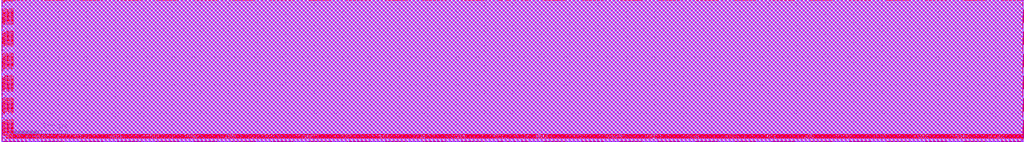
<source format=lef>
# 
#              Synchronous Dual Port SRAM Compiler 
# 
#                    UMC 0.18um Generic Logic Process 
#    __________________________________________________________________________
# 
# 
#      (C) Copyright 2002-2009 Faraday Technology Corp. All Rights Reserved.
#    
#    This source code is an unpublished work belongs to Faraday Technology
#    Corp.  It is considered a trade secret and is not to be divulged or
#    used by parties who have not received written authorization from
#    Faraday Technology Corp.
#    
#    Faraday's home page can be found at:
#    http://www.faraday-tech.com/
#   
#       Module Name      : layer1_sram
#       Words            : 912
#       Bits             : 128
#       Byte-Write       : 1
#       Aspect Ratio     : 1
#       Output Loading   : 0.5  (pf)
#       Data Slew        : 0.5  (ns)
#       CK Slew          : 0.5  (ns)
#       Power Ring Width : 2  (um)
# 
# -----------------------------------------------------------------------------
# 
#       Library          : FSA0M_A
#       Memaker          : 200901.2.1
#       Date             : 2021/01/04 21:35:02
# 
# -----------------------------------------------------------------------------


NAMESCASESENSITIVE ON ;
MACRO layer1_sram
CLASS BLOCK ;
FOREIGN layer1_sram 0.000 0.000 ;
ORIGIN 0.000 0.000 ;
SIZE 3596.000 BY 501.760 ;
SYMMETRY x y r90 ;
SITE core ;
PIN GND
  DIRECTION INOUT ;
  USE GROUND ;
  SHAPE ABUTMENT ;
 PORT
  LAYER metal5 ;
  RECT 3594.880 489.780 3596.000 493.020 ;
  LAYER metal4 ;
  RECT 3594.880 489.780 3596.000 493.020 ;
  LAYER metal3 ;
  RECT 3594.880 489.780 3596.000 493.020 ;
  LAYER metal2 ;
  RECT 3594.880 489.780 3596.000 493.020 ;
  LAYER metal1 ;
  RECT 3594.880 489.780 3596.000 493.020 ;
 END
 PORT
  LAYER metal5 ;
  RECT 3594.880 481.940 3596.000 485.180 ;
  LAYER metal4 ;
  RECT 3594.880 481.940 3596.000 485.180 ;
  LAYER metal3 ;
  RECT 3594.880 481.940 3596.000 485.180 ;
  LAYER metal2 ;
  RECT 3594.880 481.940 3596.000 485.180 ;
  LAYER metal1 ;
  RECT 3594.880 481.940 3596.000 485.180 ;
 END
 PORT
  LAYER metal5 ;
  RECT 3594.880 442.740 3596.000 445.980 ;
  LAYER metal4 ;
  RECT 3594.880 442.740 3596.000 445.980 ;
  LAYER metal3 ;
  RECT 3594.880 442.740 3596.000 445.980 ;
  LAYER metal2 ;
  RECT 3594.880 442.740 3596.000 445.980 ;
  LAYER metal1 ;
  RECT 3594.880 442.740 3596.000 445.980 ;
 END
 PORT
  LAYER metal5 ;
  RECT 3594.880 434.900 3596.000 438.140 ;
  LAYER metal4 ;
  RECT 3594.880 434.900 3596.000 438.140 ;
  LAYER metal3 ;
  RECT 3594.880 434.900 3596.000 438.140 ;
  LAYER metal2 ;
  RECT 3594.880 434.900 3596.000 438.140 ;
  LAYER metal1 ;
  RECT 3594.880 434.900 3596.000 438.140 ;
 END
 PORT
  LAYER metal5 ;
  RECT 3594.880 427.060 3596.000 430.300 ;
  LAYER metal4 ;
  RECT 3594.880 427.060 3596.000 430.300 ;
  LAYER metal3 ;
  RECT 3594.880 427.060 3596.000 430.300 ;
  LAYER metal2 ;
  RECT 3594.880 427.060 3596.000 430.300 ;
  LAYER metal1 ;
  RECT 3594.880 427.060 3596.000 430.300 ;
 END
 PORT
  LAYER metal5 ;
  RECT 3594.880 419.220 3596.000 422.460 ;
  LAYER metal4 ;
  RECT 3594.880 419.220 3596.000 422.460 ;
  LAYER metal3 ;
  RECT 3594.880 419.220 3596.000 422.460 ;
  LAYER metal2 ;
  RECT 3594.880 419.220 3596.000 422.460 ;
  LAYER metal1 ;
  RECT 3594.880 419.220 3596.000 422.460 ;
 END
 PORT
  LAYER metal5 ;
  RECT 3594.880 411.380 3596.000 414.620 ;
  LAYER metal4 ;
  RECT 3594.880 411.380 3596.000 414.620 ;
  LAYER metal3 ;
  RECT 3594.880 411.380 3596.000 414.620 ;
  LAYER metal2 ;
  RECT 3594.880 411.380 3596.000 414.620 ;
  LAYER metal1 ;
  RECT 3594.880 411.380 3596.000 414.620 ;
 END
 PORT
  LAYER metal5 ;
  RECT 3594.880 403.540 3596.000 406.780 ;
  LAYER metal4 ;
  RECT 3594.880 403.540 3596.000 406.780 ;
  LAYER metal3 ;
  RECT 3594.880 403.540 3596.000 406.780 ;
  LAYER metal2 ;
  RECT 3594.880 403.540 3596.000 406.780 ;
  LAYER metal1 ;
  RECT 3594.880 403.540 3596.000 406.780 ;
 END
 PORT
  LAYER metal5 ;
  RECT 3594.880 364.340 3596.000 367.580 ;
  LAYER metal4 ;
  RECT 3594.880 364.340 3596.000 367.580 ;
  LAYER metal3 ;
  RECT 3594.880 364.340 3596.000 367.580 ;
  LAYER metal2 ;
  RECT 3594.880 364.340 3596.000 367.580 ;
  LAYER metal1 ;
  RECT 3594.880 364.340 3596.000 367.580 ;
 END
 PORT
  LAYER metal5 ;
  RECT 3594.880 356.500 3596.000 359.740 ;
  LAYER metal4 ;
  RECT 3594.880 356.500 3596.000 359.740 ;
  LAYER metal3 ;
  RECT 3594.880 356.500 3596.000 359.740 ;
  LAYER metal2 ;
  RECT 3594.880 356.500 3596.000 359.740 ;
  LAYER metal1 ;
  RECT 3594.880 356.500 3596.000 359.740 ;
 END
 PORT
  LAYER metal5 ;
  RECT 3594.880 348.660 3596.000 351.900 ;
  LAYER metal4 ;
  RECT 3594.880 348.660 3596.000 351.900 ;
  LAYER metal3 ;
  RECT 3594.880 348.660 3596.000 351.900 ;
  LAYER metal2 ;
  RECT 3594.880 348.660 3596.000 351.900 ;
  LAYER metal1 ;
  RECT 3594.880 348.660 3596.000 351.900 ;
 END
 PORT
  LAYER metal5 ;
  RECT 3594.880 340.820 3596.000 344.060 ;
  LAYER metal4 ;
  RECT 3594.880 340.820 3596.000 344.060 ;
  LAYER metal3 ;
  RECT 3594.880 340.820 3596.000 344.060 ;
  LAYER metal2 ;
  RECT 3594.880 340.820 3596.000 344.060 ;
  LAYER metal1 ;
  RECT 3594.880 340.820 3596.000 344.060 ;
 END
 PORT
  LAYER metal5 ;
  RECT 3594.880 332.980 3596.000 336.220 ;
  LAYER metal4 ;
  RECT 3594.880 332.980 3596.000 336.220 ;
  LAYER metal3 ;
  RECT 3594.880 332.980 3596.000 336.220 ;
  LAYER metal2 ;
  RECT 3594.880 332.980 3596.000 336.220 ;
  LAYER metal1 ;
  RECT 3594.880 332.980 3596.000 336.220 ;
 END
 PORT
  LAYER metal5 ;
  RECT 3594.880 325.140 3596.000 328.380 ;
  LAYER metal4 ;
  RECT 3594.880 325.140 3596.000 328.380 ;
  LAYER metal3 ;
  RECT 3594.880 325.140 3596.000 328.380 ;
  LAYER metal2 ;
  RECT 3594.880 325.140 3596.000 328.380 ;
  LAYER metal1 ;
  RECT 3594.880 325.140 3596.000 328.380 ;
 END
 PORT
  LAYER metal5 ;
  RECT 3594.880 285.940 3596.000 289.180 ;
  LAYER metal4 ;
  RECT 3594.880 285.940 3596.000 289.180 ;
  LAYER metal3 ;
  RECT 3594.880 285.940 3596.000 289.180 ;
  LAYER metal2 ;
  RECT 3594.880 285.940 3596.000 289.180 ;
  LAYER metal1 ;
  RECT 3594.880 285.940 3596.000 289.180 ;
 END
 PORT
  LAYER metal5 ;
  RECT 3594.880 278.100 3596.000 281.340 ;
  LAYER metal4 ;
  RECT 3594.880 278.100 3596.000 281.340 ;
  LAYER metal3 ;
  RECT 3594.880 278.100 3596.000 281.340 ;
  LAYER metal2 ;
  RECT 3594.880 278.100 3596.000 281.340 ;
  LAYER metal1 ;
  RECT 3594.880 278.100 3596.000 281.340 ;
 END
 PORT
  LAYER metal5 ;
  RECT 3594.880 270.260 3596.000 273.500 ;
  LAYER metal4 ;
  RECT 3594.880 270.260 3596.000 273.500 ;
  LAYER metal3 ;
  RECT 3594.880 270.260 3596.000 273.500 ;
  LAYER metal2 ;
  RECT 3594.880 270.260 3596.000 273.500 ;
  LAYER metal1 ;
  RECT 3594.880 270.260 3596.000 273.500 ;
 END
 PORT
  LAYER metal5 ;
  RECT 3594.880 262.420 3596.000 265.660 ;
  LAYER metal4 ;
  RECT 3594.880 262.420 3596.000 265.660 ;
  LAYER metal3 ;
  RECT 3594.880 262.420 3596.000 265.660 ;
  LAYER metal2 ;
  RECT 3594.880 262.420 3596.000 265.660 ;
  LAYER metal1 ;
  RECT 3594.880 262.420 3596.000 265.660 ;
 END
 PORT
  LAYER metal5 ;
  RECT 3594.880 254.580 3596.000 257.820 ;
  LAYER metal4 ;
  RECT 3594.880 254.580 3596.000 257.820 ;
  LAYER metal3 ;
  RECT 3594.880 254.580 3596.000 257.820 ;
  LAYER metal2 ;
  RECT 3594.880 254.580 3596.000 257.820 ;
  LAYER metal1 ;
  RECT 3594.880 254.580 3596.000 257.820 ;
 END
 PORT
  LAYER metal5 ;
  RECT 3594.880 246.740 3596.000 249.980 ;
  LAYER metal4 ;
  RECT 3594.880 246.740 3596.000 249.980 ;
  LAYER metal3 ;
  RECT 3594.880 246.740 3596.000 249.980 ;
  LAYER metal2 ;
  RECT 3594.880 246.740 3596.000 249.980 ;
  LAYER metal1 ;
  RECT 3594.880 246.740 3596.000 249.980 ;
 END
 PORT
  LAYER metal5 ;
  RECT 3594.880 207.540 3596.000 210.780 ;
  LAYER metal4 ;
  RECT 3594.880 207.540 3596.000 210.780 ;
  LAYER metal3 ;
  RECT 3594.880 207.540 3596.000 210.780 ;
  LAYER metal2 ;
  RECT 3594.880 207.540 3596.000 210.780 ;
  LAYER metal1 ;
  RECT 3594.880 207.540 3596.000 210.780 ;
 END
 PORT
  LAYER metal5 ;
  RECT 3594.880 199.700 3596.000 202.940 ;
  LAYER metal4 ;
  RECT 3594.880 199.700 3596.000 202.940 ;
  LAYER metal3 ;
  RECT 3594.880 199.700 3596.000 202.940 ;
  LAYER metal2 ;
  RECT 3594.880 199.700 3596.000 202.940 ;
  LAYER metal1 ;
  RECT 3594.880 199.700 3596.000 202.940 ;
 END
 PORT
  LAYER metal5 ;
  RECT 3594.880 191.860 3596.000 195.100 ;
  LAYER metal4 ;
  RECT 3594.880 191.860 3596.000 195.100 ;
  LAYER metal3 ;
  RECT 3594.880 191.860 3596.000 195.100 ;
  LAYER metal2 ;
  RECT 3594.880 191.860 3596.000 195.100 ;
  LAYER metal1 ;
  RECT 3594.880 191.860 3596.000 195.100 ;
 END
 PORT
  LAYER metal5 ;
  RECT 3594.880 184.020 3596.000 187.260 ;
  LAYER metal4 ;
  RECT 3594.880 184.020 3596.000 187.260 ;
  LAYER metal3 ;
  RECT 3594.880 184.020 3596.000 187.260 ;
  LAYER metal2 ;
  RECT 3594.880 184.020 3596.000 187.260 ;
  LAYER metal1 ;
  RECT 3594.880 184.020 3596.000 187.260 ;
 END
 PORT
  LAYER metal5 ;
  RECT 3594.880 176.180 3596.000 179.420 ;
  LAYER metal4 ;
  RECT 3594.880 176.180 3596.000 179.420 ;
  LAYER metal3 ;
  RECT 3594.880 176.180 3596.000 179.420 ;
  LAYER metal2 ;
  RECT 3594.880 176.180 3596.000 179.420 ;
  LAYER metal1 ;
  RECT 3594.880 176.180 3596.000 179.420 ;
 END
 PORT
  LAYER metal5 ;
  RECT 3594.880 168.340 3596.000 171.580 ;
  LAYER metal4 ;
  RECT 3594.880 168.340 3596.000 171.580 ;
  LAYER metal3 ;
  RECT 3594.880 168.340 3596.000 171.580 ;
  LAYER metal2 ;
  RECT 3594.880 168.340 3596.000 171.580 ;
  LAYER metal1 ;
  RECT 3594.880 168.340 3596.000 171.580 ;
 END
 PORT
  LAYER metal5 ;
  RECT 3594.880 129.140 3596.000 132.380 ;
  LAYER metal4 ;
  RECT 3594.880 129.140 3596.000 132.380 ;
  LAYER metal3 ;
  RECT 3594.880 129.140 3596.000 132.380 ;
  LAYER metal2 ;
  RECT 3594.880 129.140 3596.000 132.380 ;
  LAYER metal1 ;
  RECT 3594.880 129.140 3596.000 132.380 ;
 END
 PORT
  LAYER metal5 ;
  RECT 3594.880 121.300 3596.000 124.540 ;
  LAYER metal4 ;
  RECT 3594.880 121.300 3596.000 124.540 ;
  LAYER metal3 ;
  RECT 3594.880 121.300 3596.000 124.540 ;
  LAYER metal2 ;
  RECT 3594.880 121.300 3596.000 124.540 ;
  LAYER metal1 ;
  RECT 3594.880 121.300 3596.000 124.540 ;
 END
 PORT
  LAYER metal5 ;
  RECT 3594.880 113.460 3596.000 116.700 ;
  LAYER metal4 ;
  RECT 3594.880 113.460 3596.000 116.700 ;
  LAYER metal3 ;
  RECT 3594.880 113.460 3596.000 116.700 ;
  LAYER metal2 ;
  RECT 3594.880 113.460 3596.000 116.700 ;
  LAYER metal1 ;
  RECT 3594.880 113.460 3596.000 116.700 ;
 END
 PORT
  LAYER metal5 ;
  RECT 3594.880 105.620 3596.000 108.860 ;
  LAYER metal4 ;
  RECT 3594.880 105.620 3596.000 108.860 ;
  LAYER metal3 ;
  RECT 3594.880 105.620 3596.000 108.860 ;
  LAYER metal2 ;
  RECT 3594.880 105.620 3596.000 108.860 ;
  LAYER metal1 ;
  RECT 3594.880 105.620 3596.000 108.860 ;
 END
 PORT
  LAYER metal5 ;
  RECT 3594.880 97.780 3596.000 101.020 ;
  LAYER metal4 ;
  RECT 3594.880 97.780 3596.000 101.020 ;
  LAYER metal3 ;
  RECT 3594.880 97.780 3596.000 101.020 ;
  LAYER metal2 ;
  RECT 3594.880 97.780 3596.000 101.020 ;
  LAYER metal1 ;
  RECT 3594.880 97.780 3596.000 101.020 ;
 END
 PORT
  LAYER metal5 ;
  RECT 3594.880 89.940 3596.000 93.180 ;
  LAYER metal4 ;
  RECT 3594.880 89.940 3596.000 93.180 ;
  LAYER metal3 ;
  RECT 3594.880 89.940 3596.000 93.180 ;
  LAYER metal2 ;
  RECT 3594.880 89.940 3596.000 93.180 ;
  LAYER metal1 ;
  RECT 3594.880 89.940 3596.000 93.180 ;
 END
 PORT
  LAYER metal5 ;
  RECT 3594.880 50.740 3596.000 53.980 ;
  LAYER metal4 ;
  RECT 3594.880 50.740 3596.000 53.980 ;
  LAYER metal3 ;
  RECT 3594.880 50.740 3596.000 53.980 ;
  LAYER metal2 ;
  RECT 3594.880 50.740 3596.000 53.980 ;
  LAYER metal1 ;
  RECT 3594.880 50.740 3596.000 53.980 ;
 END
 PORT
  LAYER metal5 ;
  RECT 3594.880 42.900 3596.000 46.140 ;
  LAYER metal4 ;
  RECT 3594.880 42.900 3596.000 46.140 ;
  LAYER metal3 ;
  RECT 3594.880 42.900 3596.000 46.140 ;
  LAYER metal2 ;
  RECT 3594.880 42.900 3596.000 46.140 ;
  LAYER metal1 ;
  RECT 3594.880 42.900 3596.000 46.140 ;
 END
 PORT
  LAYER metal5 ;
  RECT 3594.880 35.060 3596.000 38.300 ;
  LAYER metal4 ;
  RECT 3594.880 35.060 3596.000 38.300 ;
  LAYER metal3 ;
  RECT 3594.880 35.060 3596.000 38.300 ;
  LAYER metal2 ;
  RECT 3594.880 35.060 3596.000 38.300 ;
  LAYER metal1 ;
  RECT 3594.880 35.060 3596.000 38.300 ;
 END
 PORT
  LAYER metal5 ;
  RECT 3594.880 27.220 3596.000 30.460 ;
  LAYER metal4 ;
  RECT 3594.880 27.220 3596.000 30.460 ;
  LAYER metal3 ;
  RECT 3594.880 27.220 3596.000 30.460 ;
  LAYER metal2 ;
  RECT 3594.880 27.220 3596.000 30.460 ;
  LAYER metal1 ;
  RECT 3594.880 27.220 3596.000 30.460 ;
 END
 PORT
  LAYER metal5 ;
  RECT 3594.880 19.380 3596.000 22.620 ;
  LAYER metal4 ;
  RECT 3594.880 19.380 3596.000 22.620 ;
  LAYER metal3 ;
  RECT 3594.880 19.380 3596.000 22.620 ;
  LAYER metal2 ;
  RECT 3594.880 19.380 3596.000 22.620 ;
  LAYER metal1 ;
  RECT 3594.880 19.380 3596.000 22.620 ;
 END
 PORT
  LAYER metal5 ;
  RECT 3594.880 11.540 3596.000 14.780 ;
  LAYER metal4 ;
  RECT 3594.880 11.540 3596.000 14.780 ;
  LAYER metal3 ;
  RECT 3594.880 11.540 3596.000 14.780 ;
  LAYER metal2 ;
  RECT 3594.880 11.540 3596.000 14.780 ;
  LAYER metal1 ;
  RECT 3594.880 11.540 3596.000 14.780 ;
 END
 PORT
  LAYER metal5 ;
  RECT 0.000 489.780 1.120 493.020 ;
  LAYER metal4 ;
  RECT 0.000 489.780 1.120 493.020 ;
  LAYER metal3 ;
  RECT 0.000 489.780 1.120 493.020 ;
  LAYER metal2 ;
  RECT 0.000 489.780 1.120 493.020 ;
  LAYER metal1 ;
  RECT 0.000 489.780 1.120 493.020 ;
 END
 PORT
  LAYER metal5 ;
  RECT 0.000 481.940 1.120 485.180 ;
  LAYER metal4 ;
  RECT 0.000 481.940 1.120 485.180 ;
  LAYER metal3 ;
  RECT 0.000 481.940 1.120 485.180 ;
  LAYER metal2 ;
  RECT 0.000 481.940 1.120 485.180 ;
  LAYER metal1 ;
  RECT 0.000 481.940 1.120 485.180 ;
 END
 PORT
  LAYER metal5 ;
  RECT 0.000 442.740 1.120 445.980 ;
  LAYER metal4 ;
  RECT 0.000 442.740 1.120 445.980 ;
  LAYER metal3 ;
  RECT 0.000 442.740 1.120 445.980 ;
  LAYER metal2 ;
  RECT 0.000 442.740 1.120 445.980 ;
  LAYER metal1 ;
  RECT 0.000 442.740 1.120 445.980 ;
 END
 PORT
  LAYER metal5 ;
  RECT 0.000 434.900 1.120 438.140 ;
  LAYER metal4 ;
  RECT 0.000 434.900 1.120 438.140 ;
  LAYER metal3 ;
  RECT 0.000 434.900 1.120 438.140 ;
  LAYER metal2 ;
  RECT 0.000 434.900 1.120 438.140 ;
  LAYER metal1 ;
  RECT 0.000 434.900 1.120 438.140 ;
 END
 PORT
  LAYER metal5 ;
  RECT 0.000 427.060 1.120 430.300 ;
  LAYER metal4 ;
  RECT 0.000 427.060 1.120 430.300 ;
  LAYER metal3 ;
  RECT 0.000 427.060 1.120 430.300 ;
  LAYER metal2 ;
  RECT 0.000 427.060 1.120 430.300 ;
  LAYER metal1 ;
  RECT 0.000 427.060 1.120 430.300 ;
 END
 PORT
  LAYER metal5 ;
  RECT 0.000 419.220 1.120 422.460 ;
  LAYER metal4 ;
  RECT 0.000 419.220 1.120 422.460 ;
  LAYER metal3 ;
  RECT 0.000 419.220 1.120 422.460 ;
  LAYER metal2 ;
  RECT 0.000 419.220 1.120 422.460 ;
  LAYER metal1 ;
  RECT 0.000 419.220 1.120 422.460 ;
 END
 PORT
  LAYER metal5 ;
  RECT 0.000 411.380 1.120 414.620 ;
  LAYER metal4 ;
  RECT 0.000 411.380 1.120 414.620 ;
  LAYER metal3 ;
  RECT 0.000 411.380 1.120 414.620 ;
  LAYER metal2 ;
  RECT 0.000 411.380 1.120 414.620 ;
  LAYER metal1 ;
  RECT 0.000 411.380 1.120 414.620 ;
 END
 PORT
  LAYER metal5 ;
  RECT 0.000 403.540 1.120 406.780 ;
  LAYER metal4 ;
  RECT 0.000 403.540 1.120 406.780 ;
  LAYER metal3 ;
  RECT 0.000 403.540 1.120 406.780 ;
  LAYER metal2 ;
  RECT 0.000 403.540 1.120 406.780 ;
  LAYER metal1 ;
  RECT 0.000 403.540 1.120 406.780 ;
 END
 PORT
  LAYER metal5 ;
  RECT 0.000 364.340 1.120 367.580 ;
  LAYER metal4 ;
  RECT 0.000 364.340 1.120 367.580 ;
  LAYER metal3 ;
  RECT 0.000 364.340 1.120 367.580 ;
  LAYER metal2 ;
  RECT 0.000 364.340 1.120 367.580 ;
  LAYER metal1 ;
  RECT 0.000 364.340 1.120 367.580 ;
 END
 PORT
  LAYER metal5 ;
  RECT 0.000 356.500 1.120 359.740 ;
  LAYER metal4 ;
  RECT 0.000 356.500 1.120 359.740 ;
  LAYER metal3 ;
  RECT 0.000 356.500 1.120 359.740 ;
  LAYER metal2 ;
  RECT 0.000 356.500 1.120 359.740 ;
  LAYER metal1 ;
  RECT 0.000 356.500 1.120 359.740 ;
 END
 PORT
  LAYER metal5 ;
  RECT 0.000 348.660 1.120 351.900 ;
  LAYER metal4 ;
  RECT 0.000 348.660 1.120 351.900 ;
  LAYER metal3 ;
  RECT 0.000 348.660 1.120 351.900 ;
  LAYER metal2 ;
  RECT 0.000 348.660 1.120 351.900 ;
  LAYER metal1 ;
  RECT 0.000 348.660 1.120 351.900 ;
 END
 PORT
  LAYER metal5 ;
  RECT 0.000 340.820 1.120 344.060 ;
  LAYER metal4 ;
  RECT 0.000 340.820 1.120 344.060 ;
  LAYER metal3 ;
  RECT 0.000 340.820 1.120 344.060 ;
  LAYER metal2 ;
  RECT 0.000 340.820 1.120 344.060 ;
  LAYER metal1 ;
  RECT 0.000 340.820 1.120 344.060 ;
 END
 PORT
  LAYER metal5 ;
  RECT 0.000 332.980 1.120 336.220 ;
  LAYER metal4 ;
  RECT 0.000 332.980 1.120 336.220 ;
  LAYER metal3 ;
  RECT 0.000 332.980 1.120 336.220 ;
  LAYER metal2 ;
  RECT 0.000 332.980 1.120 336.220 ;
  LAYER metal1 ;
  RECT 0.000 332.980 1.120 336.220 ;
 END
 PORT
  LAYER metal5 ;
  RECT 0.000 325.140 1.120 328.380 ;
  LAYER metal4 ;
  RECT 0.000 325.140 1.120 328.380 ;
  LAYER metal3 ;
  RECT 0.000 325.140 1.120 328.380 ;
  LAYER metal2 ;
  RECT 0.000 325.140 1.120 328.380 ;
  LAYER metal1 ;
  RECT 0.000 325.140 1.120 328.380 ;
 END
 PORT
  LAYER metal5 ;
  RECT 0.000 285.940 1.120 289.180 ;
  LAYER metal4 ;
  RECT 0.000 285.940 1.120 289.180 ;
  LAYER metal3 ;
  RECT 0.000 285.940 1.120 289.180 ;
  LAYER metal2 ;
  RECT 0.000 285.940 1.120 289.180 ;
  LAYER metal1 ;
  RECT 0.000 285.940 1.120 289.180 ;
 END
 PORT
  LAYER metal5 ;
  RECT 0.000 278.100 1.120 281.340 ;
  LAYER metal4 ;
  RECT 0.000 278.100 1.120 281.340 ;
  LAYER metal3 ;
  RECT 0.000 278.100 1.120 281.340 ;
  LAYER metal2 ;
  RECT 0.000 278.100 1.120 281.340 ;
  LAYER metal1 ;
  RECT 0.000 278.100 1.120 281.340 ;
 END
 PORT
  LAYER metal5 ;
  RECT 0.000 270.260 1.120 273.500 ;
  LAYER metal4 ;
  RECT 0.000 270.260 1.120 273.500 ;
  LAYER metal3 ;
  RECT 0.000 270.260 1.120 273.500 ;
  LAYER metal2 ;
  RECT 0.000 270.260 1.120 273.500 ;
  LAYER metal1 ;
  RECT 0.000 270.260 1.120 273.500 ;
 END
 PORT
  LAYER metal5 ;
  RECT 0.000 262.420 1.120 265.660 ;
  LAYER metal4 ;
  RECT 0.000 262.420 1.120 265.660 ;
  LAYER metal3 ;
  RECT 0.000 262.420 1.120 265.660 ;
  LAYER metal2 ;
  RECT 0.000 262.420 1.120 265.660 ;
  LAYER metal1 ;
  RECT 0.000 262.420 1.120 265.660 ;
 END
 PORT
  LAYER metal5 ;
  RECT 0.000 254.580 1.120 257.820 ;
  LAYER metal4 ;
  RECT 0.000 254.580 1.120 257.820 ;
  LAYER metal3 ;
  RECT 0.000 254.580 1.120 257.820 ;
  LAYER metal2 ;
  RECT 0.000 254.580 1.120 257.820 ;
  LAYER metal1 ;
  RECT 0.000 254.580 1.120 257.820 ;
 END
 PORT
  LAYER metal5 ;
  RECT 0.000 246.740 1.120 249.980 ;
  LAYER metal4 ;
  RECT 0.000 246.740 1.120 249.980 ;
  LAYER metal3 ;
  RECT 0.000 246.740 1.120 249.980 ;
  LAYER metal2 ;
  RECT 0.000 246.740 1.120 249.980 ;
  LAYER metal1 ;
  RECT 0.000 246.740 1.120 249.980 ;
 END
 PORT
  LAYER metal5 ;
  RECT 0.000 207.540 1.120 210.780 ;
  LAYER metal4 ;
  RECT 0.000 207.540 1.120 210.780 ;
  LAYER metal3 ;
  RECT 0.000 207.540 1.120 210.780 ;
  LAYER metal2 ;
  RECT 0.000 207.540 1.120 210.780 ;
  LAYER metal1 ;
  RECT 0.000 207.540 1.120 210.780 ;
 END
 PORT
  LAYER metal5 ;
  RECT 0.000 199.700 1.120 202.940 ;
  LAYER metal4 ;
  RECT 0.000 199.700 1.120 202.940 ;
  LAYER metal3 ;
  RECT 0.000 199.700 1.120 202.940 ;
  LAYER metal2 ;
  RECT 0.000 199.700 1.120 202.940 ;
  LAYER metal1 ;
  RECT 0.000 199.700 1.120 202.940 ;
 END
 PORT
  LAYER metal5 ;
  RECT 0.000 191.860 1.120 195.100 ;
  LAYER metal4 ;
  RECT 0.000 191.860 1.120 195.100 ;
  LAYER metal3 ;
  RECT 0.000 191.860 1.120 195.100 ;
  LAYER metal2 ;
  RECT 0.000 191.860 1.120 195.100 ;
  LAYER metal1 ;
  RECT 0.000 191.860 1.120 195.100 ;
 END
 PORT
  LAYER metal5 ;
  RECT 0.000 184.020 1.120 187.260 ;
  LAYER metal4 ;
  RECT 0.000 184.020 1.120 187.260 ;
  LAYER metal3 ;
  RECT 0.000 184.020 1.120 187.260 ;
  LAYER metal2 ;
  RECT 0.000 184.020 1.120 187.260 ;
  LAYER metal1 ;
  RECT 0.000 184.020 1.120 187.260 ;
 END
 PORT
  LAYER metal5 ;
  RECT 0.000 176.180 1.120 179.420 ;
  LAYER metal4 ;
  RECT 0.000 176.180 1.120 179.420 ;
  LAYER metal3 ;
  RECT 0.000 176.180 1.120 179.420 ;
  LAYER metal2 ;
  RECT 0.000 176.180 1.120 179.420 ;
  LAYER metal1 ;
  RECT 0.000 176.180 1.120 179.420 ;
 END
 PORT
  LAYER metal5 ;
  RECT 0.000 168.340 1.120 171.580 ;
  LAYER metal4 ;
  RECT 0.000 168.340 1.120 171.580 ;
  LAYER metal3 ;
  RECT 0.000 168.340 1.120 171.580 ;
  LAYER metal2 ;
  RECT 0.000 168.340 1.120 171.580 ;
  LAYER metal1 ;
  RECT 0.000 168.340 1.120 171.580 ;
 END
 PORT
  LAYER metal5 ;
  RECT 0.000 129.140 1.120 132.380 ;
  LAYER metal4 ;
  RECT 0.000 129.140 1.120 132.380 ;
  LAYER metal3 ;
  RECT 0.000 129.140 1.120 132.380 ;
  LAYER metal2 ;
  RECT 0.000 129.140 1.120 132.380 ;
  LAYER metal1 ;
  RECT 0.000 129.140 1.120 132.380 ;
 END
 PORT
  LAYER metal5 ;
  RECT 0.000 121.300 1.120 124.540 ;
  LAYER metal4 ;
  RECT 0.000 121.300 1.120 124.540 ;
  LAYER metal3 ;
  RECT 0.000 121.300 1.120 124.540 ;
  LAYER metal2 ;
  RECT 0.000 121.300 1.120 124.540 ;
  LAYER metal1 ;
  RECT 0.000 121.300 1.120 124.540 ;
 END
 PORT
  LAYER metal5 ;
  RECT 0.000 113.460 1.120 116.700 ;
  LAYER metal4 ;
  RECT 0.000 113.460 1.120 116.700 ;
  LAYER metal3 ;
  RECT 0.000 113.460 1.120 116.700 ;
  LAYER metal2 ;
  RECT 0.000 113.460 1.120 116.700 ;
  LAYER metal1 ;
  RECT 0.000 113.460 1.120 116.700 ;
 END
 PORT
  LAYER metal5 ;
  RECT 0.000 105.620 1.120 108.860 ;
  LAYER metal4 ;
  RECT 0.000 105.620 1.120 108.860 ;
  LAYER metal3 ;
  RECT 0.000 105.620 1.120 108.860 ;
  LAYER metal2 ;
  RECT 0.000 105.620 1.120 108.860 ;
  LAYER metal1 ;
  RECT 0.000 105.620 1.120 108.860 ;
 END
 PORT
  LAYER metal5 ;
  RECT 0.000 97.780 1.120 101.020 ;
  LAYER metal4 ;
  RECT 0.000 97.780 1.120 101.020 ;
  LAYER metal3 ;
  RECT 0.000 97.780 1.120 101.020 ;
  LAYER metal2 ;
  RECT 0.000 97.780 1.120 101.020 ;
  LAYER metal1 ;
  RECT 0.000 97.780 1.120 101.020 ;
 END
 PORT
  LAYER metal5 ;
  RECT 0.000 89.940 1.120 93.180 ;
  LAYER metal4 ;
  RECT 0.000 89.940 1.120 93.180 ;
  LAYER metal3 ;
  RECT 0.000 89.940 1.120 93.180 ;
  LAYER metal2 ;
  RECT 0.000 89.940 1.120 93.180 ;
  LAYER metal1 ;
  RECT 0.000 89.940 1.120 93.180 ;
 END
 PORT
  LAYER metal5 ;
  RECT 0.000 50.740 1.120 53.980 ;
  LAYER metal4 ;
  RECT 0.000 50.740 1.120 53.980 ;
  LAYER metal3 ;
  RECT 0.000 50.740 1.120 53.980 ;
  LAYER metal2 ;
  RECT 0.000 50.740 1.120 53.980 ;
  LAYER metal1 ;
  RECT 0.000 50.740 1.120 53.980 ;
 END
 PORT
  LAYER metal5 ;
  RECT 0.000 42.900 1.120 46.140 ;
  LAYER metal4 ;
  RECT 0.000 42.900 1.120 46.140 ;
  LAYER metal3 ;
  RECT 0.000 42.900 1.120 46.140 ;
  LAYER metal2 ;
  RECT 0.000 42.900 1.120 46.140 ;
  LAYER metal1 ;
  RECT 0.000 42.900 1.120 46.140 ;
 END
 PORT
  LAYER metal5 ;
  RECT 0.000 35.060 1.120 38.300 ;
  LAYER metal4 ;
  RECT 0.000 35.060 1.120 38.300 ;
  LAYER metal3 ;
  RECT 0.000 35.060 1.120 38.300 ;
  LAYER metal2 ;
  RECT 0.000 35.060 1.120 38.300 ;
  LAYER metal1 ;
  RECT 0.000 35.060 1.120 38.300 ;
 END
 PORT
  LAYER metal5 ;
  RECT 0.000 27.220 1.120 30.460 ;
  LAYER metal4 ;
  RECT 0.000 27.220 1.120 30.460 ;
  LAYER metal3 ;
  RECT 0.000 27.220 1.120 30.460 ;
  LAYER metal2 ;
  RECT 0.000 27.220 1.120 30.460 ;
  LAYER metal1 ;
  RECT 0.000 27.220 1.120 30.460 ;
 END
 PORT
  LAYER metal5 ;
  RECT 0.000 19.380 1.120 22.620 ;
  LAYER metal4 ;
  RECT 0.000 19.380 1.120 22.620 ;
  LAYER metal3 ;
  RECT 0.000 19.380 1.120 22.620 ;
  LAYER metal2 ;
  RECT 0.000 19.380 1.120 22.620 ;
  LAYER metal1 ;
  RECT 0.000 19.380 1.120 22.620 ;
 END
 PORT
  LAYER metal5 ;
  RECT 0.000 11.540 1.120 14.780 ;
  LAYER metal4 ;
  RECT 0.000 11.540 1.120 14.780 ;
  LAYER metal3 ;
  RECT 0.000 11.540 1.120 14.780 ;
  LAYER metal2 ;
  RECT 0.000 11.540 1.120 14.780 ;
  LAYER metal1 ;
  RECT 0.000 11.540 1.120 14.780 ;
 END
 PORT
  LAYER metal5 ;
  RECT 3579.660 500.640 3583.200 501.760 ;
  LAYER metal4 ;
  RECT 3579.660 500.640 3583.200 501.760 ;
  LAYER metal3 ;
  RECT 3579.660 500.640 3583.200 501.760 ;
  LAYER metal2 ;
  RECT 3579.660 500.640 3583.200 501.760 ;
  LAYER metal1 ;
  RECT 3579.660 500.640 3583.200 501.760 ;
 END
 PORT
  LAYER metal5 ;
  RECT 3566.020 500.640 3569.560 501.760 ;
  LAYER metal4 ;
  RECT 3566.020 500.640 3569.560 501.760 ;
  LAYER metal3 ;
  RECT 3566.020 500.640 3569.560 501.760 ;
  LAYER metal2 ;
  RECT 3566.020 500.640 3569.560 501.760 ;
  LAYER metal1 ;
  RECT 3566.020 500.640 3569.560 501.760 ;
 END
 PORT
  LAYER metal5 ;
  RECT 3553.000 500.640 3556.540 501.760 ;
  LAYER metal4 ;
  RECT 3553.000 500.640 3556.540 501.760 ;
  LAYER metal3 ;
  RECT 3553.000 500.640 3556.540 501.760 ;
  LAYER metal2 ;
  RECT 3553.000 500.640 3556.540 501.760 ;
  LAYER metal1 ;
  RECT 3553.000 500.640 3556.540 501.760 ;
 END
 PORT
  LAYER metal5 ;
  RECT 3539.360 500.640 3542.900 501.760 ;
  LAYER metal4 ;
  RECT 3539.360 500.640 3542.900 501.760 ;
  LAYER metal3 ;
  RECT 3539.360 500.640 3542.900 501.760 ;
  LAYER metal2 ;
  RECT 3539.360 500.640 3542.900 501.760 ;
  LAYER metal1 ;
  RECT 3539.360 500.640 3542.900 501.760 ;
 END
 PORT
  LAYER metal5 ;
  RECT 3525.720 500.640 3529.260 501.760 ;
  LAYER metal4 ;
  RECT 3525.720 500.640 3529.260 501.760 ;
  LAYER metal3 ;
  RECT 3525.720 500.640 3529.260 501.760 ;
  LAYER metal2 ;
  RECT 3525.720 500.640 3529.260 501.760 ;
  LAYER metal1 ;
  RECT 3525.720 500.640 3529.260 501.760 ;
 END
 PORT
  LAYER metal5 ;
  RECT 3458.760 500.640 3462.300 501.760 ;
  LAYER metal4 ;
  RECT 3458.760 500.640 3462.300 501.760 ;
  LAYER metal3 ;
  RECT 3458.760 500.640 3462.300 501.760 ;
  LAYER metal2 ;
  RECT 3458.760 500.640 3462.300 501.760 ;
  LAYER metal1 ;
  RECT 3458.760 500.640 3462.300 501.760 ;
 END
 PORT
  LAYER metal5 ;
  RECT 3445.120 500.640 3448.660 501.760 ;
  LAYER metal4 ;
  RECT 3445.120 500.640 3448.660 501.760 ;
  LAYER metal3 ;
  RECT 3445.120 500.640 3448.660 501.760 ;
  LAYER metal2 ;
  RECT 3445.120 500.640 3448.660 501.760 ;
  LAYER metal1 ;
  RECT 3445.120 500.640 3448.660 501.760 ;
 END
 PORT
  LAYER metal5 ;
  RECT 3432.100 500.640 3435.640 501.760 ;
  LAYER metal4 ;
  RECT 3432.100 500.640 3435.640 501.760 ;
  LAYER metal3 ;
  RECT 3432.100 500.640 3435.640 501.760 ;
  LAYER metal2 ;
  RECT 3432.100 500.640 3435.640 501.760 ;
  LAYER metal1 ;
  RECT 3432.100 500.640 3435.640 501.760 ;
 END
 PORT
  LAYER metal5 ;
  RECT 3418.460 500.640 3422.000 501.760 ;
  LAYER metal4 ;
  RECT 3418.460 500.640 3422.000 501.760 ;
  LAYER metal3 ;
  RECT 3418.460 500.640 3422.000 501.760 ;
  LAYER metal2 ;
  RECT 3418.460 500.640 3422.000 501.760 ;
  LAYER metal1 ;
  RECT 3418.460 500.640 3422.000 501.760 ;
 END
 PORT
  LAYER metal5 ;
  RECT 3404.820 500.640 3408.360 501.760 ;
  LAYER metal4 ;
  RECT 3404.820 500.640 3408.360 501.760 ;
  LAYER metal3 ;
  RECT 3404.820 500.640 3408.360 501.760 ;
  LAYER metal2 ;
  RECT 3404.820 500.640 3408.360 501.760 ;
  LAYER metal1 ;
  RECT 3404.820 500.640 3408.360 501.760 ;
 END
 PORT
  LAYER metal5 ;
  RECT 3391.800 500.640 3395.340 501.760 ;
  LAYER metal4 ;
  RECT 3391.800 500.640 3395.340 501.760 ;
  LAYER metal3 ;
  RECT 3391.800 500.640 3395.340 501.760 ;
  LAYER metal2 ;
  RECT 3391.800 500.640 3395.340 501.760 ;
  LAYER metal1 ;
  RECT 3391.800 500.640 3395.340 501.760 ;
 END
 PORT
  LAYER metal5 ;
  RECT 3324.220 500.640 3327.760 501.760 ;
  LAYER metal4 ;
  RECT 3324.220 500.640 3327.760 501.760 ;
  LAYER metal3 ;
  RECT 3324.220 500.640 3327.760 501.760 ;
  LAYER metal2 ;
  RECT 3324.220 500.640 3327.760 501.760 ;
  LAYER metal1 ;
  RECT 3324.220 500.640 3327.760 501.760 ;
 END
 PORT
  LAYER metal5 ;
  RECT 3311.200 500.640 3314.740 501.760 ;
  LAYER metal4 ;
  RECT 3311.200 500.640 3314.740 501.760 ;
  LAYER metal3 ;
  RECT 3311.200 500.640 3314.740 501.760 ;
  LAYER metal2 ;
  RECT 3311.200 500.640 3314.740 501.760 ;
  LAYER metal1 ;
  RECT 3311.200 500.640 3314.740 501.760 ;
 END
 PORT
  LAYER metal5 ;
  RECT 3297.560 500.640 3301.100 501.760 ;
  LAYER metal4 ;
  RECT 3297.560 500.640 3301.100 501.760 ;
  LAYER metal3 ;
  RECT 3297.560 500.640 3301.100 501.760 ;
  LAYER metal2 ;
  RECT 3297.560 500.640 3301.100 501.760 ;
  LAYER metal1 ;
  RECT 3297.560 500.640 3301.100 501.760 ;
 END
 PORT
  LAYER metal5 ;
  RECT 3283.920 500.640 3287.460 501.760 ;
  LAYER metal4 ;
  RECT 3283.920 500.640 3287.460 501.760 ;
  LAYER metal3 ;
  RECT 3283.920 500.640 3287.460 501.760 ;
  LAYER metal2 ;
  RECT 3283.920 500.640 3287.460 501.760 ;
  LAYER metal1 ;
  RECT 3283.920 500.640 3287.460 501.760 ;
 END
 PORT
  LAYER metal5 ;
  RECT 3270.900 500.640 3274.440 501.760 ;
  LAYER metal4 ;
  RECT 3270.900 500.640 3274.440 501.760 ;
  LAYER metal3 ;
  RECT 3270.900 500.640 3274.440 501.760 ;
  LAYER metal2 ;
  RECT 3270.900 500.640 3274.440 501.760 ;
  LAYER metal1 ;
  RECT 3270.900 500.640 3274.440 501.760 ;
 END
 PORT
  LAYER metal5 ;
  RECT 3257.260 500.640 3260.800 501.760 ;
  LAYER metal4 ;
  RECT 3257.260 500.640 3260.800 501.760 ;
  LAYER metal3 ;
  RECT 3257.260 500.640 3260.800 501.760 ;
  LAYER metal2 ;
  RECT 3257.260 500.640 3260.800 501.760 ;
  LAYER metal1 ;
  RECT 3257.260 500.640 3260.800 501.760 ;
 END
 PORT
  LAYER metal5 ;
  RECT 3190.300 500.640 3193.840 501.760 ;
  LAYER metal4 ;
  RECT 3190.300 500.640 3193.840 501.760 ;
  LAYER metal3 ;
  RECT 3190.300 500.640 3193.840 501.760 ;
  LAYER metal2 ;
  RECT 3190.300 500.640 3193.840 501.760 ;
  LAYER metal1 ;
  RECT 3190.300 500.640 3193.840 501.760 ;
 END
 PORT
  LAYER metal5 ;
  RECT 3176.660 500.640 3180.200 501.760 ;
  LAYER metal4 ;
  RECT 3176.660 500.640 3180.200 501.760 ;
  LAYER metal3 ;
  RECT 3176.660 500.640 3180.200 501.760 ;
  LAYER metal2 ;
  RECT 3176.660 500.640 3180.200 501.760 ;
  LAYER metal1 ;
  RECT 3176.660 500.640 3180.200 501.760 ;
 END
 PORT
  LAYER metal5 ;
  RECT 3163.020 500.640 3166.560 501.760 ;
  LAYER metal4 ;
  RECT 3163.020 500.640 3166.560 501.760 ;
  LAYER metal3 ;
  RECT 3163.020 500.640 3166.560 501.760 ;
  LAYER metal2 ;
  RECT 3163.020 500.640 3166.560 501.760 ;
  LAYER metal1 ;
  RECT 3163.020 500.640 3166.560 501.760 ;
 END
 PORT
  LAYER metal5 ;
  RECT 3149.380 500.640 3152.920 501.760 ;
  LAYER metal4 ;
  RECT 3149.380 500.640 3152.920 501.760 ;
  LAYER metal3 ;
  RECT 3149.380 500.640 3152.920 501.760 ;
  LAYER metal2 ;
  RECT 3149.380 500.640 3152.920 501.760 ;
  LAYER metal1 ;
  RECT 3149.380 500.640 3152.920 501.760 ;
 END
 PORT
  LAYER metal5 ;
  RECT 3136.360 500.640 3139.900 501.760 ;
  LAYER metal4 ;
  RECT 3136.360 500.640 3139.900 501.760 ;
  LAYER metal3 ;
  RECT 3136.360 500.640 3139.900 501.760 ;
  LAYER metal2 ;
  RECT 3136.360 500.640 3139.900 501.760 ;
  LAYER metal1 ;
  RECT 3136.360 500.640 3139.900 501.760 ;
 END
 PORT
  LAYER metal5 ;
  RECT 3122.720 500.640 3126.260 501.760 ;
  LAYER metal4 ;
  RECT 3122.720 500.640 3126.260 501.760 ;
  LAYER metal3 ;
  RECT 3122.720 500.640 3126.260 501.760 ;
  LAYER metal2 ;
  RECT 3122.720 500.640 3126.260 501.760 ;
  LAYER metal1 ;
  RECT 3122.720 500.640 3126.260 501.760 ;
 END
 PORT
  LAYER metal5 ;
  RECT 3055.760 500.640 3059.300 501.760 ;
  LAYER metal4 ;
  RECT 3055.760 500.640 3059.300 501.760 ;
  LAYER metal3 ;
  RECT 3055.760 500.640 3059.300 501.760 ;
  LAYER metal2 ;
  RECT 3055.760 500.640 3059.300 501.760 ;
  LAYER metal1 ;
  RECT 3055.760 500.640 3059.300 501.760 ;
 END
 PORT
  LAYER metal5 ;
  RECT 3042.120 500.640 3045.660 501.760 ;
  LAYER metal4 ;
  RECT 3042.120 500.640 3045.660 501.760 ;
  LAYER metal3 ;
  RECT 3042.120 500.640 3045.660 501.760 ;
  LAYER metal2 ;
  RECT 3042.120 500.640 3045.660 501.760 ;
  LAYER metal1 ;
  RECT 3042.120 500.640 3045.660 501.760 ;
 END
 PORT
  LAYER metal5 ;
  RECT 3028.480 500.640 3032.020 501.760 ;
  LAYER metal4 ;
  RECT 3028.480 500.640 3032.020 501.760 ;
  LAYER metal3 ;
  RECT 3028.480 500.640 3032.020 501.760 ;
  LAYER metal2 ;
  RECT 3028.480 500.640 3032.020 501.760 ;
  LAYER metal1 ;
  RECT 3028.480 500.640 3032.020 501.760 ;
 END
 PORT
  LAYER metal5 ;
  RECT 3015.460 500.640 3019.000 501.760 ;
  LAYER metal4 ;
  RECT 3015.460 500.640 3019.000 501.760 ;
  LAYER metal3 ;
  RECT 3015.460 500.640 3019.000 501.760 ;
  LAYER metal2 ;
  RECT 3015.460 500.640 3019.000 501.760 ;
  LAYER metal1 ;
  RECT 3015.460 500.640 3019.000 501.760 ;
 END
 PORT
  LAYER metal5 ;
  RECT 3001.820 500.640 3005.360 501.760 ;
  LAYER metal4 ;
  RECT 3001.820 500.640 3005.360 501.760 ;
  LAYER metal3 ;
  RECT 3001.820 500.640 3005.360 501.760 ;
  LAYER metal2 ;
  RECT 3001.820 500.640 3005.360 501.760 ;
  LAYER metal1 ;
  RECT 3001.820 500.640 3005.360 501.760 ;
 END
 PORT
  LAYER metal5 ;
  RECT 2988.180 500.640 2991.720 501.760 ;
  LAYER metal4 ;
  RECT 2988.180 500.640 2991.720 501.760 ;
  LAYER metal3 ;
  RECT 2988.180 500.640 2991.720 501.760 ;
  LAYER metal2 ;
  RECT 2988.180 500.640 2991.720 501.760 ;
  LAYER metal1 ;
  RECT 2988.180 500.640 2991.720 501.760 ;
 END
 PORT
  LAYER metal5 ;
  RECT 2921.220 500.640 2924.760 501.760 ;
  LAYER metal4 ;
  RECT 2921.220 500.640 2924.760 501.760 ;
  LAYER metal3 ;
  RECT 2921.220 500.640 2924.760 501.760 ;
  LAYER metal2 ;
  RECT 2921.220 500.640 2924.760 501.760 ;
  LAYER metal1 ;
  RECT 2921.220 500.640 2924.760 501.760 ;
 END
 PORT
  LAYER metal5 ;
  RECT 2907.580 500.640 2911.120 501.760 ;
  LAYER metal4 ;
  RECT 2907.580 500.640 2911.120 501.760 ;
  LAYER metal3 ;
  RECT 2907.580 500.640 2911.120 501.760 ;
  LAYER metal2 ;
  RECT 2907.580 500.640 2911.120 501.760 ;
  LAYER metal1 ;
  RECT 2907.580 500.640 2911.120 501.760 ;
 END
 PORT
  LAYER metal5 ;
  RECT 2894.560 500.640 2898.100 501.760 ;
  LAYER metal4 ;
  RECT 2894.560 500.640 2898.100 501.760 ;
  LAYER metal3 ;
  RECT 2894.560 500.640 2898.100 501.760 ;
  LAYER metal2 ;
  RECT 2894.560 500.640 2898.100 501.760 ;
  LAYER metal1 ;
  RECT 2894.560 500.640 2898.100 501.760 ;
 END
 PORT
  LAYER metal5 ;
  RECT 2880.920 500.640 2884.460 501.760 ;
  LAYER metal4 ;
  RECT 2880.920 500.640 2884.460 501.760 ;
  LAYER metal3 ;
  RECT 2880.920 500.640 2884.460 501.760 ;
  LAYER metal2 ;
  RECT 2880.920 500.640 2884.460 501.760 ;
  LAYER metal1 ;
  RECT 2880.920 500.640 2884.460 501.760 ;
 END
 PORT
  LAYER metal5 ;
  RECT 2867.280 500.640 2870.820 501.760 ;
  LAYER metal4 ;
  RECT 2867.280 500.640 2870.820 501.760 ;
  LAYER metal3 ;
  RECT 2867.280 500.640 2870.820 501.760 ;
  LAYER metal2 ;
  RECT 2867.280 500.640 2870.820 501.760 ;
  LAYER metal1 ;
  RECT 2867.280 500.640 2870.820 501.760 ;
 END
 PORT
  LAYER metal5 ;
  RECT 2854.260 500.640 2857.800 501.760 ;
  LAYER metal4 ;
  RECT 2854.260 500.640 2857.800 501.760 ;
  LAYER metal3 ;
  RECT 2854.260 500.640 2857.800 501.760 ;
  LAYER metal2 ;
  RECT 2854.260 500.640 2857.800 501.760 ;
  LAYER metal1 ;
  RECT 2854.260 500.640 2857.800 501.760 ;
 END
 PORT
  LAYER metal5 ;
  RECT 2786.680 500.640 2790.220 501.760 ;
  LAYER metal4 ;
  RECT 2786.680 500.640 2790.220 501.760 ;
  LAYER metal3 ;
  RECT 2786.680 500.640 2790.220 501.760 ;
  LAYER metal2 ;
  RECT 2786.680 500.640 2790.220 501.760 ;
  LAYER metal1 ;
  RECT 2786.680 500.640 2790.220 501.760 ;
 END
 PORT
  LAYER metal5 ;
  RECT 2773.660 500.640 2777.200 501.760 ;
  LAYER metal4 ;
  RECT 2773.660 500.640 2777.200 501.760 ;
  LAYER metal3 ;
  RECT 2773.660 500.640 2777.200 501.760 ;
  LAYER metal2 ;
  RECT 2773.660 500.640 2777.200 501.760 ;
  LAYER metal1 ;
  RECT 2773.660 500.640 2777.200 501.760 ;
 END
 PORT
  LAYER metal5 ;
  RECT 2760.020 500.640 2763.560 501.760 ;
  LAYER metal4 ;
  RECT 2760.020 500.640 2763.560 501.760 ;
  LAYER metal3 ;
  RECT 2760.020 500.640 2763.560 501.760 ;
  LAYER metal2 ;
  RECT 2760.020 500.640 2763.560 501.760 ;
  LAYER metal1 ;
  RECT 2760.020 500.640 2763.560 501.760 ;
 END
 PORT
  LAYER metal5 ;
  RECT 2746.380 500.640 2749.920 501.760 ;
  LAYER metal4 ;
  RECT 2746.380 500.640 2749.920 501.760 ;
  LAYER metal3 ;
  RECT 2746.380 500.640 2749.920 501.760 ;
  LAYER metal2 ;
  RECT 2746.380 500.640 2749.920 501.760 ;
  LAYER metal1 ;
  RECT 2746.380 500.640 2749.920 501.760 ;
 END
 PORT
  LAYER metal5 ;
  RECT 2732.740 500.640 2736.280 501.760 ;
  LAYER metal4 ;
  RECT 2732.740 500.640 2736.280 501.760 ;
  LAYER metal3 ;
  RECT 2732.740 500.640 2736.280 501.760 ;
  LAYER metal2 ;
  RECT 2732.740 500.640 2736.280 501.760 ;
  LAYER metal1 ;
  RECT 2732.740 500.640 2736.280 501.760 ;
 END
 PORT
  LAYER metal5 ;
  RECT 2719.720 500.640 2723.260 501.760 ;
  LAYER metal4 ;
  RECT 2719.720 500.640 2723.260 501.760 ;
  LAYER metal3 ;
  RECT 2719.720 500.640 2723.260 501.760 ;
  LAYER metal2 ;
  RECT 2719.720 500.640 2723.260 501.760 ;
  LAYER metal1 ;
  RECT 2719.720 500.640 2723.260 501.760 ;
 END
 PORT
  LAYER metal5 ;
  RECT 2652.140 500.640 2655.680 501.760 ;
  LAYER metal4 ;
  RECT 2652.140 500.640 2655.680 501.760 ;
  LAYER metal3 ;
  RECT 2652.140 500.640 2655.680 501.760 ;
  LAYER metal2 ;
  RECT 2652.140 500.640 2655.680 501.760 ;
  LAYER metal1 ;
  RECT 2652.140 500.640 2655.680 501.760 ;
 END
 PORT
  LAYER metal5 ;
  RECT 2639.120 500.640 2642.660 501.760 ;
  LAYER metal4 ;
  RECT 2639.120 500.640 2642.660 501.760 ;
  LAYER metal3 ;
  RECT 2639.120 500.640 2642.660 501.760 ;
  LAYER metal2 ;
  RECT 2639.120 500.640 2642.660 501.760 ;
  LAYER metal1 ;
  RECT 2639.120 500.640 2642.660 501.760 ;
 END
 PORT
  LAYER metal5 ;
  RECT 2625.480 500.640 2629.020 501.760 ;
  LAYER metal4 ;
  RECT 2625.480 500.640 2629.020 501.760 ;
  LAYER metal3 ;
  RECT 2625.480 500.640 2629.020 501.760 ;
  LAYER metal2 ;
  RECT 2625.480 500.640 2629.020 501.760 ;
  LAYER metal1 ;
  RECT 2625.480 500.640 2629.020 501.760 ;
 END
 PORT
  LAYER metal5 ;
  RECT 2611.840 500.640 2615.380 501.760 ;
  LAYER metal4 ;
  RECT 2611.840 500.640 2615.380 501.760 ;
  LAYER metal3 ;
  RECT 2611.840 500.640 2615.380 501.760 ;
  LAYER metal2 ;
  RECT 2611.840 500.640 2615.380 501.760 ;
  LAYER metal1 ;
  RECT 2611.840 500.640 2615.380 501.760 ;
 END
 PORT
  LAYER metal5 ;
  RECT 2598.820 500.640 2602.360 501.760 ;
  LAYER metal4 ;
  RECT 2598.820 500.640 2602.360 501.760 ;
  LAYER metal3 ;
  RECT 2598.820 500.640 2602.360 501.760 ;
  LAYER metal2 ;
  RECT 2598.820 500.640 2602.360 501.760 ;
  LAYER metal1 ;
  RECT 2598.820 500.640 2602.360 501.760 ;
 END
 PORT
  LAYER metal5 ;
  RECT 2585.180 500.640 2588.720 501.760 ;
  LAYER metal4 ;
  RECT 2585.180 500.640 2588.720 501.760 ;
  LAYER metal3 ;
  RECT 2585.180 500.640 2588.720 501.760 ;
  LAYER metal2 ;
  RECT 2585.180 500.640 2588.720 501.760 ;
  LAYER metal1 ;
  RECT 2585.180 500.640 2588.720 501.760 ;
 END
 PORT
  LAYER metal5 ;
  RECT 2518.220 500.640 2521.760 501.760 ;
  LAYER metal4 ;
  RECT 2518.220 500.640 2521.760 501.760 ;
  LAYER metal3 ;
  RECT 2518.220 500.640 2521.760 501.760 ;
  LAYER metal2 ;
  RECT 2518.220 500.640 2521.760 501.760 ;
  LAYER metal1 ;
  RECT 2518.220 500.640 2521.760 501.760 ;
 END
 PORT
  LAYER metal5 ;
  RECT 2504.580 500.640 2508.120 501.760 ;
  LAYER metal4 ;
  RECT 2504.580 500.640 2508.120 501.760 ;
  LAYER metal3 ;
  RECT 2504.580 500.640 2508.120 501.760 ;
  LAYER metal2 ;
  RECT 2504.580 500.640 2508.120 501.760 ;
  LAYER metal1 ;
  RECT 2504.580 500.640 2508.120 501.760 ;
 END
 PORT
  LAYER metal5 ;
  RECT 2490.940 500.640 2494.480 501.760 ;
  LAYER metal4 ;
  RECT 2490.940 500.640 2494.480 501.760 ;
  LAYER metal3 ;
  RECT 2490.940 500.640 2494.480 501.760 ;
  LAYER metal2 ;
  RECT 2490.940 500.640 2494.480 501.760 ;
  LAYER metal1 ;
  RECT 2490.940 500.640 2494.480 501.760 ;
 END
 PORT
  LAYER metal5 ;
  RECT 2477.920 500.640 2481.460 501.760 ;
  LAYER metal4 ;
  RECT 2477.920 500.640 2481.460 501.760 ;
  LAYER metal3 ;
  RECT 2477.920 500.640 2481.460 501.760 ;
  LAYER metal2 ;
  RECT 2477.920 500.640 2481.460 501.760 ;
  LAYER metal1 ;
  RECT 2477.920 500.640 2481.460 501.760 ;
 END
 PORT
  LAYER metal5 ;
  RECT 2464.280 500.640 2467.820 501.760 ;
  LAYER metal4 ;
  RECT 2464.280 500.640 2467.820 501.760 ;
  LAYER metal3 ;
  RECT 2464.280 500.640 2467.820 501.760 ;
  LAYER metal2 ;
  RECT 2464.280 500.640 2467.820 501.760 ;
  LAYER metal1 ;
  RECT 2464.280 500.640 2467.820 501.760 ;
 END
 PORT
  LAYER metal5 ;
  RECT 2450.640 500.640 2454.180 501.760 ;
  LAYER metal4 ;
  RECT 2450.640 500.640 2454.180 501.760 ;
  LAYER metal3 ;
  RECT 2450.640 500.640 2454.180 501.760 ;
  LAYER metal2 ;
  RECT 2450.640 500.640 2454.180 501.760 ;
  LAYER metal1 ;
  RECT 2450.640 500.640 2454.180 501.760 ;
 END
 PORT
  LAYER metal5 ;
  RECT 2383.680 500.640 2387.220 501.760 ;
  LAYER metal4 ;
  RECT 2383.680 500.640 2387.220 501.760 ;
  LAYER metal3 ;
  RECT 2383.680 500.640 2387.220 501.760 ;
  LAYER metal2 ;
  RECT 2383.680 500.640 2387.220 501.760 ;
  LAYER metal1 ;
  RECT 2383.680 500.640 2387.220 501.760 ;
 END
 PORT
  LAYER metal5 ;
  RECT 2370.040 500.640 2373.580 501.760 ;
  LAYER metal4 ;
  RECT 2370.040 500.640 2373.580 501.760 ;
  LAYER metal3 ;
  RECT 2370.040 500.640 2373.580 501.760 ;
  LAYER metal2 ;
  RECT 2370.040 500.640 2373.580 501.760 ;
  LAYER metal1 ;
  RECT 2370.040 500.640 2373.580 501.760 ;
 END
 PORT
  LAYER metal5 ;
  RECT 2357.020 500.640 2360.560 501.760 ;
  LAYER metal4 ;
  RECT 2357.020 500.640 2360.560 501.760 ;
  LAYER metal3 ;
  RECT 2357.020 500.640 2360.560 501.760 ;
  LAYER metal2 ;
  RECT 2357.020 500.640 2360.560 501.760 ;
  LAYER metal1 ;
  RECT 2357.020 500.640 2360.560 501.760 ;
 END
 PORT
  LAYER metal5 ;
  RECT 2343.380 500.640 2346.920 501.760 ;
  LAYER metal4 ;
  RECT 2343.380 500.640 2346.920 501.760 ;
  LAYER metal3 ;
  RECT 2343.380 500.640 2346.920 501.760 ;
  LAYER metal2 ;
  RECT 2343.380 500.640 2346.920 501.760 ;
  LAYER metal1 ;
  RECT 2343.380 500.640 2346.920 501.760 ;
 END
 PORT
  LAYER metal5 ;
  RECT 2329.740 500.640 2333.280 501.760 ;
  LAYER metal4 ;
  RECT 2329.740 500.640 2333.280 501.760 ;
  LAYER metal3 ;
  RECT 2329.740 500.640 2333.280 501.760 ;
  LAYER metal2 ;
  RECT 2329.740 500.640 2333.280 501.760 ;
  LAYER metal1 ;
  RECT 2329.740 500.640 2333.280 501.760 ;
 END
 PORT
  LAYER metal5 ;
  RECT 2316.100 500.640 2319.640 501.760 ;
  LAYER metal4 ;
  RECT 2316.100 500.640 2319.640 501.760 ;
  LAYER metal3 ;
  RECT 2316.100 500.640 2319.640 501.760 ;
  LAYER metal2 ;
  RECT 2316.100 500.640 2319.640 501.760 ;
  LAYER metal1 ;
  RECT 2316.100 500.640 2319.640 501.760 ;
 END
 PORT
  LAYER metal5 ;
  RECT 2249.140 500.640 2252.680 501.760 ;
  LAYER metal4 ;
  RECT 2249.140 500.640 2252.680 501.760 ;
  LAYER metal3 ;
  RECT 2249.140 500.640 2252.680 501.760 ;
  LAYER metal2 ;
  RECT 2249.140 500.640 2252.680 501.760 ;
  LAYER metal1 ;
  RECT 2249.140 500.640 2252.680 501.760 ;
 END
 PORT
  LAYER metal5 ;
  RECT 2235.500 500.640 2239.040 501.760 ;
  LAYER metal4 ;
  RECT 2235.500 500.640 2239.040 501.760 ;
  LAYER metal3 ;
  RECT 2235.500 500.640 2239.040 501.760 ;
  LAYER metal2 ;
  RECT 2235.500 500.640 2239.040 501.760 ;
  LAYER metal1 ;
  RECT 2235.500 500.640 2239.040 501.760 ;
 END
 PORT
  LAYER metal5 ;
  RECT 2222.480 500.640 2226.020 501.760 ;
  LAYER metal4 ;
  RECT 2222.480 500.640 2226.020 501.760 ;
  LAYER metal3 ;
  RECT 2222.480 500.640 2226.020 501.760 ;
  LAYER metal2 ;
  RECT 2222.480 500.640 2226.020 501.760 ;
  LAYER metal1 ;
  RECT 2222.480 500.640 2226.020 501.760 ;
 END
 PORT
  LAYER metal5 ;
  RECT 2208.840 500.640 2212.380 501.760 ;
  LAYER metal4 ;
  RECT 2208.840 500.640 2212.380 501.760 ;
  LAYER metal3 ;
  RECT 2208.840 500.640 2212.380 501.760 ;
  LAYER metal2 ;
  RECT 2208.840 500.640 2212.380 501.760 ;
  LAYER metal1 ;
  RECT 2208.840 500.640 2212.380 501.760 ;
 END
 PORT
  LAYER metal5 ;
  RECT 2195.200 500.640 2198.740 501.760 ;
  LAYER metal4 ;
  RECT 2195.200 500.640 2198.740 501.760 ;
  LAYER metal3 ;
  RECT 2195.200 500.640 2198.740 501.760 ;
  LAYER metal2 ;
  RECT 2195.200 500.640 2198.740 501.760 ;
  LAYER metal1 ;
  RECT 2195.200 500.640 2198.740 501.760 ;
 END
 PORT
  LAYER metal5 ;
  RECT 2182.180 500.640 2185.720 501.760 ;
  LAYER metal4 ;
  RECT 2182.180 500.640 2185.720 501.760 ;
  LAYER metal3 ;
  RECT 2182.180 500.640 2185.720 501.760 ;
  LAYER metal2 ;
  RECT 2182.180 500.640 2185.720 501.760 ;
  LAYER metal1 ;
  RECT 2182.180 500.640 2185.720 501.760 ;
 END
 PORT
  LAYER metal5 ;
  RECT 2114.600 500.640 2118.140 501.760 ;
  LAYER metal4 ;
  RECT 2114.600 500.640 2118.140 501.760 ;
  LAYER metal3 ;
  RECT 2114.600 500.640 2118.140 501.760 ;
  LAYER metal2 ;
  RECT 2114.600 500.640 2118.140 501.760 ;
  LAYER metal1 ;
  RECT 2114.600 500.640 2118.140 501.760 ;
 END
 PORT
  LAYER metal5 ;
  RECT 2101.580 500.640 2105.120 501.760 ;
  LAYER metal4 ;
  RECT 2101.580 500.640 2105.120 501.760 ;
  LAYER metal3 ;
  RECT 2101.580 500.640 2105.120 501.760 ;
  LAYER metal2 ;
  RECT 2101.580 500.640 2105.120 501.760 ;
  LAYER metal1 ;
  RECT 2101.580 500.640 2105.120 501.760 ;
 END
 PORT
  LAYER metal5 ;
  RECT 2087.940 500.640 2091.480 501.760 ;
  LAYER metal4 ;
  RECT 2087.940 500.640 2091.480 501.760 ;
  LAYER metal3 ;
  RECT 2087.940 500.640 2091.480 501.760 ;
  LAYER metal2 ;
  RECT 2087.940 500.640 2091.480 501.760 ;
  LAYER metal1 ;
  RECT 2087.940 500.640 2091.480 501.760 ;
 END
 PORT
  LAYER metal5 ;
  RECT 2074.300 500.640 2077.840 501.760 ;
  LAYER metal4 ;
  RECT 2074.300 500.640 2077.840 501.760 ;
  LAYER metal3 ;
  RECT 2074.300 500.640 2077.840 501.760 ;
  LAYER metal2 ;
  RECT 2074.300 500.640 2077.840 501.760 ;
  LAYER metal1 ;
  RECT 2074.300 500.640 2077.840 501.760 ;
 END
 PORT
  LAYER metal5 ;
  RECT 2061.280 500.640 2064.820 501.760 ;
  LAYER metal4 ;
  RECT 2061.280 500.640 2064.820 501.760 ;
  LAYER metal3 ;
  RECT 2061.280 500.640 2064.820 501.760 ;
  LAYER metal2 ;
  RECT 2061.280 500.640 2064.820 501.760 ;
  LAYER metal1 ;
  RECT 2061.280 500.640 2064.820 501.760 ;
 END
 PORT
  LAYER metal5 ;
  RECT 2047.640 500.640 2051.180 501.760 ;
  LAYER metal4 ;
  RECT 2047.640 500.640 2051.180 501.760 ;
  LAYER metal3 ;
  RECT 2047.640 500.640 2051.180 501.760 ;
  LAYER metal2 ;
  RECT 2047.640 500.640 2051.180 501.760 ;
  LAYER metal1 ;
  RECT 2047.640 500.640 2051.180 501.760 ;
 END
 PORT
  LAYER metal5 ;
  RECT 1980.680 500.640 1984.220 501.760 ;
  LAYER metal4 ;
  RECT 1980.680 500.640 1984.220 501.760 ;
  LAYER metal3 ;
  RECT 1980.680 500.640 1984.220 501.760 ;
  LAYER metal2 ;
  RECT 1980.680 500.640 1984.220 501.760 ;
  LAYER metal1 ;
  RECT 1980.680 500.640 1984.220 501.760 ;
 END
 PORT
  LAYER metal5 ;
  RECT 1967.040 500.640 1970.580 501.760 ;
  LAYER metal4 ;
  RECT 1967.040 500.640 1970.580 501.760 ;
  LAYER metal3 ;
  RECT 1967.040 500.640 1970.580 501.760 ;
  LAYER metal2 ;
  RECT 1967.040 500.640 1970.580 501.760 ;
  LAYER metal1 ;
  RECT 1967.040 500.640 1970.580 501.760 ;
 END
 PORT
  LAYER metal5 ;
  RECT 1953.400 500.640 1956.940 501.760 ;
  LAYER metal4 ;
  RECT 1953.400 500.640 1956.940 501.760 ;
  LAYER metal3 ;
  RECT 1953.400 500.640 1956.940 501.760 ;
  LAYER metal2 ;
  RECT 1953.400 500.640 1956.940 501.760 ;
  LAYER metal1 ;
  RECT 1953.400 500.640 1956.940 501.760 ;
 END
 PORT
  LAYER metal5 ;
  RECT 1940.380 500.640 1943.920 501.760 ;
  LAYER metal4 ;
  RECT 1940.380 500.640 1943.920 501.760 ;
  LAYER metal3 ;
  RECT 1940.380 500.640 1943.920 501.760 ;
  LAYER metal2 ;
  RECT 1940.380 500.640 1943.920 501.760 ;
  LAYER metal1 ;
  RECT 1940.380 500.640 1943.920 501.760 ;
 END
 PORT
  LAYER metal5 ;
  RECT 1926.740 500.640 1930.280 501.760 ;
  LAYER metal4 ;
  RECT 1926.740 500.640 1930.280 501.760 ;
  LAYER metal3 ;
  RECT 1926.740 500.640 1930.280 501.760 ;
  LAYER metal2 ;
  RECT 1926.740 500.640 1930.280 501.760 ;
  LAYER metal1 ;
  RECT 1926.740 500.640 1930.280 501.760 ;
 END
 PORT
  LAYER metal5 ;
  RECT 1913.100 500.640 1916.640 501.760 ;
  LAYER metal4 ;
  RECT 1913.100 500.640 1916.640 501.760 ;
  LAYER metal3 ;
  RECT 1913.100 500.640 1916.640 501.760 ;
  LAYER metal2 ;
  RECT 1913.100 500.640 1916.640 501.760 ;
  LAYER metal1 ;
  RECT 1913.100 500.640 1916.640 501.760 ;
 END
 PORT
  LAYER metal5 ;
  RECT 1850.480 500.640 1854.020 501.760 ;
  LAYER metal4 ;
  RECT 1850.480 500.640 1854.020 501.760 ;
  LAYER metal3 ;
  RECT 1850.480 500.640 1854.020 501.760 ;
  LAYER metal2 ;
  RECT 1850.480 500.640 1854.020 501.760 ;
  LAYER metal1 ;
  RECT 1850.480 500.640 1854.020 501.760 ;
 END
 PORT
  LAYER metal5 ;
  RECT 1841.800 500.640 1845.340 501.760 ;
  LAYER metal4 ;
  RECT 1841.800 500.640 1845.340 501.760 ;
  LAYER metal3 ;
  RECT 1841.800 500.640 1845.340 501.760 ;
  LAYER metal2 ;
  RECT 1841.800 500.640 1845.340 501.760 ;
  LAYER metal1 ;
  RECT 1841.800 500.640 1845.340 501.760 ;
 END
 PORT
  LAYER metal5 ;
  RECT 1828.780 500.640 1832.320 501.760 ;
  LAYER metal4 ;
  RECT 1828.780 500.640 1832.320 501.760 ;
  LAYER metal3 ;
  RECT 1828.780 500.640 1832.320 501.760 ;
  LAYER metal2 ;
  RECT 1828.780 500.640 1832.320 501.760 ;
  LAYER metal1 ;
  RECT 1828.780 500.640 1832.320 501.760 ;
 END
 PORT
  LAYER metal5 ;
  RECT 1784.140 500.640 1787.680 501.760 ;
  LAYER metal4 ;
  RECT 1784.140 500.640 1787.680 501.760 ;
  LAYER metal3 ;
  RECT 1784.140 500.640 1787.680 501.760 ;
  LAYER metal2 ;
  RECT 1784.140 500.640 1787.680 501.760 ;
  LAYER metal1 ;
  RECT 1784.140 500.640 1787.680 501.760 ;
 END
 PORT
  LAYER metal5 ;
  RECT 1761.200 500.640 1764.740 501.760 ;
  LAYER metal4 ;
  RECT 1761.200 500.640 1764.740 501.760 ;
  LAYER metal3 ;
  RECT 1761.200 500.640 1764.740 501.760 ;
  LAYER metal2 ;
  RECT 1761.200 500.640 1764.740 501.760 ;
  LAYER metal1 ;
  RECT 1761.200 500.640 1764.740 501.760 ;
 END
 PORT
  LAYER metal5 ;
  RECT 1752.520 500.640 1756.060 501.760 ;
  LAYER metal4 ;
  RECT 1752.520 500.640 1756.060 501.760 ;
  LAYER metal3 ;
  RECT 1752.520 500.640 1756.060 501.760 ;
  LAYER metal2 ;
  RECT 1752.520 500.640 1756.060 501.760 ;
  LAYER metal1 ;
  RECT 1752.520 500.640 1756.060 501.760 ;
 END
 PORT
  LAYER metal5 ;
  RECT 1694.860 500.640 1698.400 501.760 ;
  LAYER metal4 ;
  RECT 1694.860 500.640 1698.400 501.760 ;
  LAYER metal3 ;
  RECT 1694.860 500.640 1698.400 501.760 ;
  LAYER metal2 ;
  RECT 1694.860 500.640 1698.400 501.760 ;
  LAYER metal1 ;
  RECT 1694.860 500.640 1698.400 501.760 ;
 END
 PORT
  LAYER metal5 ;
  RECT 1681.220 500.640 1684.760 501.760 ;
  LAYER metal4 ;
  RECT 1681.220 500.640 1684.760 501.760 ;
  LAYER metal3 ;
  RECT 1681.220 500.640 1684.760 501.760 ;
  LAYER metal2 ;
  RECT 1681.220 500.640 1684.760 501.760 ;
  LAYER metal1 ;
  RECT 1681.220 500.640 1684.760 501.760 ;
 END
 PORT
  LAYER metal5 ;
  RECT 1668.200 500.640 1671.740 501.760 ;
  LAYER metal4 ;
  RECT 1668.200 500.640 1671.740 501.760 ;
  LAYER metal3 ;
  RECT 1668.200 500.640 1671.740 501.760 ;
  LAYER metal2 ;
  RECT 1668.200 500.640 1671.740 501.760 ;
  LAYER metal1 ;
  RECT 1668.200 500.640 1671.740 501.760 ;
 END
 PORT
  LAYER metal5 ;
  RECT 1654.560 500.640 1658.100 501.760 ;
  LAYER metal4 ;
  RECT 1654.560 500.640 1658.100 501.760 ;
  LAYER metal3 ;
  RECT 1654.560 500.640 1658.100 501.760 ;
  LAYER metal2 ;
  RECT 1654.560 500.640 1658.100 501.760 ;
  LAYER metal1 ;
  RECT 1654.560 500.640 1658.100 501.760 ;
 END
 PORT
  LAYER metal5 ;
  RECT 1640.920 500.640 1644.460 501.760 ;
  LAYER metal4 ;
  RECT 1640.920 500.640 1644.460 501.760 ;
  LAYER metal3 ;
  RECT 1640.920 500.640 1644.460 501.760 ;
  LAYER metal2 ;
  RECT 1640.920 500.640 1644.460 501.760 ;
  LAYER metal1 ;
  RECT 1640.920 500.640 1644.460 501.760 ;
 END
 PORT
  LAYER metal5 ;
  RECT 1627.900 500.640 1631.440 501.760 ;
  LAYER metal4 ;
  RECT 1627.900 500.640 1631.440 501.760 ;
  LAYER metal3 ;
  RECT 1627.900 500.640 1631.440 501.760 ;
  LAYER metal2 ;
  RECT 1627.900 500.640 1631.440 501.760 ;
  LAYER metal1 ;
  RECT 1627.900 500.640 1631.440 501.760 ;
 END
 PORT
  LAYER metal5 ;
  RECT 1560.320 500.640 1563.860 501.760 ;
  LAYER metal4 ;
  RECT 1560.320 500.640 1563.860 501.760 ;
  LAYER metal3 ;
  RECT 1560.320 500.640 1563.860 501.760 ;
  LAYER metal2 ;
  RECT 1560.320 500.640 1563.860 501.760 ;
  LAYER metal1 ;
  RECT 1560.320 500.640 1563.860 501.760 ;
 END
 PORT
  LAYER metal5 ;
  RECT 1547.300 500.640 1550.840 501.760 ;
  LAYER metal4 ;
  RECT 1547.300 500.640 1550.840 501.760 ;
  LAYER metal3 ;
  RECT 1547.300 500.640 1550.840 501.760 ;
  LAYER metal2 ;
  RECT 1547.300 500.640 1550.840 501.760 ;
  LAYER metal1 ;
  RECT 1547.300 500.640 1550.840 501.760 ;
 END
 PORT
  LAYER metal5 ;
  RECT 1533.660 500.640 1537.200 501.760 ;
  LAYER metal4 ;
  RECT 1533.660 500.640 1537.200 501.760 ;
  LAYER metal3 ;
  RECT 1533.660 500.640 1537.200 501.760 ;
  LAYER metal2 ;
  RECT 1533.660 500.640 1537.200 501.760 ;
  LAYER metal1 ;
  RECT 1533.660 500.640 1537.200 501.760 ;
 END
 PORT
  LAYER metal5 ;
  RECT 1520.020 500.640 1523.560 501.760 ;
  LAYER metal4 ;
  RECT 1520.020 500.640 1523.560 501.760 ;
  LAYER metal3 ;
  RECT 1520.020 500.640 1523.560 501.760 ;
  LAYER metal2 ;
  RECT 1520.020 500.640 1523.560 501.760 ;
  LAYER metal1 ;
  RECT 1520.020 500.640 1523.560 501.760 ;
 END
 PORT
  LAYER metal5 ;
  RECT 1507.000 500.640 1510.540 501.760 ;
  LAYER metal4 ;
  RECT 1507.000 500.640 1510.540 501.760 ;
  LAYER metal3 ;
  RECT 1507.000 500.640 1510.540 501.760 ;
  LAYER metal2 ;
  RECT 1507.000 500.640 1510.540 501.760 ;
  LAYER metal1 ;
  RECT 1507.000 500.640 1510.540 501.760 ;
 END
 PORT
  LAYER metal5 ;
  RECT 1493.360 500.640 1496.900 501.760 ;
  LAYER metal4 ;
  RECT 1493.360 500.640 1496.900 501.760 ;
  LAYER metal3 ;
  RECT 1493.360 500.640 1496.900 501.760 ;
  LAYER metal2 ;
  RECT 1493.360 500.640 1496.900 501.760 ;
  LAYER metal1 ;
  RECT 1493.360 500.640 1496.900 501.760 ;
 END
 PORT
  LAYER metal5 ;
  RECT 1426.400 500.640 1429.940 501.760 ;
  LAYER metal4 ;
  RECT 1426.400 500.640 1429.940 501.760 ;
  LAYER metal3 ;
  RECT 1426.400 500.640 1429.940 501.760 ;
  LAYER metal2 ;
  RECT 1426.400 500.640 1429.940 501.760 ;
  LAYER metal1 ;
  RECT 1426.400 500.640 1429.940 501.760 ;
 END
 PORT
  LAYER metal5 ;
  RECT 1412.760 500.640 1416.300 501.760 ;
  LAYER metal4 ;
  RECT 1412.760 500.640 1416.300 501.760 ;
  LAYER metal3 ;
  RECT 1412.760 500.640 1416.300 501.760 ;
  LAYER metal2 ;
  RECT 1412.760 500.640 1416.300 501.760 ;
  LAYER metal1 ;
  RECT 1412.760 500.640 1416.300 501.760 ;
 END
 PORT
  LAYER metal5 ;
  RECT 1399.120 500.640 1402.660 501.760 ;
  LAYER metal4 ;
  RECT 1399.120 500.640 1402.660 501.760 ;
  LAYER metal3 ;
  RECT 1399.120 500.640 1402.660 501.760 ;
  LAYER metal2 ;
  RECT 1399.120 500.640 1402.660 501.760 ;
  LAYER metal1 ;
  RECT 1399.120 500.640 1402.660 501.760 ;
 END
 PORT
  LAYER metal5 ;
  RECT 1386.100 500.640 1389.640 501.760 ;
  LAYER metal4 ;
  RECT 1386.100 500.640 1389.640 501.760 ;
  LAYER metal3 ;
  RECT 1386.100 500.640 1389.640 501.760 ;
  LAYER metal2 ;
  RECT 1386.100 500.640 1389.640 501.760 ;
  LAYER metal1 ;
  RECT 1386.100 500.640 1389.640 501.760 ;
 END
 PORT
  LAYER metal5 ;
  RECT 1372.460 500.640 1376.000 501.760 ;
  LAYER metal4 ;
  RECT 1372.460 500.640 1376.000 501.760 ;
  LAYER metal3 ;
  RECT 1372.460 500.640 1376.000 501.760 ;
  LAYER metal2 ;
  RECT 1372.460 500.640 1376.000 501.760 ;
  LAYER metal1 ;
  RECT 1372.460 500.640 1376.000 501.760 ;
 END
 PORT
  LAYER metal5 ;
  RECT 1358.820 500.640 1362.360 501.760 ;
  LAYER metal4 ;
  RECT 1358.820 500.640 1362.360 501.760 ;
  LAYER metal3 ;
  RECT 1358.820 500.640 1362.360 501.760 ;
  LAYER metal2 ;
  RECT 1358.820 500.640 1362.360 501.760 ;
  LAYER metal1 ;
  RECT 1358.820 500.640 1362.360 501.760 ;
 END
 PORT
  LAYER metal5 ;
  RECT 1291.860 500.640 1295.400 501.760 ;
  LAYER metal4 ;
  RECT 1291.860 500.640 1295.400 501.760 ;
  LAYER metal3 ;
  RECT 1291.860 500.640 1295.400 501.760 ;
  LAYER metal2 ;
  RECT 1291.860 500.640 1295.400 501.760 ;
  LAYER metal1 ;
  RECT 1291.860 500.640 1295.400 501.760 ;
 END
 PORT
  LAYER metal5 ;
  RECT 1278.220 500.640 1281.760 501.760 ;
  LAYER metal4 ;
  RECT 1278.220 500.640 1281.760 501.760 ;
  LAYER metal3 ;
  RECT 1278.220 500.640 1281.760 501.760 ;
  LAYER metal2 ;
  RECT 1278.220 500.640 1281.760 501.760 ;
  LAYER metal1 ;
  RECT 1278.220 500.640 1281.760 501.760 ;
 END
 PORT
  LAYER metal5 ;
  RECT 1264.580 500.640 1268.120 501.760 ;
  LAYER metal4 ;
  RECT 1264.580 500.640 1268.120 501.760 ;
  LAYER metal3 ;
  RECT 1264.580 500.640 1268.120 501.760 ;
  LAYER metal2 ;
  RECT 1264.580 500.640 1268.120 501.760 ;
  LAYER metal1 ;
  RECT 1264.580 500.640 1268.120 501.760 ;
 END
 PORT
  LAYER metal5 ;
  RECT 1251.560 500.640 1255.100 501.760 ;
  LAYER metal4 ;
  RECT 1251.560 500.640 1255.100 501.760 ;
  LAYER metal3 ;
  RECT 1251.560 500.640 1255.100 501.760 ;
  LAYER metal2 ;
  RECT 1251.560 500.640 1255.100 501.760 ;
  LAYER metal1 ;
  RECT 1251.560 500.640 1255.100 501.760 ;
 END
 PORT
  LAYER metal5 ;
  RECT 1237.920 500.640 1241.460 501.760 ;
  LAYER metal4 ;
  RECT 1237.920 500.640 1241.460 501.760 ;
  LAYER metal3 ;
  RECT 1237.920 500.640 1241.460 501.760 ;
  LAYER metal2 ;
  RECT 1237.920 500.640 1241.460 501.760 ;
  LAYER metal1 ;
  RECT 1237.920 500.640 1241.460 501.760 ;
 END
 PORT
  LAYER metal5 ;
  RECT 1224.280 500.640 1227.820 501.760 ;
  LAYER metal4 ;
  RECT 1224.280 500.640 1227.820 501.760 ;
  LAYER metal3 ;
  RECT 1224.280 500.640 1227.820 501.760 ;
  LAYER metal2 ;
  RECT 1224.280 500.640 1227.820 501.760 ;
  LAYER metal1 ;
  RECT 1224.280 500.640 1227.820 501.760 ;
 END
 PORT
  LAYER metal5 ;
  RECT 1157.320 500.640 1160.860 501.760 ;
  LAYER metal4 ;
  RECT 1157.320 500.640 1160.860 501.760 ;
  LAYER metal3 ;
  RECT 1157.320 500.640 1160.860 501.760 ;
  LAYER metal2 ;
  RECT 1157.320 500.640 1160.860 501.760 ;
  LAYER metal1 ;
  RECT 1157.320 500.640 1160.860 501.760 ;
 END
 PORT
  LAYER metal5 ;
  RECT 1143.680 500.640 1147.220 501.760 ;
  LAYER metal4 ;
  RECT 1143.680 500.640 1147.220 501.760 ;
  LAYER metal3 ;
  RECT 1143.680 500.640 1147.220 501.760 ;
  LAYER metal2 ;
  RECT 1143.680 500.640 1147.220 501.760 ;
  LAYER metal1 ;
  RECT 1143.680 500.640 1147.220 501.760 ;
 END
 PORT
  LAYER metal5 ;
  RECT 1130.660 500.640 1134.200 501.760 ;
  LAYER metal4 ;
  RECT 1130.660 500.640 1134.200 501.760 ;
  LAYER metal3 ;
  RECT 1130.660 500.640 1134.200 501.760 ;
  LAYER metal2 ;
  RECT 1130.660 500.640 1134.200 501.760 ;
  LAYER metal1 ;
  RECT 1130.660 500.640 1134.200 501.760 ;
 END
 PORT
  LAYER metal5 ;
  RECT 1117.020 500.640 1120.560 501.760 ;
  LAYER metal4 ;
  RECT 1117.020 500.640 1120.560 501.760 ;
  LAYER metal3 ;
  RECT 1117.020 500.640 1120.560 501.760 ;
  LAYER metal2 ;
  RECT 1117.020 500.640 1120.560 501.760 ;
  LAYER metal1 ;
  RECT 1117.020 500.640 1120.560 501.760 ;
 END
 PORT
  LAYER metal5 ;
  RECT 1103.380 500.640 1106.920 501.760 ;
  LAYER metal4 ;
  RECT 1103.380 500.640 1106.920 501.760 ;
  LAYER metal3 ;
  RECT 1103.380 500.640 1106.920 501.760 ;
  LAYER metal2 ;
  RECT 1103.380 500.640 1106.920 501.760 ;
  LAYER metal1 ;
  RECT 1103.380 500.640 1106.920 501.760 ;
 END
 PORT
  LAYER metal5 ;
  RECT 1090.360 500.640 1093.900 501.760 ;
  LAYER metal4 ;
  RECT 1090.360 500.640 1093.900 501.760 ;
  LAYER metal3 ;
  RECT 1090.360 500.640 1093.900 501.760 ;
  LAYER metal2 ;
  RECT 1090.360 500.640 1093.900 501.760 ;
  LAYER metal1 ;
  RECT 1090.360 500.640 1093.900 501.760 ;
 END
 PORT
  LAYER metal5 ;
  RECT 1022.780 500.640 1026.320 501.760 ;
  LAYER metal4 ;
  RECT 1022.780 500.640 1026.320 501.760 ;
  LAYER metal3 ;
  RECT 1022.780 500.640 1026.320 501.760 ;
  LAYER metal2 ;
  RECT 1022.780 500.640 1026.320 501.760 ;
  LAYER metal1 ;
  RECT 1022.780 500.640 1026.320 501.760 ;
 END
 PORT
  LAYER metal5 ;
  RECT 1009.760 500.640 1013.300 501.760 ;
  LAYER metal4 ;
  RECT 1009.760 500.640 1013.300 501.760 ;
  LAYER metal3 ;
  RECT 1009.760 500.640 1013.300 501.760 ;
  LAYER metal2 ;
  RECT 1009.760 500.640 1013.300 501.760 ;
  LAYER metal1 ;
  RECT 1009.760 500.640 1013.300 501.760 ;
 END
 PORT
  LAYER metal5 ;
  RECT 996.120 500.640 999.660 501.760 ;
  LAYER metal4 ;
  RECT 996.120 500.640 999.660 501.760 ;
  LAYER metal3 ;
  RECT 996.120 500.640 999.660 501.760 ;
  LAYER metal2 ;
  RECT 996.120 500.640 999.660 501.760 ;
  LAYER metal1 ;
  RECT 996.120 500.640 999.660 501.760 ;
 END
 PORT
  LAYER metal5 ;
  RECT 982.480 500.640 986.020 501.760 ;
  LAYER metal4 ;
  RECT 982.480 500.640 986.020 501.760 ;
  LAYER metal3 ;
  RECT 982.480 500.640 986.020 501.760 ;
  LAYER metal2 ;
  RECT 982.480 500.640 986.020 501.760 ;
  LAYER metal1 ;
  RECT 982.480 500.640 986.020 501.760 ;
 END
 PORT
  LAYER metal5 ;
  RECT 969.460 500.640 973.000 501.760 ;
  LAYER metal4 ;
  RECT 969.460 500.640 973.000 501.760 ;
  LAYER metal3 ;
  RECT 969.460 500.640 973.000 501.760 ;
  LAYER metal2 ;
  RECT 969.460 500.640 973.000 501.760 ;
  LAYER metal1 ;
  RECT 969.460 500.640 973.000 501.760 ;
 END
 PORT
  LAYER metal5 ;
  RECT 955.820 500.640 959.360 501.760 ;
  LAYER metal4 ;
  RECT 955.820 500.640 959.360 501.760 ;
  LAYER metal3 ;
  RECT 955.820 500.640 959.360 501.760 ;
  LAYER metal2 ;
  RECT 955.820 500.640 959.360 501.760 ;
  LAYER metal1 ;
  RECT 955.820 500.640 959.360 501.760 ;
 END
 PORT
  LAYER metal5 ;
  RECT 888.240 500.640 891.780 501.760 ;
  LAYER metal4 ;
  RECT 888.240 500.640 891.780 501.760 ;
  LAYER metal3 ;
  RECT 888.240 500.640 891.780 501.760 ;
  LAYER metal2 ;
  RECT 888.240 500.640 891.780 501.760 ;
  LAYER metal1 ;
  RECT 888.240 500.640 891.780 501.760 ;
 END
 PORT
  LAYER metal5 ;
  RECT 875.220 500.640 878.760 501.760 ;
  LAYER metal4 ;
  RECT 875.220 500.640 878.760 501.760 ;
  LAYER metal3 ;
  RECT 875.220 500.640 878.760 501.760 ;
  LAYER metal2 ;
  RECT 875.220 500.640 878.760 501.760 ;
  LAYER metal1 ;
  RECT 875.220 500.640 878.760 501.760 ;
 END
 PORT
  LAYER metal5 ;
  RECT 861.580 500.640 865.120 501.760 ;
  LAYER metal4 ;
  RECT 861.580 500.640 865.120 501.760 ;
  LAYER metal3 ;
  RECT 861.580 500.640 865.120 501.760 ;
  LAYER metal2 ;
  RECT 861.580 500.640 865.120 501.760 ;
  LAYER metal1 ;
  RECT 861.580 500.640 865.120 501.760 ;
 END
 PORT
  LAYER metal5 ;
  RECT 847.940 500.640 851.480 501.760 ;
  LAYER metal4 ;
  RECT 847.940 500.640 851.480 501.760 ;
  LAYER metal3 ;
  RECT 847.940 500.640 851.480 501.760 ;
  LAYER metal2 ;
  RECT 847.940 500.640 851.480 501.760 ;
  LAYER metal1 ;
  RECT 847.940 500.640 851.480 501.760 ;
 END
 PORT
  LAYER metal5 ;
  RECT 834.920 500.640 838.460 501.760 ;
  LAYER metal4 ;
  RECT 834.920 500.640 838.460 501.760 ;
  LAYER metal3 ;
  RECT 834.920 500.640 838.460 501.760 ;
  LAYER metal2 ;
  RECT 834.920 500.640 838.460 501.760 ;
  LAYER metal1 ;
  RECT 834.920 500.640 838.460 501.760 ;
 END
 PORT
  LAYER metal5 ;
  RECT 821.280 500.640 824.820 501.760 ;
  LAYER metal4 ;
  RECT 821.280 500.640 824.820 501.760 ;
  LAYER metal3 ;
  RECT 821.280 500.640 824.820 501.760 ;
  LAYER metal2 ;
  RECT 821.280 500.640 824.820 501.760 ;
  LAYER metal1 ;
  RECT 821.280 500.640 824.820 501.760 ;
 END
 PORT
  LAYER metal5 ;
  RECT 754.320 500.640 757.860 501.760 ;
  LAYER metal4 ;
  RECT 754.320 500.640 757.860 501.760 ;
  LAYER metal3 ;
  RECT 754.320 500.640 757.860 501.760 ;
  LAYER metal2 ;
  RECT 754.320 500.640 757.860 501.760 ;
  LAYER metal1 ;
  RECT 754.320 500.640 757.860 501.760 ;
 END
 PORT
  LAYER metal5 ;
  RECT 740.680 500.640 744.220 501.760 ;
  LAYER metal4 ;
  RECT 740.680 500.640 744.220 501.760 ;
  LAYER metal3 ;
  RECT 740.680 500.640 744.220 501.760 ;
  LAYER metal2 ;
  RECT 740.680 500.640 744.220 501.760 ;
  LAYER metal1 ;
  RECT 740.680 500.640 744.220 501.760 ;
 END
 PORT
  LAYER metal5 ;
  RECT 727.040 500.640 730.580 501.760 ;
  LAYER metal4 ;
  RECT 727.040 500.640 730.580 501.760 ;
  LAYER metal3 ;
  RECT 727.040 500.640 730.580 501.760 ;
  LAYER metal2 ;
  RECT 727.040 500.640 730.580 501.760 ;
  LAYER metal1 ;
  RECT 727.040 500.640 730.580 501.760 ;
 END
 PORT
  LAYER metal5 ;
  RECT 714.020 500.640 717.560 501.760 ;
  LAYER metal4 ;
  RECT 714.020 500.640 717.560 501.760 ;
  LAYER metal3 ;
  RECT 714.020 500.640 717.560 501.760 ;
  LAYER metal2 ;
  RECT 714.020 500.640 717.560 501.760 ;
  LAYER metal1 ;
  RECT 714.020 500.640 717.560 501.760 ;
 END
 PORT
  LAYER metal5 ;
  RECT 700.380 500.640 703.920 501.760 ;
  LAYER metal4 ;
  RECT 700.380 500.640 703.920 501.760 ;
  LAYER metal3 ;
  RECT 700.380 500.640 703.920 501.760 ;
  LAYER metal2 ;
  RECT 700.380 500.640 703.920 501.760 ;
  LAYER metal1 ;
  RECT 700.380 500.640 703.920 501.760 ;
 END
 PORT
  LAYER metal5 ;
  RECT 686.740 500.640 690.280 501.760 ;
  LAYER metal4 ;
  RECT 686.740 500.640 690.280 501.760 ;
  LAYER metal3 ;
  RECT 686.740 500.640 690.280 501.760 ;
  LAYER metal2 ;
  RECT 686.740 500.640 690.280 501.760 ;
  LAYER metal1 ;
  RECT 686.740 500.640 690.280 501.760 ;
 END
 PORT
  LAYER metal5 ;
  RECT 619.780 500.640 623.320 501.760 ;
  LAYER metal4 ;
  RECT 619.780 500.640 623.320 501.760 ;
  LAYER metal3 ;
  RECT 619.780 500.640 623.320 501.760 ;
  LAYER metal2 ;
  RECT 619.780 500.640 623.320 501.760 ;
  LAYER metal1 ;
  RECT 619.780 500.640 623.320 501.760 ;
 END
 PORT
  LAYER metal5 ;
  RECT 606.140 500.640 609.680 501.760 ;
  LAYER metal4 ;
  RECT 606.140 500.640 609.680 501.760 ;
  LAYER metal3 ;
  RECT 606.140 500.640 609.680 501.760 ;
  LAYER metal2 ;
  RECT 606.140 500.640 609.680 501.760 ;
  LAYER metal1 ;
  RECT 606.140 500.640 609.680 501.760 ;
 END
 PORT
  LAYER metal5 ;
  RECT 593.120 500.640 596.660 501.760 ;
  LAYER metal4 ;
  RECT 593.120 500.640 596.660 501.760 ;
  LAYER metal3 ;
  RECT 593.120 500.640 596.660 501.760 ;
  LAYER metal2 ;
  RECT 593.120 500.640 596.660 501.760 ;
  LAYER metal1 ;
  RECT 593.120 500.640 596.660 501.760 ;
 END
 PORT
  LAYER metal5 ;
  RECT 579.480 500.640 583.020 501.760 ;
  LAYER metal4 ;
  RECT 579.480 500.640 583.020 501.760 ;
  LAYER metal3 ;
  RECT 579.480 500.640 583.020 501.760 ;
  LAYER metal2 ;
  RECT 579.480 500.640 583.020 501.760 ;
  LAYER metal1 ;
  RECT 579.480 500.640 583.020 501.760 ;
 END
 PORT
  LAYER metal5 ;
  RECT 565.840 500.640 569.380 501.760 ;
  LAYER metal4 ;
  RECT 565.840 500.640 569.380 501.760 ;
  LAYER metal3 ;
  RECT 565.840 500.640 569.380 501.760 ;
  LAYER metal2 ;
  RECT 565.840 500.640 569.380 501.760 ;
  LAYER metal1 ;
  RECT 565.840 500.640 569.380 501.760 ;
 END
 PORT
  LAYER metal5 ;
  RECT 552.820 500.640 556.360 501.760 ;
  LAYER metal4 ;
  RECT 552.820 500.640 556.360 501.760 ;
  LAYER metal3 ;
  RECT 552.820 500.640 556.360 501.760 ;
  LAYER metal2 ;
  RECT 552.820 500.640 556.360 501.760 ;
  LAYER metal1 ;
  RECT 552.820 500.640 556.360 501.760 ;
 END
 PORT
  LAYER metal5 ;
  RECT 485.240 500.640 488.780 501.760 ;
  LAYER metal4 ;
  RECT 485.240 500.640 488.780 501.760 ;
  LAYER metal3 ;
  RECT 485.240 500.640 488.780 501.760 ;
  LAYER metal2 ;
  RECT 485.240 500.640 488.780 501.760 ;
  LAYER metal1 ;
  RECT 485.240 500.640 488.780 501.760 ;
 END
 PORT
  LAYER metal5 ;
  RECT 471.600 500.640 475.140 501.760 ;
  LAYER metal4 ;
  RECT 471.600 500.640 475.140 501.760 ;
  LAYER metal3 ;
  RECT 471.600 500.640 475.140 501.760 ;
  LAYER metal2 ;
  RECT 471.600 500.640 475.140 501.760 ;
  LAYER metal1 ;
  RECT 471.600 500.640 475.140 501.760 ;
 END
 PORT
  LAYER metal5 ;
  RECT 458.580 500.640 462.120 501.760 ;
  LAYER metal4 ;
  RECT 458.580 500.640 462.120 501.760 ;
  LAYER metal3 ;
  RECT 458.580 500.640 462.120 501.760 ;
  LAYER metal2 ;
  RECT 458.580 500.640 462.120 501.760 ;
  LAYER metal1 ;
  RECT 458.580 500.640 462.120 501.760 ;
 END
 PORT
  LAYER metal5 ;
  RECT 444.940 500.640 448.480 501.760 ;
  LAYER metal4 ;
  RECT 444.940 500.640 448.480 501.760 ;
  LAYER metal3 ;
  RECT 444.940 500.640 448.480 501.760 ;
  LAYER metal2 ;
  RECT 444.940 500.640 448.480 501.760 ;
  LAYER metal1 ;
  RECT 444.940 500.640 448.480 501.760 ;
 END
 PORT
  LAYER metal5 ;
  RECT 431.300 500.640 434.840 501.760 ;
  LAYER metal4 ;
  RECT 431.300 500.640 434.840 501.760 ;
  LAYER metal3 ;
  RECT 431.300 500.640 434.840 501.760 ;
  LAYER metal2 ;
  RECT 431.300 500.640 434.840 501.760 ;
  LAYER metal1 ;
  RECT 431.300 500.640 434.840 501.760 ;
 END
 PORT
  LAYER metal5 ;
  RECT 418.280 500.640 421.820 501.760 ;
  LAYER metal4 ;
  RECT 418.280 500.640 421.820 501.760 ;
  LAYER metal3 ;
  RECT 418.280 500.640 421.820 501.760 ;
  LAYER metal2 ;
  RECT 418.280 500.640 421.820 501.760 ;
  LAYER metal1 ;
  RECT 418.280 500.640 421.820 501.760 ;
 END
 PORT
  LAYER metal5 ;
  RECT 350.700 500.640 354.240 501.760 ;
  LAYER metal4 ;
  RECT 350.700 500.640 354.240 501.760 ;
  LAYER metal3 ;
  RECT 350.700 500.640 354.240 501.760 ;
  LAYER metal2 ;
  RECT 350.700 500.640 354.240 501.760 ;
  LAYER metal1 ;
  RECT 350.700 500.640 354.240 501.760 ;
 END
 PORT
  LAYER metal5 ;
  RECT 337.680 500.640 341.220 501.760 ;
  LAYER metal4 ;
  RECT 337.680 500.640 341.220 501.760 ;
  LAYER metal3 ;
  RECT 337.680 500.640 341.220 501.760 ;
  LAYER metal2 ;
  RECT 337.680 500.640 341.220 501.760 ;
  LAYER metal1 ;
  RECT 337.680 500.640 341.220 501.760 ;
 END
 PORT
  LAYER metal5 ;
  RECT 324.040 500.640 327.580 501.760 ;
  LAYER metal4 ;
  RECT 324.040 500.640 327.580 501.760 ;
  LAYER metal3 ;
  RECT 324.040 500.640 327.580 501.760 ;
  LAYER metal2 ;
  RECT 324.040 500.640 327.580 501.760 ;
  LAYER metal1 ;
  RECT 324.040 500.640 327.580 501.760 ;
 END
 PORT
  LAYER metal5 ;
  RECT 310.400 500.640 313.940 501.760 ;
  LAYER metal4 ;
  RECT 310.400 500.640 313.940 501.760 ;
  LAYER metal3 ;
  RECT 310.400 500.640 313.940 501.760 ;
  LAYER metal2 ;
  RECT 310.400 500.640 313.940 501.760 ;
  LAYER metal1 ;
  RECT 310.400 500.640 313.940 501.760 ;
 END
 PORT
  LAYER metal5 ;
  RECT 297.380 500.640 300.920 501.760 ;
  LAYER metal4 ;
  RECT 297.380 500.640 300.920 501.760 ;
  LAYER metal3 ;
  RECT 297.380 500.640 300.920 501.760 ;
  LAYER metal2 ;
  RECT 297.380 500.640 300.920 501.760 ;
  LAYER metal1 ;
  RECT 297.380 500.640 300.920 501.760 ;
 END
 PORT
  LAYER metal5 ;
  RECT 283.740 500.640 287.280 501.760 ;
  LAYER metal4 ;
  RECT 283.740 500.640 287.280 501.760 ;
  LAYER metal3 ;
  RECT 283.740 500.640 287.280 501.760 ;
  LAYER metal2 ;
  RECT 283.740 500.640 287.280 501.760 ;
  LAYER metal1 ;
  RECT 283.740 500.640 287.280 501.760 ;
 END
 PORT
  LAYER metal5 ;
  RECT 216.780 500.640 220.320 501.760 ;
  LAYER metal4 ;
  RECT 216.780 500.640 220.320 501.760 ;
  LAYER metal3 ;
  RECT 216.780 500.640 220.320 501.760 ;
  LAYER metal2 ;
  RECT 216.780 500.640 220.320 501.760 ;
  LAYER metal1 ;
  RECT 216.780 500.640 220.320 501.760 ;
 END
 PORT
  LAYER metal5 ;
  RECT 203.140 500.640 206.680 501.760 ;
  LAYER metal4 ;
  RECT 203.140 500.640 206.680 501.760 ;
  LAYER metal3 ;
  RECT 203.140 500.640 206.680 501.760 ;
  LAYER metal2 ;
  RECT 203.140 500.640 206.680 501.760 ;
  LAYER metal1 ;
  RECT 203.140 500.640 206.680 501.760 ;
 END
 PORT
  LAYER metal5 ;
  RECT 189.500 500.640 193.040 501.760 ;
  LAYER metal4 ;
  RECT 189.500 500.640 193.040 501.760 ;
  LAYER metal3 ;
  RECT 189.500 500.640 193.040 501.760 ;
  LAYER metal2 ;
  RECT 189.500 500.640 193.040 501.760 ;
  LAYER metal1 ;
  RECT 189.500 500.640 193.040 501.760 ;
 END
 PORT
  LAYER metal5 ;
  RECT 176.480 500.640 180.020 501.760 ;
  LAYER metal4 ;
  RECT 176.480 500.640 180.020 501.760 ;
  LAYER metal3 ;
  RECT 176.480 500.640 180.020 501.760 ;
  LAYER metal2 ;
  RECT 176.480 500.640 180.020 501.760 ;
  LAYER metal1 ;
  RECT 176.480 500.640 180.020 501.760 ;
 END
 PORT
  LAYER metal5 ;
  RECT 162.840 500.640 166.380 501.760 ;
  LAYER metal4 ;
  RECT 162.840 500.640 166.380 501.760 ;
  LAYER metal3 ;
  RECT 162.840 500.640 166.380 501.760 ;
  LAYER metal2 ;
  RECT 162.840 500.640 166.380 501.760 ;
  LAYER metal1 ;
  RECT 162.840 500.640 166.380 501.760 ;
 END
 PORT
  LAYER metal5 ;
  RECT 149.200 500.640 152.740 501.760 ;
  LAYER metal4 ;
  RECT 149.200 500.640 152.740 501.760 ;
  LAYER metal3 ;
  RECT 149.200 500.640 152.740 501.760 ;
  LAYER metal2 ;
  RECT 149.200 500.640 152.740 501.760 ;
  LAYER metal1 ;
  RECT 149.200 500.640 152.740 501.760 ;
 END
 PORT
  LAYER metal5 ;
  RECT 82.240 500.640 85.780 501.760 ;
  LAYER metal4 ;
  RECT 82.240 500.640 85.780 501.760 ;
  LAYER metal3 ;
  RECT 82.240 500.640 85.780 501.760 ;
  LAYER metal2 ;
  RECT 82.240 500.640 85.780 501.760 ;
  LAYER metal1 ;
  RECT 82.240 500.640 85.780 501.760 ;
 END
 PORT
  LAYER metal5 ;
  RECT 68.600 500.640 72.140 501.760 ;
  LAYER metal4 ;
  RECT 68.600 500.640 72.140 501.760 ;
  LAYER metal3 ;
  RECT 68.600 500.640 72.140 501.760 ;
  LAYER metal2 ;
  RECT 68.600 500.640 72.140 501.760 ;
  LAYER metal1 ;
  RECT 68.600 500.640 72.140 501.760 ;
 END
 PORT
  LAYER metal5 ;
  RECT 54.960 500.640 58.500 501.760 ;
  LAYER metal4 ;
  RECT 54.960 500.640 58.500 501.760 ;
  LAYER metal3 ;
  RECT 54.960 500.640 58.500 501.760 ;
  LAYER metal2 ;
  RECT 54.960 500.640 58.500 501.760 ;
  LAYER metal1 ;
  RECT 54.960 500.640 58.500 501.760 ;
 END
 PORT
  LAYER metal5 ;
  RECT 41.940 500.640 45.480 501.760 ;
  LAYER metal4 ;
  RECT 41.940 500.640 45.480 501.760 ;
  LAYER metal3 ;
  RECT 41.940 500.640 45.480 501.760 ;
  LAYER metal2 ;
  RECT 41.940 500.640 45.480 501.760 ;
  LAYER metal1 ;
  RECT 41.940 500.640 45.480 501.760 ;
 END
 PORT
  LAYER metal5 ;
  RECT 28.300 500.640 31.840 501.760 ;
  LAYER metal4 ;
  RECT 28.300 500.640 31.840 501.760 ;
  LAYER metal3 ;
  RECT 28.300 500.640 31.840 501.760 ;
  LAYER metal2 ;
  RECT 28.300 500.640 31.840 501.760 ;
  LAYER metal1 ;
  RECT 28.300 500.640 31.840 501.760 ;
 END
 PORT
  LAYER metal5 ;
  RECT 14.660 500.640 18.200 501.760 ;
  LAYER metal4 ;
  RECT 14.660 500.640 18.200 501.760 ;
  LAYER metal3 ;
  RECT 14.660 500.640 18.200 501.760 ;
  LAYER metal2 ;
  RECT 14.660 500.640 18.200 501.760 ;
  LAYER metal1 ;
  RECT 14.660 500.640 18.200 501.760 ;
 END
 PORT
  LAYER metal5 ;
  RECT 3579.660 0.000 3583.200 1.120 ;
  LAYER metal4 ;
  RECT 3579.660 0.000 3583.200 1.120 ;
  LAYER metal3 ;
  RECT 3579.660 0.000 3583.200 1.120 ;
  LAYER metal2 ;
  RECT 3579.660 0.000 3583.200 1.120 ;
  LAYER metal1 ;
  RECT 3579.660 0.000 3583.200 1.120 ;
 END
 PORT
  LAYER metal5 ;
  RECT 3566.020 0.000 3569.560 1.120 ;
  LAYER metal4 ;
  RECT 3566.020 0.000 3569.560 1.120 ;
  LAYER metal3 ;
  RECT 3566.020 0.000 3569.560 1.120 ;
  LAYER metal2 ;
  RECT 3566.020 0.000 3569.560 1.120 ;
  LAYER metal1 ;
  RECT 3566.020 0.000 3569.560 1.120 ;
 END
 PORT
  LAYER metal5 ;
  RECT 3553.000 0.000 3556.540 1.120 ;
  LAYER metal4 ;
  RECT 3553.000 0.000 3556.540 1.120 ;
  LAYER metal3 ;
  RECT 3553.000 0.000 3556.540 1.120 ;
  LAYER metal2 ;
  RECT 3553.000 0.000 3556.540 1.120 ;
  LAYER metal1 ;
  RECT 3553.000 0.000 3556.540 1.120 ;
 END
 PORT
  LAYER metal5 ;
  RECT 3539.360 0.000 3542.900 1.120 ;
  LAYER metal4 ;
  RECT 3539.360 0.000 3542.900 1.120 ;
  LAYER metal3 ;
  RECT 3539.360 0.000 3542.900 1.120 ;
  LAYER metal2 ;
  RECT 3539.360 0.000 3542.900 1.120 ;
  LAYER metal1 ;
  RECT 3539.360 0.000 3542.900 1.120 ;
 END
 PORT
  LAYER metal5 ;
  RECT 3525.720 0.000 3529.260 1.120 ;
  LAYER metal4 ;
  RECT 3525.720 0.000 3529.260 1.120 ;
  LAYER metal3 ;
  RECT 3525.720 0.000 3529.260 1.120 ;
  LAYER metal2 ;
  RECT 3525.720 0.000 3529.260 1.120 ;
  LAYER metal1 ;
  RECT 3525.720 0.000 3529.260 1.120 ;
 END
 PORT
  LAYER metal5 ;
  RECT 3458.760 0.000 3462.300 1.120 ;
  LAYER metal4 ;
  RECT 3458.760 0.000 3462.300 1.120 ;
  LAYER metal3 ;
  RECT 3458.760 0.000 3462.300 1.120 ;
  LAYER metal2 ;
  RECT 3458.760 0.000 3462.300 1.120 ;
  LAYER metal1 ;
  RECT 3458.760 0.000 3462.300 1.120 ;
 END
 PORT
  LAYER metal5 ;
  RECT 3445.120 0.000 3448.660 1.120 ;
  LAYER metal4 ;
  RECT 3445.120 0.000 3448.660 1.120 ;
  LAYER metal3 ;
  RECT 3445.120 0.000 3448.660 1.120 ;
  LAYER metal2 ;
  RECT 3445.120 0.000 3448.660 1.120 ;
  LAYER metal1 ;
  RECT 3445.120 0.000 3448.660 1.120 ;
 END
 PORT
  LAYER metal5 ;
  RECT 3432.100 0.000 3435.640 1.120 ;
  LAYER metal4 ;
  RECT 3432.100 0.000 3435.640 1.120 ;
  LAYER metal3 ;
  RECT 3432.100 0.000 3435.640 1.120 ;
  LAYER metal2 ;
  RECT 3432.100 0.000 3435.640 1.120 ;
  LAYER metal1 ;
  RECT 3432.100 0.000 3435.640 1.120 ;
 END
 PORT
  LAYER metal5 ;
  RECT 3418.460 0.000 3422.000 1.120 ;
  LAYER metal4 ;
  RECT 3418.460 0.000 3422.000 1.120 ;
  LAYER metal3 ;
  RECT 3418.460 0.000 3422.000 1.120 ;
  LAYER metal2 ;
  RECT 3418.460 0.000 3422.000 1.120 ;
  LAYER metal1 ;
  RECT 3418.460 0.000 3422.000 1.120 ;
 END
 PORT
  LAYER metal5 ;
  RECT 3404.820 0.000 3408.360 1.120 ;
  LAYER metal4 ;
  RECT 3404.820 0.000 3408.360 1.120 ;
  LAYER metal3 ;
  RECT 3404.820 0.000 3408.360 1.120 ;
  LAYER metal2 ;
  RECT 3404.820 0.000 3408.360 1.120 ;
  LAYER metal1 ;
  RECT 3404.820 0.000 3408.360 1.120 ;
 END
 PORT
  LAYER metal5 ;
  RECT 3391.800 0.000 3395.340 1.120 ;
  LAYER metal4 ;
  RECT 3391.800 0.000 3395.340 1.120 ;
  LAYER metal3 ;
  RECT 3391.800 0.000 3395.340 1.120 ;
  LAYER metal2 ;
  RECT 3391.800 0.000 3395.340 1.120 ;
  LAYER metal1 ;
  RECT 3391.800 0.000 3395.340 1.120 ;
 END
 PORT
  LAYER metal5 ;
  RECT 3324.220 0.000 3327.760 1.120 ;
  LAYER metal4 ;
  RECT 3324.220 0.000 3327.760 1.120 ;
  LAYER metal3 ;
  RECT 3324.220 0.000 3327.760 1.120 ;
  LAYER metal2 ;
  RECT 3324.220 0.000 3327.760 1.120 ;
  LAYER metal1 ;
  RECT 3324.220 0.000 3327.760 1.120 ;
 END
 PORT
  LAYER metal5 ;
  RECT 3311.200 0.000 3314.740 1.120 ;
  LAYER metal4 ;
  RECT 3311.200 0.000 3314.740 1.120 ;
  LAYER metal3 ;
  RECT 3311.200 0.000 3314.740 1.120 ;
  LAYER metal2 ;
  RECT 3311.200 0.000 3314.740 1.120 ;
  LAYER metal1 ;
  RECT 3311.200 0.000 3314.740 1.120 ;
 END
 PORT
  LAYER metal5 ;
  RECT 3297.560 0.000 3301.100 1.120 ;
  LAYER metal4 ;
  RECT 3297.560 0.000 3301.100 1.120 ;
  LAYER metal3 ;
  RECT 3297.560 0.000 3301.100 1.120 ;
  LAYER metal2 ;
  RECT 3297.560 0.000 3301.100 1.120 ;
  LAYER metal1 ;
  RECT 3297.560 0.000 3301.100 1.120 ;
 END
 PORT
  LAYER metal5 ;
  RECT 3283.920 0.000 3287.460 1.120 ;
  LAYER metal4 ;
  RECT 3283.920 0.000 3287.460 1.120 ;
  LAYER metal3 ;
  RECT 3283.920 0.000 3287.460 1.120 ;
  LAYER metal2 ;
  RECT 3283.920 0.000 3287.460 1.120 ;
  LAYER metal1 ;
  RECT 3283.920 0.000 3287.460 1.120 ;
 END
 PORT
  LAYER metal5 ;
  RECT 3270.900 0.000 3274.440 1.120 ;
  LAYER metal4 ;
  RECT 3270.900 0.000 3274.440 1.120 ;
  LAYER metal3 ;
  RECT 3270.900 0.000 3274.440 1.120 ;
  LAYER metal2 ;
  RECT 3270.900 0.000 3274.440 1.120 ;
  LAYER metal1 ;
  RECT 3270.900 0.000 3274.440 1.120 ;
 END
 PORT
  LAYER metal5 ;
  RECT 3257.260 0.000 3260.800 1.120 ;
  LAYER metal4 ;
  RECT 3257.260 0.000 3260.800 1.120 ;
  LAYER metal3 ;
  RECT 3257.260 0.000 3260.800 1.120 ;
  LAYER metal2 ;
  RECT 3257.260 0.000 3260.800 1.120 ;
  LAYER metal1 ;
  RECT 3257.260 0.000 3260.800 1.120 ;
 END
 PORT
  LAYER metal5 ;
  RECT 3190.300 0.000 3193.840 1.120 ;
  LAYER metal4 ;
  RECT 3190.300 0.000 3193.840 1.120 ;
  LAYER metal3 ;
  RECT 3190.300 0.000 3193.840 1.120 ;
  LAYER metal2 ;
  RECT 3190.300 0.000 3193.840 1.120 ;
  LAYER metal1 ;
  RECT 3190.300 0.000 3193.840 1.120 ;
 END
 PORT
  LAYER metal5 ;
  RECT 3176.660 0.000 3180.200 1.120 ;
  LAYER metal4 ;
  RECT 3176.660 0.000 3180.200 1.120 ;
  LAYER metal3 ;
  RECT 3176.660 0.000 3180.200 1.120 ;
  LAYER metal2 ;
  RECT 3176.660 0.000 3180.200 1.120 ;
  LAYER metal1 ;
  RECT 3176.660 0.000 3180.200 1.120 ;
 END
 PORT
  LAYER metal5 ;
  RECT 3163.020 0.000 3166.560 1.120 ;
  LAYER metal4 ;
  RECT 3163.020 0.000 3166.560 1.120 ;
  LAYER metal3 ;
  RECT 3163.020 0.000 3166.560 1.120 ;
  LAYER metal2 ;
  RECT 3163.020 0.000 3166.560 1.120 ;
  LAYER metal1 ;
  RECT 3163.020 0.000 3166.560 1.120 ;
 END
 PORT
  LAYER metal5 ;
  RECT 3149.380 0.000 3152.920 1.120 ;
  LAYER metal4 ;
  RECT 3149.380 0.000 3152.920 1.120 ;
  LAYER metal3 ;
  RECT 3149.380 0.000 3152.920 1.120 ;
  LAYER metal2 ;
  RECT 3149.380 0.000 3152.920 1.120 ;
  LAYER metal1 ;
  RECT 3149.380 0.000 3152.920 1.120 ;
 END
 PORT
  LAYER metal5 ;
  RECT 3136.360 0.000 3139.900 1.120 ;
  LAYER metal4 ;
  RECT 3136.360 0.000 3139.900 1.120 ;
  LAYER metal3 ;
  RECT 3136.360 0.000 3139.900 1.120 ;
  LAYER metal2 ;
  RECT 3136.360 0.000 3139.900 1.120 ;
  LAYER metal1 ;
  RECT 3136.360 0.000 3139.900 1.120 ;
 END
 PORT
  LAYER metal5 ;
  RECT 3122.720 0.000 3126.260 1.120 ;
  LAYER metal4 ;
  RECT 3122.720 0.000 3126.260 1.120 ;
  LAYER metal3 ;
  RECT 3122.720 0.000 3126.260 1.120 ;
  LAYER metal2 ;
  RECT 3122.720 0.000 3126.260 1.120 ;
  LAYER metal1 ;
  RECT 3122.720 0.000 3126.260 1.120 ;
 END
 PORT
  LAYER metal5 ;
  RECT 3055.760 0.000 3059.300 1.120 ;
  LAYER metal4 ;
  RECT 3055.760 0.000 3059.300 1.120 ;
  LAYER metal3 ;
  RECT 3055.760 0.000 3059.300 1.120 ;
  LAYER metal2 ;
  RECT 3055.760 0.000 3059.300 1.120 ;
  LAYER metal1 ;
  RECT 3055.760 0.000 3059.300 1.120 ;
 END
 PORT
  LAYER metal5 ;
  RECT 3042.120 0.000 3045.660 1.120 ;
  LAYER metal4 ;
  RECT 3042.120 0.000 3045.660 1.120 ;
  LAYER metal3 ;
  RECT 3042.120 0.000 3045.660 1.120 ;
  LAYER metal2 ;
  RECT 3042.120 0.000 3045.660 1.120 ;
  LAYER metal1 ;
  RECT 3042.120 0.000 3045.660 1.120 ;
 END
 PORT
  LAYER metal5 ;
  RECT 3028.480 0.000 3032.020 1.120 ;
  LAYER metal4 ;
  RECT 3028.480 0.000 3032.020 1.120 ;
  LAYER metal3 ;
  RECT 3028.480 0.000 3032.020 1.120 ;
  LAYER metal2 ;
  RECT 3028.480 0.000 3032.020 1.120 ;
  LAYER metal1 ;
  RECT 3028.480 0.000 3032.020 1.120 ;
 END
 PORT
  LAYER metal5 ;
  RECT 3015.460 0.000 3019.000 1.120 ;
  LAYER metal4 ;
  RECT 3015.460 0.000 3019.000 1.120 ;
  LAYER metal3 ;
  RECT 3015.460 0.000 3019.000 1.120 ;
  LAYER metal2 ;
  RECT 3015.460 0.000 3019.000 1.120 ;
  LAYER metal1 ;
  RECT 3015.460 0.000 3019.000 1.120 ;
 END
 PORT
  LAYER metal5 ;
  RECT 3001.820 0.000 3005.360 1.120 ;
  LAYER metal4 ;
  RECT 3001.820 0.000 3005.360 1.120 ;
  LAYER metal3 ;
  RECT 3001.820 0.000 3005.360 1.120 ;
  LAYER metal2 ;
  RECT 3001.820 0.000 3005.360 1.120 ;
  LAYER metal1 ;
  RECT 3001.820 0.000 3005.360 1.120 ;
 END
 PORT
  LAYER metal5 ;
  RECT 2988.180 0.000 2991.720 1.120 ;
  LAYER metal4 ;
  RECT 2988.180 0.000 2991.720 1.120 ;
  LAYER metal3 ;
  RECT 2988.180 0.000 2991.720 1.120 ;
  LAYER metal2 ;
  RECT 2988.180 0.000 2991.720 1.120 ;
  LAYER metal1 ;
  RECT 2988.180 0.000 2991.720 1.120 ;
 END
 PORT
  LAYER metal5 ;
  RECT 2921.220 0.000 2924.760 1.120 ;
  LAYER metal4 ;
  RECT 2921.220 0.000 2924.760 1.120 ;
  LAYER metal3 ;
  RECT 2921.220 0.000 2924.760 1.120 ;
  LAYER metal2 ;
  RECT 2921.220 0.000 2924.760 1.120 ;
  LAYER metal1 ;
  RECT 2921.220 0.000 2924.760 1.120 ;
 END
 PORT
  LAYER metal5 ;
  RECT 2907.580 0.000 2911.120 1.120 ;
  LAYER metal4 ;
  RECT 2907.580 0.000 2911.120 1.120 ;
  LAYER metal3 ;
  RECT 2907.580 0.000 2911.120 1.120 ;
  LAYER metal2 ;
  RECT 2907.580 0.000 2911.120 1.120 ;
  LAYER metal1 ;
  RECT 2907.580 0.000 2911.120 1.120 ;
 END
 PORT
  LAYER metal5 ;
  RECT 2894.560 0.000 2898.100 1.120 ;
  LAYER metal4 ;
  RECT 2894.560 0.000 2898.100 1.120 ;
  LAYER metal3 ;
  RECT 2894.560 0.000 2898.100 1.120 ;
  LAYER metal2 ;
  RECT 2894.560 0.000 2898.100 1.120 ;
  LAYER metal1 ;
  RECT 2894.560 0.000 2898.100 1.120 ;
 END
 PORT
  LAYER metal5 ;
  RECT 2880.920 0.000 2884.460 1.120 ;
  LAYER metal4 ;
  RECT 2880.920 0.000 2884.460 1.120 ;
  LAYER metal3 ;
  RECT 2880.920 0.000 2884.460 1.120 ;
  LAYER metal2 ;
  RECT 2880.920 0.000 2884.460 1.120 ;
  LAYER metal1 ;
  RECT 2880.920 0.000 2884.460 1.120 ;
 END
 PORT
  LAYER metal5 ;
  RECT 2867.280 0.000 2870.820 1.120 ;
  LAYER metal4 ;
  RECT 2867.280 0.000 2870.820 1.120 ;
  LAYER metal3 ;
  RECT 2867.280 0.000 2870.820 1.120 ;
  LAYER metal2 ;
  RECT 2867.280 0.000 2870.820 1.120 ;
  LAYER metal1 ;
  RECT 2867.280 0.000 2870.820 1.120 ;
 END
 PORT
  LAYER metal5 ;
  RECT 2854.260 0.000 2857.800 1.120 ;
  LAYER metal4 ;
  RECT 2854.260 0.000 2857.800 1.120 ;
  LAYER metal3 ;
  RECT 2854.260 0.000 2857.800 1.120 ;
  LAYER metal2 ;
  RECT 2854.260 0.000 2857.800 1.120 ;
  LAYER metal1 ;
  RECT 2854.260 0.000 2857.800 1.120 ;
 END
 PORT
  LAYER metal5 ;
  RECT 2786.680 0.000 2790.220 1.120 ;
  LAYER metal4 ;
  RECT 2786.680 0.000 2790.220 1.120 ;
  LAYER metal3 ;
  RECT 2786.680 0.000 2790.220 1.120 ;
  LAYER metal2 ;
  RECT 2786.680 0.000 2790.220 1.120 ;
  LAYER metal1 ;
  RECT 2786.680 0.000 2790.220 1.120 ;
 END
 PORT
  LAYER metal5 ;
  RECT 2773.660 0.000 2777.200 1.120 ;
  LAYER metal4 ;
  RECT 2773.660 0.000 2777.200 1.120 ;
  LAYER metal3 ;
  RECT 2773.660 0.000 2777.200 1.120 ;
  LAYER metal2 ;
  RECT 2773.660 0.000 2777.200 1.120 ;
  LAYER metal1 ;
  RECT 2773.660 0.000 2777.200 1.120 ;
 END
 PORT
  LAYER metal5 ;
  RECT 2760.020 0.000 2763.560 1.120 ;
  LAYER metal4 ;
  RECT 2760.020 0.000 2763.560 1.120 ;
  LAYER metal3 ;
  RECT 2760.020 0.000 2763.560 1.120 ;
  LAYER metal2 ;
  RECT 2760.020 0.000 2763.560 1.120 ;
  LAYER metal1 ;
  RECT 2760.020 0.000 2763.560 1.120 ;
 END
 PORT
  LAYER metal5 ;
  RECT 2746.380 0.000 2749.920 1.120 ;
  LAYER metal4 ;
  RECT 2746.380 0.000 2749.920 1.120 ;
  LAYER metal3 ;
  RECT 2746.380 0.000 2749.920 1.120 ;
  LAYER metal2 ;
  RECT 2746.380 0.000 2749.920 1.120 ;
  LAYER metal1 ;
  RECT 2746.380 0.000 2749.920 1.120 ;
 END
 PORT
  LAYER metal5 ;
  RECT 2732.740 0.000 2736.280 1.120 ;
  LAYER metal4 ;
  RECT 2732.740 0.000 2736.280 1.120 ;
  LAYER metal3 ;
  RECT 2732.740 0.000 2736.280 1.120 ;
  LAYER metal2 ;
  RECT 2732.740 0.000 2736.280 1.120 ;
  LAYER metal1 ;
  RECT 2732.740 0.000 2736.280 1.120 ;
 END
 PORT
  LAYER metal5 ;
  RECT 2719.720 0.000 2723.260 1.120 ;
  LAYER metal4 ;
  RECT 2719.720 0.000 2723.260 1.120 ;
  LAYER metal3 ;
  RECT 2719.720 0.000 2723.260 1.120 ;
  LAYER metal2 ;
  RECT 2719.720 0.000 2723.260 1.120 ;
  LAYER metal1 ;
  RECT 2719.720 0.000 2723.260 1.120 ;
 END
 PORT
  LAYER metal5 ;
  RECT 2652.140 0.000 2655.680 1.120 ;
  LAYER metal4 ;
  RECT 2652.140 0.000 2655.680 1.120 ;
  LAYER metal3 ;
  RECT 2652.140 0.000 2655.680 1.120 ;
  LAYER metal2 ;
  RECT 2652.140 0.000 2655.680 1.120 ;
  LAYER metal1 ;
  RECT 2652.140 0.000 2655.680 1.120 ;
 END
 PORT
  LAYER metal5 ;
  RECT 2639.120 0.000 2642.660 1.120 ;
  LAYER metal4 ;
  RECT 2639.120 0.000 2642.660 1.120 ;
  LAYER metal3 ;
  RECT 2639.120 0.000 2642.660 1.120 ;
  LAYER metal2 ;
  RECT 2639.120 0.000 2642.660 1.120 ;
  LAYER metal1 ;
  RECT 2639.120 0.000 2642.660 1.120 ;
 END
 PORT
  LAYER metal5 ;
  RECT 2625.480 0.000 2629.020 1.120 ;
  LAYER metal4 ;
  RECT 2625.480 0.000 2629.020 1.120 ;
  LAYER metal3 ;
  RECT 2625.480 0.000 2629.020 1.120 ;
  LAYER metal2 ;
  RECT 2625.480 0.000 2629.020 1.120 ;
  LAYER metal1 ;
  RECT 2625.480 0.000 2629.020 1.120 ;
 END
 PORT
  LAYER metal5 ;
  RECT 2611.840 0.000 2615.380 1.120 ;
  LAYER metal4 ;
  RECT 2611.840 0.000 2615.380 1.120 ;
  LAYER metal3 ;
  RECT 2611.840 0.000 2615.380 1.120 ;
  LAYER metal2 ;
  RECT 2611.840 0.000 2615.380 1.120 ;
  LAYER metal1 ;
  RECT 2611.840 0.000 2615.380 1.120 ;
 END
 PORT
  LAYER metal5 ;
  RECT 2598.820 0.000 2602.360 1.120 ;
  LAYER metal4 ;
  RECT 2598.820 0.000 2602.360 1.120 ;
  LAYER metal3 ;
  RECT 2598.820 0.000 2602.360 1.120 ;
  LAYER metal2 ;
  RECT 2598.820 0.000 2602.360 1.120 ;
  LAYER metal1 ;
  RECT 2598.820 0.000 2602.360 1.120 ;
 END
 PORT
  LAYER metal5 ;
  RECT 2585.180 0.000 2588.720 1.120 ;
  LAYER metal4 ;
  RECT 2585.180 0.000 2588.720 1.120 ;
  LAYER metal3 ;
  RECT 2585.180 0.000 2588.720 1.120 ;
  LAYER metal2 ;
  RECT 2585.180 0.000 2588.720 1.120 ;
  LAYER metal1 ;
  RECT 2585.180 0.000 2588.720 1.120 ;
 END
 PORT
  LAYER metal5 ;
  RECT 2518.220 0.000 2521.760 1.120 ;
  LAYER metal4 ;
  RECT 2518.220 0.000 2521.760 1.120 ;
  LAYER metal3 ;
  RECT 2518.220 0.000 2521.760 1.120 ;
  LAYER metal2 ;
  RECT 2518.220 0.000 2521.760 1.120 ;
  LAYER metal1 ;
  RECT 2518.220 0.000 2521.760 1.120 ;
 END
 PORT
  LAYER metal5 ;
  RECT 2504.580 0.000 2508.120 1.120 ;
  LAYER metal4 ;
  RECT 2504.580 0.000 2508.120 1.120 ;
  LAYER metal3 ;
  RECT 2504.580 0.000 2508.120 1.120 ;
  LAYER metal2 ;
  RECT 2504.580 0.000 2508.120 1.120 ;
  LAYER metal1 ;
  RECT 2504.580 0.000 2508.120 1.120 ;
 END
 PORT
  LAYER metal5 ;
  RECT 2490.940 0.000 2494.480 1.120 ;
  LAYER metal4 ;
  RECT 2490.940 0.000 2494.480 1.120 ;
  LAYER metal3 ;
  RECT 2490.940 0.000 2494.480 1.120 ;
  LAYER metal2 ;
  RECT 2490.940 0.000 2494.480 1.120 ;
  LAYER metal1 ;
  RECT 2490.940 0.000 2494.480 1.120 ;
 END
 PORT
  LAYER metal5 ;
  RECT 2477.920 0.000 2481.460 1.120 ;
  LAYER metal4 ;
  RECT 2477.920 0.000 2481.460 1.120 ;
  LAYER metal3 ;
  RECT 2477.920 0.000 2481.460 1.120 ;
  LAYER metal2 ;
  RECT 2477.920 0.000 2481.460 1.120 ;
  LAYER metal1 ;
  RECT 2477.920 0.000 2481.460 1.120 ;
 END
 PORT
  LAYER metal5 ;
  RECT 2464.280 0.000 2467.820 1.120 ;
  LAYER metal4 ;
  RECT 2464.280 0.000 2467.820 1.120 ;
  LAYER metal3 ;
  RECT 2464.280 0.000 2467.820 1.120 ;
  LAYER metal2 ;
  RECT 2464.280 0.000 2467.820 1.120 ;
  LAYER metal1 ;
  RECT 2464.280 0.000 2467.820 1.120 ;
 END
 PORT
  LAYER metal5 ;
  RECT 2450.640 0.000 2454.180 1.120 ;
  LAYER metal4 ;
  RECT 2450.640 0.000 2454.180 1.120 ;
  LAYER metal3 ;
  RECT 2450.640 0.000 2454.180 1.120 ;
  LAYER metal2 ;
  RECT 2450.640 0.000 2454.180 1.120 ;
  LAYER metal1 ;
  RECT 2450.640 0.000 2454.180 1.120 ;
 END
 PORT
  LAYER metal5 ;
  RECT 2383.680 0.000 2387.220 1.120 ;
  LAYER metal4 ;
  RECT 2383.680 0.000 2387.220 1.120 ;
  LAYER metal3 ;
  RECT 2383.680 0.000 2387.220 1.120 ;
  LAYER metal2 ;
  RECT 2383.680 0.000 2387.220 1.120 ;
  LAYER metal1 ;
  RECT 2383.680 0.000 2387.220 1.120 ;
 END
 PORT
  LAYER metal5 ;
  RECT 2370.040 0.000 2373.580 1.120 ;
  LAYER metal4 ;
  RECT 2370.040 0.000 2373.580 1.120 ;
  LAYER metal3 ;
  RECT 2370.040 0.000 2373.580 1.120 ;
  LAYER metal2 ;
  RECT 2370.040 0.000 2373.580 1.120 ;
  LAYER metal1 ;
  RECT 2370.040 0.000 2373.580 1.120 ;
 END
 PORT
  LAYER metal5 ;
  RECT 2357.020 0.000 2360.560 1.120 ;
  LAYER metal4 ;
  RECT 2357.020 0.000 2360.560 1.120 ;
  LAYER metal3 ;
  RECT 2357.020 0.000 2360.560 1.120 ;
  LAYER metal2 ;
  RECT 2357.020 0.000 2360.560 1.120 ;
  LAYER metal1 ;
  RECT 2357.020 0.000 2360.560 1.120 ;
 END
 PORT
  LAYER metal5 ;
  RECT 2343.380 0.000 2346.920 1.120 ;
  LAYER metal4 ;
  RECT 2343.380 0.000 2346.920 1.120 ;
  LAYER metal3 ;
  RECT 2343.380 0.000 2346.920 1.120 ;
  LAYER metal2 ;
  RECT 2343.380 0.000 2346.920 1.120 ;
  LAYER metal1 ;
  RECT 2343.380 0.000 2346.920 1.120 ;
 END
 PORT
  LAYER metal5 ;
  RECT 2329.740 0.000 2333.280 1.120 ;
  LAYER metal4 ;
  RECT 2329.740 0.000 2333.280 1.120 ;
  LAYER metal3 ;
  RECT 2329.740 0.000 2333.280 1.120 ;
  LAYER metal2 ;
  RECT 2329.740 0.000 2333.280 1.120 ;
  LAYER metal1 ;
  RECT 2329.740 0.000 2333.280 1.120 ;
 END
 PORT
  LAYER metal5 ;
  RECT 2316.100 0.000 2319.640 1.120 ;
  LAYER metal4 ;
  RECT 2316.100 0.000 2319.640 1.120 ;
  LAYER metal3 ;
  RECT 2316.100 0.000 2319.640 1.120 ;
  LAYER metal2 ;
  RECT 2316.100 0.000 2319.640 1.120 ;
  LAYER metal1 ;
  RECT 2316.100 0.000 2319.640 1.120 ;
 END
 PORT
  LAYER metal5 ;
  RECT 2249.140 0.000 2252.680 1.120 ;
  LAYER metal4 ;
  RECT 2249.140 0.000 2252.680 1.120 ;
  LAYER metal3 ;
  RECT 2249.140 0.000 2252.680 1.120 ;
  LAYER metal2 ;
  RECT 2249.140 0.000 2252.680 1.120 ;
  LAYER metal1 ;
  RECT 2249.140 0.000 2252.680 1.120 ;
 END
 PORT
  LAYER metal5 ;
  RECT 2235.500 0.000 2239.040 1.120 ;
  LAYER metal4 ;
  RECT 2235.500 0.000 2239.040 1.120 ;
  LAYER metal3 ;
  RECT 2235.500 0.000 2239.040 1.120 ;
  LAYER metal2 ;
  RECT 2235.500 0.000 2239.040 1.120 ;
  LAYER metal1 ;
  RECT 2235.500 0.000 2239.040 1.120 ;
 END
 PORT
  LAYER metal5 ;
  RECT 2222.480 0.000 2226.020 1.120 ;
  LAYER metal4 ;
  RECT 2222.480 0.000 2226.020 1.120 ;
  LAYER metal3 ;
  RECT 2222.480 0.000 2226.020 1.120 ;
  LAYER metal2 ;
  RECT 2222.480 0.000 2226.020 1.120 ;
  LAYER metal1 ;
  RECT 2222.480 0.000 2226.020 1.120 ;
 END
 PORT
  LAYER metal5 ;
  RECT 2208.840 0.000 2212.380 1.120 ;
  LAYER metal4 ;
  RECT 2208.840 0.000 2212.380 1.120 ;
  LAYER metal3 ;
  RECT 2208.840 0.000 2212.380 1.120 ;
  LAYER metal2 ;
  RECT 2208.840 0.000 2212.380 1.120 ;
  LAYER metal1 ;
  RECT 2208.840 0.000 2212.380 1.120 ;
 END
 PORT
  LAYER metal5 ;
  RECT 2195.200 0.000 2198.740 1.120 ;
  LAYER metal4 ;
  RECT 2195.200 0.000 2198.740 1.120 ;
  LAYER metal3 ;
  RECT 2195.200 0.000 2198.740 1.120 ;
  LAYER metal2 ;
  RECT 2195.200 0.000 2198.740 1.120 ;
  LAYER metal1 ;
  RECT 2195.200 0.000 2198.740 1.120 ;
 END
 PORT
  LAYER metal5 ;
  RECT 2182.180 0.000 2185.720 1.120 ;
  LAYER metal4 ;
  RECT 2182.180 0.000 2185.720 1.120 ;
  LAYER metal3 ;
  RECT 2182.180 0.000 2185.720 1.120 ;
  LAYER metal2 ;
  RECT 2182.180 0.000 2185.720 1.120 ;
  LAYER metal1 ;
  RECT 2182.180 0.000 2185.720 1.120 ;
 END
 PORT
  LAYER metal5 ;
  RECT 2114.600 0.000 2118.140 1.120 ;
  LAYER metal4 ;
  RECT 2114.600 0.000 2118.140 1.120 ;
  LAYER metal3 ;
  RECT 2114.600 0.000 2118.140 1.120 ;
  LAYER metal2 ;
  RECT 2114.600 0.000 2118.140 1.120 ;
  LAYER metal1 ;
  RECT 2114.600 0.000 2118.140 1.120 ;
 END
 PORT
  LAYER metal5 ;
  RECT 2101.580 0.000 2105.120 1.120 ;
  LAYER metal4 ;
  RECT 2101.580 0.000 2105.120 1.120 ;
  LAYER metal3 ;
  RECT 2101.580 0.000 2105.120 1.120 ;
  LAYER metal2 ;
  RECT 2101.580 0.000 2105.120 1.120 ;
  LAYER metal1 ;
  RECT 2101.580 0.000 2105.120 1.120 ;
 END
 PORT
  LAYER metal5 ;
  RECT 2087.940 0.000 2091.480 1.120 ;
  LAYER metal4 ;
  RECT 2087.940 0.000 2091.480 1.120 ;
  LAYER metal3 ;
  RECT 2087.940 0.000 2091.480 1.120 ;
  LAYER metal2 ;
  RECT 2087.940 0.000 2091.480 1.120 ;
  LAYER metal1 ;
  RECT 2087.940 0.000 2091.480 1.120 ;
 END
 PORT
  LAYER metal5 ;
  RECT 2074.300 0.000 2077.840 1.120 ;
  LAYER metal4 ;
  RECT 2074.300 0.000 2077.840 1.120 ;
  LAYER metal3 ;
  RECT 2074.300 0.000 2077.840 1.120 ;
  LAYER metal2 ;
  RECT 2074.300 0.000 2077.840 1.120 ;
  LAYER metal1 ;
  RECT 2074.300 0.000 2077.840 1.120 ;
 END
 PORT
  LAYER metal5 ;
  RECT 2061.280 0.000 2064.820 1.120 ;
  LAYER metal4 ;
  RECT 2061.280 0.000 2064.820 1.120 ;
  LAYER metal3 ;
  RECT 2061.280 0.000 2064.820 1.120 ;
  LAYER metal2 ;
  RECT 2061.280 0.000 2064.820 1.120 ;
  LAYER metal1 ;
  RECT 2061.280 0.000 2064.820 1.120 ;
 END
 PORT
  LAYER metal5 ;
  RECT 2047.640 0.000 2051.180 1.120 ;
  LAYER metal4 ;
  RECT 2047.640 0.000 2051.180 1.120 ;
  LAYER metal3 ;
  RECT 2047.640 0.000 2051.180 1.120 ;
  LAYER metal2 ;
  RECT 2047.640 0.000 2051.180 1.120 ;
  LAYER metal1 ;
  RECT 2047.640 0.000 2051.180 1.120 ;
 END
 PORT
  LAYER metal5 ;
  RECT 1980.680 0.000 1984.220 1.120 ;
  LAYER metal4 ;
  RECT 1980.680 0.000 1984.220 1.120 ;
  LAYER metal3 ;
  RECT 1980.680 0.000 1984.220 1.120 ;
  LAYER metal2 ;
  RECT 1980.680 0.000 1984.220 1.120 ;
  LAYER metal1 ;
  RECT 1980.680 0.000 1984.220 1.120 ;
 END
 PORT
  LAYER metal5 ;
  RECT 1967.040 0.000 1970.580 1.120 ;
  LAYER metal4 ;
  RECT 1967.040 0.000 1970.580 1.120 ;
  LAYER metal3 ;
  RECT 1967.040 0.000 1970.580 1.120 ;
  LAYER metal2 ;
  RECT 1967.040 0.000 1970.580 1.120 ;
  LAYER metal1 ;
  RECT 1967.040 0.000 1970.580 1.120 ;
 END
 PORT
  LAYER metal5 ;
  RECT 1953.400 0.000 1956.940 1.120 ;
  LAYER metal4 ;
  RECT 1953.400 0.000 1956.940 1.120 ;
  LAYER metal3 ;
  RECT 1953.400 0.000 1956.940 1.120 ;
  LAYER metal2 ;
  RECT 1953.400 0.000 1956.940 1.120 ;
  LAYER metal1 ;
  RECT 1953.400 0.000 1956.940 1.120 ;
 END
 PORT
  LAYER metal5 ;
  RECT 1940.380 0.000 1943.920 1.120 ;
  LAYER metal4 ;
  RECT 1940.380 0.000 1943.920 1.120 ;
  LAYER metal3 ;
  RECT 1940.380 0.000 1943.920 1.120 ;
  LAYER metal2 ;
  RECT 1940.380 0.000 1943.920 1.120 ;
  LAYER metal1 ;
  RECT 1940.380 0.000 1943.920 1.120 ;
 END
 PORT
  LAYER metal5 ;
  RECT 1926.740 0.000 1930.280 1.120 ;
  LAYER metal4 ;
  RECT 1926.740 0.000 1930.280 1.120 ;
  LAYER metal3 ;
  RECT 1926.740 0.000 1930.280 1.120 ;
  LAYER metal2 ;
  RECT 1926.740 0.000 1930.280 1.120 ;
  LAYER metal1 ;
  RECT 1926.740 0.000 1930.280 1.120 ;
 END
 PORT
  LAYER metal5 ;
  RECT 1913.100 0.000 1916.640 1.120 ;
  LAYER metal4 ;
  RECT 1913.100 0.000 1916.640 1.120 ;
  LAYER metal3 ;
  RECT 1913.100 0.000 1916.640 1.120 ;
  LAYER metal2 ;
  RECT 1913.100 0.000 1916.640 1.120 ;
  LAYER metal1 ;
  RECT 1913.100 0.000 1916.640 1.120 ;
 END
 PORT
  LAYER metal5 ;
  RECT 1850.480 0.000 1854.020 1.120 ;
  LAYER metal4 ;
  RECT 1850.480 0.000 1854.020 1.120 ;
  LAYER metal3 ;
  RECT 1850.480 0.000 1854.020 1.120 ;
  LAYER metal2 ;
  RECT 1850.480 0.000 1854.020 1.120 ;
  LAYER metal1 ;
  RECT 1850.480 0.000 1854.020 1.120 ;
 END
 PORT
  LAYER metal5 ;
  RECT 1841.800 0.000 1845.340 1.120 ;
  LAYER metal4 ;
  RECT 1841.800 0.000 1845.340 1.120 ;
  LAYER metal3 ;
  RECT 1841.800 0.000 1845.340 1.120 ;
  LAYER metal2 ;
  RECT 1841.800 0.000 1845.340 1.120 ;
  LAYER metal1 ;
  RECT 1841.800 0.000 1845.340 1.120 ;
 END
 PORT
  LAYER metal5 ;
  RECT 1828.780 0.000 1832.320 1.120 ;
  LAYER metal4 ;
  RECT 1828.780 0.000 1832.320 1.120 ;
  LAYER metal3 ;
  RECT 1828.780 0.000 1832.320 1.120 ;
  LAYER metal2 ;
  RECT 1828.780 0.000 1832.320 1.120 ;
  LAYER metal1 ;
  RECT 1828.780 0.000 1832.320 1.120 ;
 END
 PORT
  LAYER metal5 ;
  RECT 1784.140 0.000 1787.680 1.120 ;
  LAYER metal4 ;
  RECT 1784.140 0.000 1787.680 1.120 ;
  LAYER metal3 ;
  RECT 1784.140 0.000 1787.680 1.120 ;
  LAYER metal2 ;
  RECT 1784.140 0.000 1787.680 1.120 ;
  LAYER metal1 ;
  RECT 1784.140 0.000 1787.680 1.120 ;
 END
 PORT
  LAYER metal5 ;
  RECT 1761.200 0.000 1764.740 1.120 ;
  LAYER metal4 ;
  RECT 1761.200 0.000 1764.740 1.120 ;
  LAYER metal3 ;
  RECT 1761.200 0.000 1764.740 1.120 ;
  LAYER metal2 ;
  RECT 1761.200 0.000 1764.740 1.120 ;
  LAYER metal1 ;
  RECT 1761.200 0.000 1764.740 1.120 ;
 END
 PORT
  LAYER metal5 ;
  RECT 1752.520 0.000 1756.060 1.120 ;
  LAYER metal4 ;
  RECT 1752.520 0.000 1756.060 1.120 ;
  LAYER metal3 ;
  RECT 1752.520 0.000 1756.060 1.120 ;
  LAYER metal2 ;
  RECT 1752.520 0.000 1756.060 1.120 ;
  LAYER metal1 ;
  RECT 1752.520 0.000 1756.060 1.120 ;
 END
 PORT
  LAYER metal5 ;
  RECT 1694.860 0.000 1698.400 1.120 ;
  LAYER metal4 ;
  RECT 1694.860 0.000 1698.400 1.120 ;
  LAYER metal3 ;
  RECT 1694.860 0.000 1698.400 1.120 ;
  LAYER metal2 ;
  RECT 1694.860 0.000 1698.400 1.120 ;
  LAYER metal1 ;
  RECT 1694.860 0.000 1698.400 1.120 ;
 END
 PORT
  LAYER metal5 ;
  RECT 1681.220 0.000 1684.760 1.120 ;
  LAYER metal4 ;
  RECT 1681.220 0.000 1684.760 1.120 ;
  LAYER metal3 ;
  RECT 1681.220 0.000 1684.760 1.120 ;
  LAYER metal2 ;
  RECT 1681.220 0.000 1684.760 1.120 ;
  LAYER metal1 ;
  RECT 1681.220 0.000 1684.760 1.120 ;
 END
 PORT
  LAYER metal5 ;
  RECT 1668.200 0.000 1671.740 1.120 ;
  LAYER metal4 ;
  RECT 1668.200 0.000 1671.740 1.120 ;
  LAYER metal3 ;
  RECT 1668.200 0.000 1671.740 1.120 ;
  LAYER metal2 ;
  RECT 1668.200 0.000 1671.740 1.120 ;
  LAYER metal1 ;
  RECT 1668.200 0.000 1671.740 1.120 ;
 END
 PORT
  LAYER metal5 ;
  RECT 1654.560 0.000 1658.100 1.120 ;
  LAYER metal4 ;
  RECT 1654.560 0.000 1658.100 1.120 ;
  LAYER metal3 ;
  RECT 1654.560 0.000 1658.100 1.120 ;
  LAYER metal2 ;
  RECT 1654.560 0.000 1658.100 1.120 ;
  LAYER metal1 ;
  RECT 1654.560 0.000 1658.100 1.120 ;
 END
 PORT
  LAYER metal5 ;
  RECT 1640.920 0.000 1644.460 1.120 ;
  LAYER metal4 ;
  RECT 1640.920 0.000 1644.460 1.120 ;
  LAYER metal3 ;
  RECT 1640.920 0.000 1644.460 1.120 ;
  LAYER metal2 ;
  RECT 1640.920 0.000 1644.460 1.120 ;
  LAYER metal1 ;
  RECT 1640.920 0.000 1644.460 1.120 ;
 END
 PORT
  LAYER metal5 ;
  RECT 1627.900 0.000 1631.440 1.120 ;
  LAYER metal4 ;
  RECT 1627.900 0.000 1631.440 1.120 ;
  LAYER metal3 ;
  RECT 1627.900 0.000 1631.440 1.120 ;
  LAYER metal2 ;
  RECT 1627.900 0.000 1631.440 1.120 ;
  LAYER metal1 ;
  RECT 1627.900 0.000 1631.440 1.120 ;
 END
 PORT
  LAYER metal5 ;
  RECT 1560.320 0.000 1563.860 1.120 ;
  LAYER metal4 ;
  RECT 1560.320 0.000 1563.860 1.120 ;
  LAYER metal3 ;
  RECT 1560.320 0.000 1563.860 1.120 ;
  LAYER metal2 ;
  RECT 1560.320 0.000 1563.860 1.120 ;
  LAYER metal1 ;
  RECT 1560.320 0.000 1563.860 1.120 ;
 END
 PORT
  LAYER metal5 ;
  RECT 1547.300 0.000 1550.840 1.120 ;
  LAYER metal4 ;
  RECT 1547.300 0.000 1550.840 1.120 ;
  LAYER metal3 ;
  RECT 1547.300 0.000 1550.840 1.120 ;
  LAYER metal2 ;
  RECT 1547.300 0.000 1550.840 1.120 ;
  LAYER metal1 ;
  RECT 1547.300 0.000 1550.840 1.120 ;
 END
 PORT
  LAYER metal5 ;
  RECT 1533.660 0.000 1537.200 1.120 ;
  LAYER metal4 ;
  RECT 1533.660 0.000 1537.200 1.120 ;
  LAYER metal3 ;
  RECT 1533.660 0.000 1537.200 1.120 ;
  LAYER metal2 ;
  RECT 1533.660 0.000 1537.200 1.120 ;
  LAYER metal1 ;
  RECT 1533.660 0.000 1537.200 1.120 ;
 END
 PORT
  LAYER metal5 ;
  RECT 1520.020 0.000 1523.560 1.120 ;
  LAYER metal4 ;
  RECT 1520.020 0.000 1523.560 1.120 ;
  LAYER metal3 ;
  RECT 1520.020 0.000 1523.560 1.120 ;
  LAYER metal2 ;
  RECT 1520.020 0.000 1523.560 1.120 ;
  LAYER metal1 ;
  RECT 1520.020 0.000 1523.560 1.120 ;
 END
 PORT
  LAYER metal5 ;
  RECT 1507.000 0.000 1510.540 1.120 ;
  LAYER metal4 ;
  RECT 1507.000 0.000 1510.540 1.120 ;
  LAYER metal3 ;
  RECT 1507.000 0.000 1510.540 1.120 ;
  LAYER metal2 ;
  RECT 1507.000 0.000 1510.540 1.120 ;
  LAYER metal1 ;
  RECT 1507.000 0.000 1510.540 1.120 ;
 END
 PORT
  LAYER metal5 ;
  RECT 1493.360 0.000 1496.900 1.120 ;
  LAYER metal4 ;
  RECT 1493.360 0.000 1496.900 1.120 ;
  LAYER metal3 ;
  RECT 1493.360 0.000 1496.900 1.120 ;
  LAYER metal2 ;
  RECT 1493.360 0.000 1496.900 1.120 ;
  LAYER metal1 ;
  RECT 1493.360 0.000 1496.900 1.120 ;
 END
 PORT
  LAYER metal5 ;
  RECT 1426.400 0.000 1429.940 1.120 ;
  LAYER metal4 ;
  RECT 1426.400 0.000 1429.940 1.120 ;
  LAYER metal3 ;
  RECT 1426.400 0.000 1429.940 1.120 ;
  LAYER metal2 ;
  RECT 1426.400 0.000 1429.940 1.120 ;
  LAYER metal1 ;
  RECT 1426.400 0.000 1429.940 1.120 ;
 END
 PORT
  LAYER metal5 ;
  RECT 1412.760 0.000 1416.300 1.120 ;
  LAYER metal4 ;
  RECT 1412.760 0.000 1416.300 1.120 ;
  LAYER metal3 ;
  RECT 1412.760 0.000 1416.300 1.120 ;
  LAYER metal2 ;
  RECT 1412.760 0.000 1416.300 1.120 ;
  LAYER metal1 ;
  RECT 1412.760 0.000 1416.300 1.120 ;
 END
 PORT
  LAYER metal5 ;
  RECT 1399.120 0.000 1402.660 1.120 ;
  LAYER metal4 ;
  RECT 1399.120 0.000 1402.660 1.120 ;
  LAYER metal3 ;
  RECT 1399.120 0.000 1402.660 1.120 ;
  LAYER metal2 ;
  RECT 1399.120 0.000 1402.660 1.120 ;
  LAYER metal1 ;
  RECT 1399.120 0.000 1402.660 1.120 ;
 END
 PORT
  LAYER metal5 ;
  RECT 1386.100 0.000 1389.640 1.120 ;
  LAYER metal4 ;
  RECT 1386.100 0.000 1389.640 1.120 ;
  LAYER metal3 ;
  RECT 1386.100 0.000 1389.640 1.120 ;
  LAYER metal2 ;
  RECT 1386.100 0.000 1389.640 1.120 ;
  LAYER metal1 ;
  RECT 1386.100 0.000 1389.640 1.120 ;
 END
 PORT
  LAYER metal5 ;
  RECT 1372.460 0.000 1376.000 1.120 ;
  LAYER metal4 ;
  RECT 1372.460 0.000 1376.000 1.120 ;
  LAYER metal3 ;
  RECT 1372.460 0.000 1376.000 1.120 ;
  LAYER metal2 ;
  RECT 1372.460 0.000 1376.000 1.120 ;
  LAYER metal1 ;
  RECT 1372.460 0.000 1376.000 1.120 ;
 END
 PORT
  LAYER metal5 ;
  RECT 1358.820 0.000 1362.360 1.120 ;
  LAYER metal4 ;
  RECT 1358.820 0.000 1362.360 1.120 ;
  LAYER metal3 ;
  RECT 1358.820 0.000 1362.360 1.120 ;
  LAYER metal2 ;
  RECT 1358.820 0.000 1362.360 1.120 ;
  LAYER metal1 ;
  RECT 1358.820 0.000 1362.360 1.120 ;
 END
 PORT
  LAYER metal5 ;
  RECT 1291.860 0.000 1295.400 1.120 ;
  LAYER metal4 ;
  RECT 1291.860 0.000 1295.400 1.120 ;
  LAYER metal3 ;
  RECT 1291.860 0.000 1295.400 1.120 ;
  LAYER metal2 ;
  RECT 1291.860 0.000 1295.400 1.120 ;
  LAYER metal1 ;
  RECT 1291.860 0.000 1295.400 1.120 ;
 END
 PORT
  LAYER metal5 ;
  RECT 1278.220 0.000 1281.760 1.120 ;
  LAYER metal4 ;
  RECT 1278.220 0.000 1281.760 1.120 ;
  LAYER metal3 ;
  RECT 1278.220 0.000 1281.760 1.120 ;
  LAYER metal2 ;
  RECT 1278.220 0.000 1281.760 1.120 ;
  LAYER metal1 ;
  RECT 1278.220 0.000 1281.760 1.120 ;
 END
 PORT
  LAYER metal5 ;
  RECT 1264.580 0.000 1268.120 1.120 ;
  LAYER metal4 ;
  RECT 1264.580 0.000 1268.120 1.120 ;
  LAYER metal3 ;
  RECT 1264.580 0.000 1268.120 1.120 ;
  LAYER metal2 ;
  RECT 1264.580 0.000 1268.120 1.120 ;
  LAYER metal1 ;
  RECT 1264.580 0.000 1268.120 1.120 ;
 END
 PORT
  LAYER metal5 ;
  RECT 1251.560 0.000 1255.100 1.120 ;
  LAYER metal4 ;
  RECT 1251.560 0.000 1255.100 1.120 ;
  LAYER metal3 ;
  RECT 1251.560 0.000 1255.100 1.120 ;
  LAYER metal2 ;
  RECT 1251.560 0.000 1255.100 1.120 ;
  LAYER metal1 ;
  RECT 1251.560 0.000 1255.100 1.120 ;
 END
 PORT
  LAYER metal5 ;
  RECT 1237.920 0.000 1241.460 1.120 ;
  LAYER metal4 ;
  RECT 1237.920 0.000 1241.460 1.120 ;
  LAYER metal3 ;
  RECT 1237.920 0.000 1241.460 1.120 ;
  LAYER metal2 ;
  RECT 1237.920 0.000 1241.460 1.120 ;
  LAYER metal1 ;
  RECT 1237.920 0.000 1241.460 1.120 ;
 END
 PORT
  LAYER metal5 ;
  RECT 1224.280 0.000 1227.820 1.120 ;
  LAYER metal4 ;
  RECT 1224.280 0.000 1227.820 1.120 ;
  LAYER metal3 ;
  RECT 1224.280 0.000 1227.820 1.120 ;
  LAYER metal2 ;
  RECT 1224.280 0.000 1227.820 1.120 ;
  LAYER metal1 ;
  RECT 1224.280 0.000 1227.820 1.120 ;
 END
 PORT
  LAYER metal5 ;
  RECT 1157.320 0.000 1160.860 1.120 ;
  LAYER metal4 ;
  RECT 1157.320 0.000 1160.860 1.120 ;
  LAYER metal3 ;
  RECT 1157.320 0.000 1160.860 1.120 ;
  LAYER metal2 ;
  RECT 1157.320 0.000 1160.860 1.120 ;
  LAYER metal1 ;
  RECT 1157.320 0.000 1160.860 1.120 ;
 END
 PORT
  LAYER metal5 ;
  RECT 1143.680 0.000 1147.220 1.120 ;
  LAYER metal4 ;
  RECT 1143.680 0.000 1147.220 1.120 ;
  LAYER metal3 ;
  RECT 1143.680 0.000 1147.220 1.120 ;
  LAYER metal2 ;
  RECT 1143.680 0.000 1147.220 1.120 ;
  LAYER metal1 ;
  RECT 1143.680 0.000 1147.220 1.120 ;
 END
 PORT
  LAYER metal5 ;
  RECT 1130.660 0.000 1134.200 1.120 ;
  LAYER metal4 ;
  RECT 1130.660 0.000 1134.200 1.120 ;
  LAYER metal3 ;
  RECT 1130.660 0.000 1134.200 1.120 ;
  LAYER metal2 ;
  RECT 1130.660 0.000 1134.200 1.120 ;
  LAYER metal1 ;
  RECT 1130.660 0.000 1134.200 1.120 ;
 END
 PORT
  LAYER metal5 ;
  RECT 1117.020 0.000 1120.560 1.120 ;
  LAYER metal4 ;
  RECT 1117.020 0.000 1120.560 1.120 ;
  LAYER metal3 ;
  RECT 1117.020 0.000 1120.560 1.120 ;
  LAYER metal2 ;
  RECT 1117.020 0.000 1120.560 1.120 ;
  LAYER metal1 ;
  RECT 1117.020 0.000 1120.560 1.120 ;
 END
 PORT
  LAYER metal5 ;
  RECT 1103.380 0.000 1106.920 1.120 ;
  LAYER metal4 ;
  RECT 1103.380 0.000 1106.920 1.120 ;
  LAYER metal3 ;
  RECT 1103.380 0.000 1106.920 1.120 ;
  LAYER metal2 ;
  RECT 1103.380 0.000 1106.920 1.120 ;
  LAYER metal1 ;
  RECT 1103.380 0.000 1106.920 1.120 ;
 END
 PORT
  LAYER metal5 ;
  RECT 1090.360 0.000 1093.900 1.120 ;
  LAYER metal4 ;
  RECT 1090.360 0.000 1093.900 1.120 ;
  LAYER metal3 ;
  RECT 1090.360 0.000 1093.900 1.120 ;
  LAYER metal2 ;
  RECT 1090.360 0.000 1093.900 1.120 ;
  LAYER metal1 ;
  RECT 1090.360 0.000 1093.900 1.120 ;
 END
 PORT
  LAYER metal5 ;
  RECT 1022.780 0.000 1026.320 1.120 ;
  LAYER metal4 ;
  RECT 1022.780 0.000 1026.320 1.120 ;
  LAYER metal3 ;
  RECT 1022.780 0.000 1026.320 1.120 ;
  LAYER metal2 ;
  RECT 1022.780 0.000 1026.320 1.120 ;
  LAYER metal1 ;
  RECT 1022.780 0.000 1026.320 1.120 ;
 END
 PORT
  LAYER metal5 ;
  RECT 1009.760 0.000 1013.300 1.120 ;
  LAYER metal4 ;
  RECT 1009.760 0.000 1013.300 1.120 ;
  LAYER metal3 ;
  RECT 1009.760 0.000 1013.300 1.120 ;
  LAYER metal2 ;
  RECT 1009.760 0.000 1013.300 1.120 ;
  LAYER metal1 ;
  RECT 1009.760 0.000 1013.300 1.120 ;
 END
 PORT
  LAYER metal5 ;
  RECT 996.120 0.000 999.660 1.120 ;
  LAYER metal4 ;
  RECT 996.120 0.000 999.660 1.120 ;
  LAYER metal3 ;
  RECT 996.120 0.000 999.660 1.120 ;
  LAYER metal2 ;
  RECT 996.120 0.000 999.660 1.120 ;
  LAYER metal1 ;
  RECT 996.120 0.000 999.660 1.120 ;
 END
 PORT
  LAYER metal5 ;
  RECT 982.480 0.000 986.020 1.120 ;
  LAYER metal4 ;
  RECT 982.480 0.000 986.020 1.120 ;
  LAYER metal3 ;
  RECT 982.480 0.000 986.020 1.120 ;
  LAYER metal2 ;
  RECT 982.480 0.000 986.020 1.120 ;
  LAYER metal1 ;
  RECT 982.480 0.000 986.020 1.120 ;
 END
 PORT
  LAYER metal5 ;
  RECT 969.460 0.000 973.000 1.120 ;
  LAYER metal4 ;
  RECT 969.460 0.000 973.000 1.120 ;
  LAYER metal3 ;
  RECT 969.460 0.000 973.000 1.120 ;
  LAYER metal2 ;
  RECT 969.460 0.000 973.000 1.120 ;
  LAYER metal1 ;
  RECT 969.460 0.000 973.000 1.120 ;
 END
 PORT
  LAYER metal5 ;
  RECT 955.820 0.000 959.360 1.120 ;
  LAYER metal4 ;
  RECT 955.820 0.000 959.360 1.120 ;
  LAYER metal3 ;
  RECT 955.820 0.000 959.360 1.120 ;
  LAYER metal2 ;
  RECT 955.820 0.000 959.360 1.120 ;
  LAYER metal1 ;
  RECT 955.820 0.000 959.360 1.120 ;
 END
 PORT
  LAYER metal5 ;
  RECT 888.240 0.000 891.780 1.120 ;
  LAYER metal4 ;
  RECT 888.240 0.000 891.780 1.120 ;
  LAYER metal3 ;
  RECT 888.240 0.000 891.780 1.120 ;
  LAYER metal2 ;
  RECT 888.240 0.000 891.780 1.120 ;
  LAYER metal1 ;
  RECT 888.240 0.000 891.780 1.120 ;
 END
 PORT
  LAYER metal5 ;
  RECT 875.220 0.000 878.760 1.120 ;
  LAYER metal4 ;
  RECT 875.220 0.000 878.760 1.120 ;
  LAYER metal3 ;
  RECT 875.220 0.000 878.760 1.120 ;
  LAYER metal2 ;
  RECT 875.220 0.000 878.760 1.120 ;
  LAYER metal1 ;
  RECT 875.220 0.000 878.760 1.120 ;
 END
 PORT
  LAYER metal5 ;
  RECT 861.580 0.000 865.120 1.120 ;
  LAYER metal4 ;
  RECT 861.580 0.000 865.120 1.120 ;
  LAYER metal3 ;
  RECT 861.580 0.000 865.120 1.120 ;
  LAYER metal2 ;
  RECT 861.580 0.000 865.120 1.120 ;
  LAYER metal1 ;
  RECT 861.580 0.000 865.120 1.120 ;
 END
 PORT
  LAYER metal5 ;
  RECT 847.940 0.000 851.480 1.120 ;
  LAYER metal4 ;
  RECT 847.940 0.000 851.480 1.120 ;
  LAYER metal3 ;
  RECT 847.940 0.000 851.480 1.120 ;
  LAYER metal2 ;
  RECT 847.940 0.000 851.480 1.120 ;
  LAYER metal1 ;
  RECT 847.940 0.000 851.480 1.120 ;
 END
 PORT
  LAYER metal5 ;
  RECT 834.920 0.000 838.460 1.120 ;
  LAYER metal4 ;
  RECT 834.920 0.000 838.460 1.120 ;
  LAYER metal3 ;
  RECT 834.920 0.000 838.460 1.120 ;
  LAYER metal2 ;
  RECT 834.920 0.000 838.460 1.120 ;
  LAYER metal1 ;
  RECT 834.920 0.000 838.460 1.120 ;
 END
 PORT
  LAYER metal5 ;
  RECT 821.280 0.000 824.820 1.120 ;
  LAYER metal4 ;
  RECT 821.280 0.000 824.820 1.120 ;
  LAYER metal3 ;
  RECT 821.280 0.000 824.820 1.120 ;
  LAYER metal2 ;
  RECT 821.280 0.000 824.820 1.120 ;
  LAYER metal1 ;
  RECT 821.280 0.000 824.820 1.120 ;
 END
 PORT
  LAYER metal5 ;
  RECT 754.320 0.000 757.860 1.120 ;
  LAYER metal4 ;
  RECT 754.320 0.000 757.860 1.120 ;
  LAYER metal3 ;
  RECT 754.320 0.000 757.860 1.120 ;
  LAYER metal2 ;
  RECT 754.320 0.000 757.860 1.120 ;
  LAYER metal1 ;
  RECT 754.320 0.000 757.860 1.120 ;
 END
 PORT
  LAYER metal5 ;
  RECT 740.680 0.000 744.220 1.120 ;
  LAYER metal4 ;
  RECT 740.680 0.000 744.220 1.120 ;
  LAYER metal3 ;
  RECT 740.680 0.000 744.220 1.120 ;
  LAYER metal2 ;
  RECT 740.680 0.000 744.220 1.120 ;
  LAYER metal1 ;
  RECT 740.680 0.000 744.220 1.120 ;
 END
 PORT
  LAYER metal5 ;
  RECT 727.040 0.000 730.580 1.120 ;
  LAYER metal4 ;
  RECT 727.040 0.000 730.580 1.120 ;
  LAYER metal3 ;
  RECT 727.040 0.000 730.580 1.120 ;
  LAYER metal2 ;
  RECT 727.040 0.000 730.580 1.120 ;
  LAYER metal1 ;
  RECT 727.040 0.000 730.580 1.120 ;
 END
 PORT
  LAYER metal5 ;
  RECT 714.020 0.000 717.560 1.120 ;
  LAYER metal4 ;
  RECT 714.020 0.000 717.560 1.120 ;
  LAYER metal3 ;
  RECT 714.020 0.000 717.560 1.120 ;
  LAYER metal2 ;
  RECT 714.020 0.000 717.560 1.120 ;
  LAYER metal1 ;
  RECT 714.020 0.000 717.560 1.120 ;
 END
 PORT
  LAYER metal5 ;
  RECT 700.380 0.000 703.920 1.120 ;
  LAYER metal4 ;
  RECT 700.380 0.000 703.920 1.120 ;
  LAYER metal3 ;
  RECT 700.380 0.000 703.920 1.120 ;
  LAYER metal2 ;
  RECT 700.380 0.000 703.920 1.120 ;
  LAYER metal1 ;
  RECT 700.380 0.000 703.920 1.120 ;
 END
 PORT
  LAYER metal5 ;
  RECT 686.740 0.000 690.280 1.120 ;
  LAYER metal4 ;
  RECT 686.740 0.000 690.280 1.120 ;
  LAYER metal3 ;
  RECT 686.740 0.000 690.280 1.120 ;
  LAYER metal2 ;
  RECT 686.740 0.000 690.280 1.120 ;
  LAYER metal1 ;
  RECT 686.740 0.000 690.280 1.120 ;
 END
 PORT
  LAYER metal5 ;
  RECT 619.780 0.000 623.320 1.120 ;
  LAYER metal4 ;
  RECT 619.780 0.000 623.320 1.120 ;
  LAYER metal3 ;
  RECT 619.780 0.000 623.320 1.120 ;
  LAYER metal2 ;
  RECT 619.780 0.000 623.320 1.120 ;
  LAYER metal1 ;
  RECT 619.780 0.000 623.320 1.120 ;
 END
 PORT
  LAYER metal5 ;
  RECT 606.140 0.000 609.680 1.120 ;
  LAYER metal4 ;
  RECT 606.140 0.000 609.680 1.120 ;
  LAYER metal3 ;
  RECT 606.140 0.000 609.680 1.120 ;
  LAYER metal2 ;
  RECT 606.140 0.000 609.680 1.120 ;
  LAYER metal1 ;
  RECT 606.140 0.000 609.680 1.120 ;
 END
 PORT
  LAYER metal5 ;
  RECT 593.120 0.000 596.660 1.120 ;
  LAYER metal4 ;
  RECT 593.120 0.000 596.660 1.120 ;
  LAYER metal3 ;
  RECT 593.120 0.000 596.660 1.120 ;
  LAYER metal2 ;
  RECT 593.120 0.000 596.660 1.120 ;
  LAYER metal1 ;
  RECT 593.120 0.000 596.660 1.120 ;
 END
 PORT
  LAYER metal5 ;
  RECT 579.480 0.000 583.020 1.120 ;
  LAYER metal4 ;
  RECT 579.480 0.000 583.020 1.120 ;
  LAYER metal3 ;
  RECT 579.480 0.000 583.020 1.120 ;
  LAYER metal2 ;
  RECT 579.480 0.000 583.020 1.120 ;
  LAYER metal1 ;
  RECT 579.480 0.000 583.020 1.120 ;
 END
 PORT
  LAYER metal5 ;
  RECT 565.840 0.000 569.380 1.120 ;
  LAYER metal4 ;
  RECT 565.840 0.000 569.380 1.120 ;
  LAYER metal3 ;
  RECT 565.840 0.000 569.380 1.120 ;
  LAYER metal2 ;
  RECT 565.840 0.000 569.380 1.120 ;
  LAYER metal1 ;
  RECT 565.840 0.000 569.380 1.120 ;
 END
 PORT
  LAYER metal5 ;
  RECT 552.820 0.000 556.360 1.120 ;
  LAYER metal4 ;
  RECT 552.820 0.000 556.360 1.120 ;
  LAYER metal3 ;
  RECT 552.820 0.000 556.360 1.120 ;
  LAYER metal2 ;
  RECT 552.820 0.000 556.360 1.120 ;
  LAYER metal1 ;
  RECT 552.820 0.000 556.360 1.120 ;
 END
 PORT
  LAYER metal5 ;
  RECT 485.240 0.000 488.780 1.120 ;
  LAYER metal4 ;
  RECT 485.240 0.000 488.780 1.120 ;
  LAYER metal3 ;
  RECT 485.240 0.000 488.780 1.120 ;
  LAYER metal2 ;
  RECT 485.240 0.000 488.780 1.120 ;
  LAYER metal1 ;
  RECT 485.240 0.000 488.780 1.120 ;
 END
 PORT
  LAYER metal5 ;
  RECT 471.600 0.000 475.140 1.120 ;
  LAYER metal4 ;
  RECT 471.600 0.000 475.140 1.120 ;
  LAYER metal3 ;
  RECT 471.600 0.000 475.140 1.120 ;
  LAYER metal2 ;
  RECT 471.600 0.000 475.140 1.120 ;
  LAYER metal1 ;
  RECT 471.600 0.000 475.140 1.120 ;
 END
 PORT
  LAYER metal5 ;
  RECT 458.580 0.000 462.120 1.120 ;
  LAYER metal4 ;
  RECT 458.580 0.000 462.120 1.120 ;
  LAYER metal3 ;
  RECT 458.580 0.000 462.120 1.120 ;
  LAYER metal2 ;
  RECT 458.580 0.000 462.120 1.120 ;
  LAYER metal1 ;
  RECT 458.580 0.000 462.120 1.120 ;
 END
 PORT
  LAYER metal5 ;
  RECT 444.940 0.000 448.480 1.120 ;
  LAYER metal4 ;
  RECT 444.940 0.000 448.480 1.120 ;
  LAYER metal3 ;
  RECT 444.940 0.000 448.480 1.120 ;
  LAYER metal2 ;
  RECT 444.940 0.000 448.480 1.120 ;
  LAYER metal1 ;
  RECT 444.940 0.000 448.480 1.120 ;
 END
 PORT
  LAYER metal5 ;
  RECT 431.300 0.000 434.840 1.120 ;
  LAYER metal4 ;
  RECT 431.300 0.000 434.840 1.120 ;
  LAYER metal3 ;
  RECT 431.300 0.000 434.840 1.120 ;
  LAYER metal2 ;
  RECT 431.300 0.000 434.840 1.120 ;
  LAYER metal1 ;
  RECT 431.300 0.000 434.840 1.120 ;
 END
 PORT
  LAYER metal5 ;
  RECT 418.280 0.000 421.820 1.120 ;
  LAYER metal4 ;
  RECT 418.280 0.000 421.820 1.120 ;
  LAYER metal3 ;
  RECT 418.280 0.000 421.820 1.120 ;
  LAYER metal2 ;
  RECT 418.280 0.000 421.820 1.120 ;
  LAYER metal1 ;
  RECT 418.280 0.000 421.820 1.120 ;
 END
 PORT
  LAYER metal5 ;
  RECT 350.700 0.000 354.240 1.120 ;
  LAYER metal4 ;
  RECT 350.700 0.000 354.240 1.120 ;
  LAYER metal3 ;
  RECT 350.700 0.000 354.240 1.120 ;
  LAYER metal2 ;
  RECT 350.700 0.000 354.240 1.120 ;
  LAYER metal1 ;
  RECT 350.700 0.000 354.240 1.120 ;
 END
 PORT
  LAYER metal5 ;
  RECT 337.680 0.000 341.220 1.120 ;
  LAYER metal4 ;
  RECT 337.680 0.000 341.220 1.120 ;
  LAYER metal3 ;
  RECT 337.680 0.000 341.220 1.120 ;
  LAYER metal2 ;
  RECT 337.680 0.000 341.220 1.120 ;
  LAYER metal1 ;
  RECT 337.680 0.000 341.220 1.120 ;
 END
 PORT
  LAYER metal5 ;
  RECT 324.040 0.000 327.580 1.120 ;
  LAYER metal4 ;
  RECT 324.040 0.000 327.580 1.120 ;
  LAYER metal3 ;
  RECT 324.040 0.000 327.580 1.120 ;
  LAYER metal2 ;
  RECT 324.040 0.000 327.580 1.120 ;
  LAYER metal1 ;
  RECT 324.040 0.000 327.580 1.120 ;
 END
 PORT
  LAYER metal5 ;
  RECT 310.400 0.000 313.940 1.120 ;
  LAYER metal4 ;
  RECT 310.400 0.000 313.940 1.120 ;
  LAYER metal3 ;
  RECT 310.400 0.000 313.940 1.120 ;
  LAYER metal2 ;
  RECT 310.400 0.000 313.940 1.120 ;
  LAYER metal1 ;
  RECT 310.400 0.000 313.940 1.120 ;
 END
 PORT
  LAYER metal5 ;
  RECT 297.380 0.000 300.920 1.120 ;
  LAYER metal4 ;
  RECT 297.380 0.000 300.920 1.120 ;
  LAYER metal3 ;
  RECT 297.380 0.000 300.920 1.120 ;
  LAYER metal2 ;
  RECT 297.380 0.000 300.920 1.120 ;
  LAYER metal1 ;
  RECT 297.380 0.000 300.920 1.120 ;
 END
 PORT
  LAYER metal5 ;
  RECT 283.740 0.000 287.280 1.120 ;
  LAYER metal4 ;
  RECT 283.740 0.000 287.280 1.120 ;
  LAYER metal3 ;
  RECT 283.740 0.000 287.280 1.120 ;
  LAYER metal2 ;
  RECT 283.740 0.000 287.280 1.120 ;
  LAYER metal1 ;
  RECT 283.740 0.000 287.280 1.120 ;
 END
 PORT
  LAYER metal5 ;
  RECT 216.780 0.000 220.320 1.120 ;
  LAYER metal4 ;
  RECT 216.780 0.000 220.320 1.120 ;
  LAYER metal3 ;
  RECT 216.780 0.000 220.320 1.120 ;
  LAYER metal2 ;
  RECT 216.780 0.000 220.320 1.120 ;
  LAYER metal1 ;
  RECT 216.780 0.000 220.320 1.120 ;
 END
 PORT
  LAYER metal5 ;
  RECT 203.140 0.000 206.680 1.120 ;
  LAYER metal4 ;
  RECT 203.140 0.000 206.680 1.120 ;
  LAYER metal3 ;
  RECT 203.140 0.000 206.680 1.120 ;
  LAYER metal2 ;
  RECT 203.140 0.000 206.680 1.120 ;
  LAYER metal1 ;
  RECT 203.140 0.000 206.680 1.120 ;
 END
 PORT
  LAYER metal5 ;
  RECT 189.500 0.000 193.040 1.120 ;
  LAYER metal4 ;
  RECT 189.500 0.000 193.040 1.120 ;
  LAYER metal3 ;
  RECT 189.500 0.000 193.040 1.120 ;
  LAYER metal2 ;
  RECT 189.500 0.000 193.040 1.120 ;
  LAYER metal1 ;
  RECT 189.500 0.000 193.040 1.120 ;
 END
 PORT
  LAYER metal5 ;
  RECT 176.480 0.000 180.020 1.120 ;
  LAYER metal4 ;
  RECT 176.480 0.000 180.020 1.120 ;
  LAYER metal3 ;
  RECT 176.480 0.000 180.020 1.120 ;
  LAYER metal2 ;
  RECT 176.480 0.000 180.020 1.120 ;
  LAYER metal1 ;
  RECT 176.480 0.000 180.020 1.120 ;
 END
 PORT
  LAYER metal5 ;
  RECT 162.840 0.000 166.380 1.120 ;
  LAYER metal4 ;
  RECT 162.840 0.000 166.380 1.120 ;
  LAYER metal3 ;
  RECT 162.840 0.000 166.380 1.120 ;
  LAYER metal2 ;
  RECT 162.840 0.000 166.380 1.120 ;
  LAYER metal1 ;
  RECT 162.840 0.000 166.380 1.120 ;
 END
 PORT
  LAYER metal5 ;
  RECT 149.200 0.000 152.740 1.120 ;
  LAYER metal4 ;
  RECT 149.200 0.000 152.740 1.120 ;
  LAYER metal3 ;
  RECT 149.200 0.000 152.740 1.120 ;
  LAYER metal2 ;
  RECT 149.200 0.000 152.740 1.120 ;
  LAYER metal1 ;
  RECT 149.200 0.000 152.740 1.120 ;
 END
 PORT
  LAYER metal5 ;
  RECT 82.240 0.000 85.780 1.120 ;
  LAYER metal4 ;
  RECT 82.240 0.000 85.780 1.120 ;
  LAYER metal3 ;
  RECT 82.240 0.000 85.780 1.120 ;
  LAYER metal2 ;
  RECT 82.240 0.000 85.780 1.120 ;
  LAYER metal1 ;
  RECT 82.240 0.000 85.780 1.120 ;
 END
 PORT
  LAYER metal5 ;
  RECT 68.600 0.000 72.140 1.120 ;
  LAYER metal4 ;
  RECT 68.600 0.000 72.140 1.120 ;
  LAYER metal3 ;
  RECT 68.600 0.000 72.140 1.120 ;
  LAYER metal2 ;
  RECT 68.600 0.000 72.140 1.120 ;
  LAYER metal1 ;
  RECT 68.600 0.000 72.140 1.120 ;
 END
 PORT
  LAYER metal5 ;
  RECT 54.960 0.000 58.500 1.120 ;
  LAYER metal4 ;
  RECT 54.960 0.000 58.500 1.120 ;
  LAYER metal3 ;
  RECT 54.960 0.000 58.500 1.120 ;
  LAYER metal2 ;
  RECT 54.960 0.000 58.500 1.120 ;
  LAYER metal1 ;
  RECT 54.960 0.000 58.500 1.120 ;
 END
 PORT
  LAYER metal5 ;
  RECT 41.940 0.000 45.480 1.120 ;
  LAYER metal4 ;
  RECT 41.940 0.000 45.480 1.120 ;
  LAYER metal3 ;
  RECT 41.940 0.000 45.480 1.120 ;
  LAYER metal2 ;
  RECT 41.940 0.000 45.480 1.120 ;
  LAYER metal1 ;
  RECT 41.940 0.000 45.480 1.120 ;
 END
 PORT
  LAYER metal5 ;
  RECT 28.300 0.000 31.840 1.120 ;
  LAYER metal4 ;
  RECT 28.300 0.000 31.840 1.120 ;
  LAYER metal3 ;
  RECT 28.300 0.000 31.840 1.120 ;
  LAYER metal2 ;
  RECT 28.300 0.000 31.840 1.120 ;
  LAYER metal1 ;
  RECT 28.300 0.000 31.840 1.120 ;
 END
 PORT
  LAYER metal5 ;
  RECT 14.660 0.000 18.200 1.120 ;
  LAYER metal4 ;
  RECT 14.660 0.000 18.200 1.120 ;
  LAYER metal3 ;
  RECT 14.660 0.000 18.200 1.120 ;
  LAYER metal2 ;
  RECT 14.660 0.000 18.200 1.120 ;
  LAYER metal1 ;
  RECT 14.660 0.000 18.200 1.120 ;
 END
END GND
PIN VCC
  DIRECTION INOUT ;
  USE POWER ;
  SHAPE ABUTMENT ;
 PORT
  LAYER metal5 ;
  RECT 3594.880 485.860 3596.000 489.100 ;
  LAYER metal4 ;
  RECT 3594.880 485.860 3596.000 489.100 ;
  LAYER metal3 ;
  RECT 3594.880 485.860 3596.000 489.100 ;
  LAYER metal2 ;
  RECT 3594.880 485.860 3596.000 489.100 ;
  LAYER metal1 ;
  RECT 3594.880 485.860 3596.000 489.100 ;
 END
 PORT
  LAYER metal5 ;
  RECT 3594.880 478.020 3596.000 481.260 ;
  LAYER metal4 ;
  RECT 3594.880 478.020 3596.000 481.260 ;
  LAYER metal3 ;
  RECT 3594.880 478.020 3596.000 481.260 ;
  LAYER metal2 ;
  RECT 3594.880 478.020 3596.000 481.260 ;
  LAYER metal1 ;
  RECT 3594.880 478.020 3596.000 481.260 ;
 END
 PORT
  LAYER metal5 ;
  RECT 3594.880 438.820 3596.000 442.060 ;
  LAYER metal4 ;
  RECT 3594.880 438.820 3596.000 442.060 ;
  LAYER metal3 ;
  RECT 3594.880 438.820 3596.000 442.060 ;
  LAYER metal2 ;
  RECT 3594.880 438.820 3596.000 442.060 ;
  LAYER metal1 ;
  RECT 3594.880 438.820 3596.000 442.060 ;
 END
 PORT
  LAYER metal5 ;
  RECT 3594.880 430.980 3596.000 434.220 ;
  LAYER metal4 ;
  RECT 3594.880 430.980 3596.000 434.220 ;
  LAYER metal3 ;
  RECT 3594.880 430.980 3596.000 434.220 ;
  LAYER metal2 ;
  RECT 3594.880 430.980 3596.000 434.220 ;
  LAYER metal1 ;
  RECT 3594.880 430.980 3596.000 434.220 ;
 END
 PORT
  LAYER metal5 ;
  RECT 3594.880 423.140 3596.000 426.380 ;
  LAYER metal4 ;
  RECT 3594.880 423.140 3596.000 426.380 ;
  LAYER metal3 ;
  RECT 3594.880 423.140 3596.000 426.380 ;
  LAYER metal2 ;
  RECT 3594.880 423.140 3596.000 426.380 ;
  LAYER metal1 ;
  RECT 3594.880 423.140 3596.000 426.380 ;
 END
 PORT
  LAYER metal5 ;
  RECT 3594.880 415.300 3596.000 418.540 ;
  LAYER metal4 ;
  RECT 3594.880 415.300 3596.000 418.540 ;
  LAYER metal3 ;
  RECT 3594.880 415.300 3596.000 418.540 ;
  LAYER metal2 ;
  RECT 3594.880 415.300 3596.000 418.540 ;
  LAYER metal1 ;
  RECT 3594.880 415.300 3596.000 418.540 ;
 END
 PORT
  LAYER metal5 ;
  RECT 3594.880 407.460 3596.000 410.700 ;
  LAYER metal4 ;
  RECT 3594.880 407.460 3596.000 410.700 ;
  LAYER metal3 ;
  RECT 3594.880 407.460 3596.000 410.700 ;
  LAYER metal2 ;
  RECT 3594.880 407.460 3596.000 410.700 ;
  LAYER metal1 ;
  RECT 3594.880 407.460 3596.000 410.700 ;
 END
 PORT
  LAYER metal5 ;
  RECT 3594.880 399.620 3596.000 402.860 ;
  LAYER metal4 ;
  RECT 3594.880 399.620 3596.000 402.860 ;
  LAYER metal3 ;
  RECT 3594.880 399.620 3596.000 402.860 ;
  LAYER metal2 ;
  RECT 3594.880 399.620 3596.000 402.860 ;
  LAYER metal1 ;
  RECT 3594.880 399.620 3596.000 402.860 ;
 END
 PORT
  LAYER metal5 ;
  RECT 3594.880 360.420 3596.000 363.660 ;
  LAYER metal4 ;
  RECT 3594.880 360.420 3596.000 363.660 ;
  LAYER metal3 ;
  RECT 3594.880 360.420 3596.000 363.660 ;
  LAYER metal2 ;
  RECT 3594.880 360.420 3596.000 363.660 ;
  LAYER metal1 ;
  RECT 3594.880 360.420 3596.000 363.660 ;
 END
 PORT
  LAYER metal5 ;
  RECT 3594.880 352.580 3596.000 355.820 ;
  LAYER metal4 ;
  RECT 3594.880 352.580 3596.000 355.820 ;
  LAYER metal3 ;
  RECT 3594.880 352.580 3596.000 355.820 ;
  LAYER metal2 ;
  RECT 3594.880 352.580 3596.000 355.820 ;
  LAYER metal1 ;
  RECT 3594.880 352.580 3596.000 355.820 ;
 END
 PORT
  LAYER metal5 ;
  RECT 3594.880 344.740 3596.000 347.980 ;
  LAYER metal4 ;
  RECT 3594.880 344.740 3596.000 347.980 ;
  LAYER metal3 ;
  RECT 3594.880 344.740 3596.000 347.980 ;
  LAYER metal2 ;
  RECT 3594.880 344.740 3596.000 347.980 ;
  LAYER metal1 ;
  RECT 3594.880 344.740 3596.000 347.980 ;
 END
 PORT
  LAYER metal5 ;
  RECT 3594.880 336.900 3596.000 340.140 ;
  LAYER metal4 ;
  RECT 3594.880 336.900 3596.000 340.140 ;
  LAYER metal3 ;
  RECT 3594.880 336.900 3596.000 340.140 ;
  LAYER metal2 ;
  RECT 3594.880 336.900 3596.000 340.140 ;
  LAYER metal1 ;
  RECT 3594.880 336.900 3596.000 340.140 ;
 END
 PORT
  LAYER metal5 ;
  RECT 3594.880 329.060 3596.000 332.300 ;
  LAYER metal4 ;
  RECT 3594.880 329.060 3596.000 332.300 ;
  LAYER metal3 ;
  RECT 3594.880 329.060 3596.000 332.300 ;
  LAYER metal2 ;
  RECT 3594.880 329.060 3596.000 332.300 ;
  LAYER metal1 ;
  RECT 3594.880 329.060 3596.000 332.300 ;
 END
 PORT
  LAYER metal5 ;
  RECT 3594.880 321.220 3596.000 324.460 ;
  LAYER metal4 ;
  RECT 3594.880 321.220 3596.000 324.460 ;
  LAYER metal3 ;
  RECT 3594.880 321.220 3596.000 324.460 ;
  LAYER metal2 ;
  RECT 3594.880 321.220 3596.000 324.460 ;
  LAYER metal1 ;
  RECT 3594.880 321.220 3596.000 324.460 ;
 END
 PORT
  LAYER metal5 ;
  RECT 3594.880 282.020 3596.000 285.260 ;
  LAYER metal4 ;
  RECT 3594.880 282.020 3596.000 285.260 ;
  LAYER metal3 ;
  RECT 3594.880 282.020 3596.000 285.260 ;
  LAYER metal2 ;
  RECT 3594.880 282.020 3596.000 285.260 ;
  LAYER metal1 ;
  RECT 3594.880 282.020 3596.000 285.260 ;
 END
 PORT
  LAYER metal5 ;
  RECT 3594.880 274.180 3596.000 277.420 ;
  LAYER metal4 ;
  RECT 3594.880 274.180 3596.000 277.420 ;
  LAYER metal3 ;
  RECT 3594.880 274.180 3596.000 277.420 ;
  LAYER metal2 ;
  RECT 3594.880 274.180 3596.000 277.420 ;
  LAYER metal1 ;
  RECT 3594.880 274.180 3596.000 277.420 ;
 END
 PORT
  LAYER metal5 ;
  RECT 3594.880 266.340 3596.000 269.580 ;
  LAYER metal4 ;
  RECT 3594.880 266.340 3596.000 269.580 ;
  LAYER metal3 ;
  RECT 3594.880 266.340 3596.000 269.580 ;
  LAYER metal2 ;
  RECT 3594.880 266.340 3596.000 269.580 ;
  LAYER metal1 ;
  RECT 3594.880 266.340 3596.000 269.580 ;
 END
 PORT
  LAYER metal5 ;
  RECT 3594.880 258.500 3596.000 261.740 ;
  LAYER metal4 ;
  RECT 3594.880 258.500 3596.000 261.740 ;
  LAYER metal3 ;
  RECT 3594.880 258.500 3596.000 261.740 ;
  LAYER metal2 ;
  RECT 3594.880 258.500 3596.000 261.740 ;
  LAYER metal1 ;
  RECT 3594.880 258.500 3596.000 261.740 ;
 END
 PORT
  LAYER metal5 ;
  RECT 3594.880 250.660 3596.000 253.900 ;
  LAYER metal4 ;
  RECT 3594.880 250.660 3596.000 253.900 ;
  LAYER metal3 ;
  RECT 3594.880 250.660 3596.000 253.900 ;
  LAYER metal2 ;
  RECT 3594.880 250.660 3596.000 253.900 ;
  LAYER metal1 ;
  RECT 3594.880 250.660 3596.000 253.900 ;
 END
 PORT
  LAYER metal5 ;
  RECT 3594.880 242.820 3596.000 246.060 ;
  LAYER metal4 ;
  RECT 3594.880 242.820 3596.000 246.060 ;
  LAYER metal3 ;
  RECT 3594.880 242.820 3596.000 246.060 ;
  LAYER metal2 ;
  RECT 3594.880 242.820 3596.000 246.060 ;
  LAYER metal1 ;
  RECT 3594.880 242.820 3596.000 246.060 ;
 END
 PORT
  LAYER metal5 ;
  RECT 3594.880 203.620 3596.000 206.860 ;
  LAYER metal4 ;
  RECT 3594.880 203.620 3596.000 206.860 ;
  LAYER metal3 ;
  RECT 3594.880 203.620 3596.000 206.860 ;
  LAYER metal2 ;
  RECT 3594.880 203.620 3596.000 206.860 ;
  LAYER metal1 ;
  RECT 3594.880 203.620 3596.000 206.860 ;
 END
 PORT
  LAYER metal5 ;
  RECT 3594.880 195.780 3596.000 199.020 ;
  LAYER metal4 ;
  RECT 3594.880 195.780 3596.000 199.020 ;
  LAYER metal3 ;
  RECT 3594.880 195.780 3596.000 199.020 ;
  LAYER metal2 ;
  RECT 3594.880 195.780 3596.000 199.020 ;
  LAYER metal1 ;
  RECT 3594.880 195.780 3596.000 199.020 ;
 END
 PORT
  LAYER metal5 ;
  RECT 3594.880 187.940 3596.000 191.180 ;
  LAYER metal4 ;
  RECT 3594.880 187.940 3596.000 191.180 ;
  LAYER metal3 ;
  RECT 3594.880 187.940 3596.000 191.180 ;
  LAYER metal2 ;
  RECT 3594.880 187.940 3596.000 191.180 ;
  LAYER metal1 ;
  RECT 3594.880 187.940 3596.000 191.180 ;
 END
 PORT
  LAYER metal5 ;
  RECT 3594.880 180.100 3596.000 183.340 ;
  LAYER metal4 ;
  RECT 3594.880 180.100 3596.000 183.340 ;
  LAYER metal3 ;
  RECT 3594.880 180.100 3596.000 183.340 ;
  LAYER metal2 ;
  RECT 3594.880 180.100 3596.000 183.340 ;
  LAYER metal1 ;
  RECT 3594.880 180.100 3596.000 183.340 ;
 END
 PORT
  LAYER metal5 ;
  RECT 3594.880 172.260 3596.000 175.500 ;
  LAYER metal4 ;
  RECT 3594.880 172.260 3596.000 175.500 ;
  LAYER metal3 ;
  RECT 3594.880 172.260 3596.000 175.500 ;
  LAYER metal2 ;
  RECT 3594.880 172.260 3596.000 175.500 ;
  LAYER metal1 ;
  RECT 3594.880 172.260 3596.000 175.500 ;
 END
 PORT
  LAYER metal5 ;
  RECT 3594.880 164.420 3596.000 167.660 ;
  LAYER metal4 ;
  RECT 3594.880 164.420 3596.000 167.660 ;
  LAYER metal3 ;
  RECT 3594.880 164.420 3596.000 167.660 ;
  LAYER metal2 ;
  RECT 3594.880 164.420 3596.000 167.660 ;
  LAYER metal1 ;
  RECT 3594.880 164.420 3596.000 167.660 ;
 END
 PORT
  LAYER metal5 ;
  RECT 3594.880 125.220 3596.000 128.460 ;
  LAYER metal4 ;
  RECT 3594.880 125.220 3596.000 128.460 ;
  LAYER metal3 ;
  RECT 3594.880 125.220 3596.000 128.460 ;
  LAYER metal2 ;
  RECT 3594.880 125.220 3596.000 128.460 ;
  LAYER metal1 ;
  RECT 3594.880 125.220 3596.000 128.460 ;
 END
 PORT
  LAYER metal5 ;
  RECT 3594.880 117.380 3596.000 120.620 ;
  LAYER metal4 ;
  RECT 3594.880 117.380 3596.000 120.620 ;
  LAYER metal3 ;
  RECT 3594.880 117.380 3596.000 120.620 ;
  LAYER metal2 ;
  RECT 3594.880 117.380 3596.000 120.620 ;
  LAYER metal1 ;
  RECT 3594.880 117.380 3596.000 120.620 ;
 END
 PORT
  LAYER metal5 ;
  RECT 3594.880 109.540 3596.000 112.780 ;
  LAYER metal4 ;
  RECT 3594.880 109.540 3596.000 112.780 ;
  LAYER metal3 ;
  RECT 3594.880 109.540 3596.000 112.780 ;
  LAYER metal2 ;
  RECT 3594.880 109.540 3596.000 112.780 ;
  LAYER metal1 ;
  RECT 3594.880 109.540 3596.000 112.780 ;
 END
 PORT
  LAYER metal5 ;
  RECT 3594.880 101.700 3596.000 104.940 ;
  LAYER metal4 ;
  RECT 3594.880 101.700 3596.000 104.940 ;
  LAYER metal3 ;
  RECT 3594.880 101.700 3596.000 104.940 ;
  LAYER metal2 ;
  RECT 3594.880 101.700 3596.000 104.940 ;
  LAYER metal1 ;
  RECT 3594.880 101.700 3596.000 104.940 ;
 END
 PORT
  LAYER metal5 ;
  RECT 3594.880 93.860 3596.000 97.100 ;
  LAYER metal4 ;
  RECT 3594.880 93.860 3596.000 97.100 ;
  LAYER metal3 ;
  RECT 3594.880 93.860 3596.000 97.100 ;
  LAYER metal2 ;
  RECT 3594.880 93.860 3596.000 97.100 ;
  LAYER metal1 ;
  RECT 3594.880 93.860 3596.000 97.100 ;
 END
 PORT
  LAYER metal5 ;
  RECT 3594.880 86.020 3596.000 89.260 ;
  LAYER metal4 ;
  RECT 3594.880 86.020 3596.000 89.260 ;
  LAYER metal3 ;
  RECT 3594.880 86.020 3596.000 89.260 ;
  LAYER metal2 ;
  RECT 3594.880 86.020 3596.000 89.260 ;
  LAYER metal1 ;
  RECT 3594.880 86.020 3596.000 89.260 ;
 END
 PORT
  LAYER metal5 ;
  RECT 3594.880 46.820 3596.000 50.060 ;
  LAYER metal4 ;
  RECT 3594.880 46.820 3596.000 50.060 ;
  LAYER metal3 ;
  RECT 3594.880 46.820 3596.000 50.060 ;
  LAYER metal2 ;
  RECT 3594.880 46.820 3596.000 50.060 ;
  LAYER metal1 ;
  RECT 3594.880 46.820 3596.000 50.060 ;
 END
 PORT
  LAYER metal5 ;
  RECT 3594.880 38.980 3596.000 42.220 ;
  LAYER metal4 ;
  RECT 3594.880 38.980 3596.000 42.220 ;
  LAYER metal3 ;
  RECT 3594.880 38.980 3596.000 42.220 ;
  LAYER metal2 ;
  RECT 3594.880 38.980 3596.000 42.220 ;
  LAYER metal1 ;
  RECT 3594.880 38.980 3596.000 42.220 ;
 END
 PORT
  LAYER metal5 ;
  RECT 3594.880 31.140 3596.000 34.380 ;
  LAYER metal4 ;
  RECT 3594.880 31.140 3596.000 34.380 ;
  LAYER metal3 ;
  RECT 3594.880 31.140 3596.000 34.380 ;
  LAYER metal2 ;
  RECT 3594.880 31.140 3596.000 34.380 ;
  LAYER metal1 ;
  RECT 3594.880 31.140 3596.000 34.380 ;
 END
 PORT
  LAYER metal5 ;
  RECT 3594.880 23.300 3596.000 26.540 ;
  LAYER metal4 ;
  RECT 3594.880 23.300 3596.000 26.540 ;
  LAYER metal3 ;
  RECT 3594.880 23.300 3596.000 26.540 ;
  LAYER metal2 ;
  RECT 3594.880 23.300 3596.000 26.540 ;
  LAYER metal1 ;
  RECT 3594.880 23.300 3596.000 26.540 ;
 END
 PORT
  LAYER metal5 ;
  RECT 3594.880 15.460 3596.000 18.700 ;
  LAYER metal4 ;
  RECT 3594.880 15.460 3596.000 18.700 ;
  LAYER metal3 ;
  RECT 3594.880 15.460 3596.000 18.700 ;
  LAYER metal2 ;
  RECT 3594.880 15.460 3596.000 18.700 ;
  LAYER metal1 ;
  RECT 3594.880 15.460 3596.000 18.700 ;
 END
 PORT
  LAYER metal5 ;
  RECT 3594.880 7.620 3596.000 10.860 ;
  LAYER metal4 ;
  RECT 3594.880 7.620 3596.000 10.860 ;
  LAYER metal3 ;
  RECT 3594.880 7.620 3596.000 10.860 ;
  LAYER metal2 ;
  RECT 3594.880 7.620 3596.000 10.860 ;
  LAYER metal1 ;
  RECT 3594.880 7.620 3596.000 10.860 ;
 END
 PORT
  LAYER metal5 ;
  RECT 0.000 485.860 1.120 489.100 ;
  LAYER metal4 ;
  RECT 0.000 485.860 1.120 489.100 ;
  LAYER metal3 ;
  RECT 0.000 485.860 1.120 489.100 ;
  LAYER metal2 ;
  RECT 0.000 485.860 1.120 489.100 ;
  LAYER metal1 ;
  RECT 0.000 485.860 1.120 489.100 ;
 END
 PORT
  LAYER metal5 ;
  RECT 0.000 478.020 1.120 481.260 ;
  LAYER metal4 ;
  RECT 0.000 478.020 1.120 481.260 ;
  LAYER metal3 ;
  RECT 0.000 478.020 1.120 481.260 ;
  LAYER metal2 ;
  RECT 0.000 478.020 1.120 481.260 ;
  LAYER metal1 ;
  RECT 0.000 478.020 1.120 481.260 ;
 END
 PORT
  LAYER metal5 ;
  RECT 0.000 438.820 1.120 442.060 ;
  LAYER metal4 ;
  RECT 0.000 438.820 1.120 442.060 ;
  LAYER metal3 ;
  RECT 0.000 438.820 1.120 442.060 ;
  LAYER metal2 ;
  RECT 0.000 438.820 1.120 442.060 ;
  LAYER metal1 ;
  RECT 0.000 438.820 1.120 442.060 ;
 END
 PORT
  LAYER metal5 ;
  RECT 0.000 430.980 1.120 434.220 ;
  LAYER metal4 ;
  RECT 0.000 430.980 1.120 434.220 ;
  LAYER metal3 ;
  RECT 0.000 430.980 1.120 434.220 ;
  LAYER metal2 ;
  RECT 0.000 430.980 1.120 434.220 ;
  LAYER metal1 ;
  RECT 0.000 430.980 1.120 434.220 ;
 END
 PORT
  LAYER metal5 ;
  RECT 0.000 423.140 1.120 426.380 ;
  LAYER metal4 ;
  RECT 0.000 423.140 1.120 426.380 ;
  LAYER metal3 ;
  RECT 0.000 423.140 1.120 426.380 ;
  LAYER metal2 ;
  RECT 0.000 423.140 1.120 426.380 ;
  LAYER metal1 ;
  RECT 0.000 423.140 1.120 426.380 ;
 END
 PORT
  LAYER metal5 ;
  RECT 0.000 415.300 1.120 418.540 ;
  LAYER metal4 ;
  RECT 0.000 415.300 1.120 418.540 ;
  LAYER metal3 ;
  RECT 0.000 415.300 1.120 418.540 ;
  LAYER metal2 ;
  RECT 0.000 415.300 1.120 418.540 ;
  LAYER metal1 ;
  RECT 0.000 415.300 1.120 418.540 ;
 END
 PORT
  LAYER metal5 ;
  RECT 0.000 407.460 1.120 410.700 ;
  LAYER metal4 ;
  RECT 0.000 407.460 1.120 410.700 ;
  LAYER metal3 ;
  RECT 0.000 407.460 1.120 410.700 ;
  LAYER metal2 ;
  RECT 0.000 407.460 1.120 410.700 ;
  LAYER metal1 ;
  RECT 0.000 407.460 1.120 410.700 ;
 END
 PORT
  LAYER metal5 ;
  RECT 0.000 399.620 1.120 402.860 ;
  LAYER metal4 ;
  RECT 0.000 399.620 1.120 402.860 ;
  LAYER metal3 ;
  RECT 0.000 399.620 1.120 402.860 ;
  LAYER metal2 ;
  RECT 0.000 399.620 1.120 402.860 ;
  LAYER metal1 ;
  RECT 0.000 399.620 1.120 402.860 ;
 END
 PORT
  LAYER metal5 ;
  RECT 0.000 360.420 1.120 363.660 ;
  LAYER metal4 ;
  RECT 0.000 360.420 1.120 363.660 ;
  LAYER metal3 ;
  RECT 0.000 360.420 1.120 363.660 ;
  LAYER metal2 ;
  RECT 0.000 360.420 1.120 363.660 ;
  LAYER metal1 ;
  RECT 0.000 360.420 1.120 363.660 ;
 END
 PORT
  LAYER metal5 ;
  RECT 0.000 352.580 1.120 355.820 ;
  LAYER metal4 ;
  RECT 0.000 352.580 1.120 355.820 ;
  LAYER metal3 ;
  RECT 0.000 352.580 1.120 355.820 ;
  LAYER metal2 ;
  RECT 0.000 352.580 1.120 355.820 ;
  LAYER metal1 ;
  RECT 0.000 352.580 1.120 355.820 ;
 END
 PORT
  LAYER metal5 ;
  RECT 0.000 344.740 1.120 347.980 ;
  LAYER metal4 ;
  RECT 0.000 344.740 1.120 347.980 ;
  LAYER metal3 ;
  RECT 0.000 344.740 1.120 347.980 ;
  LAYER metal2 ;
  RECT 0.000 344.740 1.120 347.980 ;
  LAYER metal1 ;
  RECT 0.000 344.740 1.120 347.980 ;
 END
 PORT
  LAYER metal5 ;
  RECT 0.000 336.900 1.120 340.140 ;
  LAYER metal4 ;
  RECT 0.000 336.900 1.120 340.140 ;
  LAYER metal3 ;
  RECT 0.000 336.900 1.120 340.140 ;
  LAYER metal2 ;
  RECT 0.000 336.900 1.120 340.140 ;
  LAYER metal1 ;
  RECT 0.000 336.900 1.120 340.140 ;
 END
 PORT
  LAYER metal5 ;
  RECT 0.000 329.060 1.120 332.300 ;
  LAYER metal4 ;
  RECT 0.000 329.060 1.120 332.300 ;
  LAYER metal3 ;
  RECT 0.000 329.060 1.120 332.300 ;
  LAYER metal2 ;
  RECT 0.000 329.060 1.120 332.300 ;
  LAYER metal1 ;
  RECT 0.000 329.060 1.120 332.300 ;
 END
 PORT
  LAYER metal5 ;
  RECT 0.000 321.220 1.120 324.460 ;
  LAYER metal4 ;
  RECT 0.000 321.220 1.120 324.460 ;
  LAYER metal3 ;
  RECT 0.000 321.220 1.120 324.460 ;
  LAYER metal2 ;
  RECT 0.000 321.220 1.120 324.460 ;
  LAYER metal1 ;
  RECT 0.000 321.220 1.120 324.460 ;
 END
 PORT
  LAYER metal5 ;
  RECT 0.000 282.020 1.120 285.260 ;
  LAYER metal4 ;
  RECT 0.000 282.020 1.120 285.260 ;
  LAYER metal3 ;
  RECT 0.000 282.020 1.120 285.260 ;
  LAYER metal2 ;
  RECT 0.000 282.020 1.120 285.260 ;
  LAYER metal1 ;
  RECT 0.000 282.020 1.120 285.260 ;
 END
 PORT
  LAYER metal5 ;
  RECT 0.000 274.180 1.120 277.420 ;
  LAYER metal4 ;
  RECT 0.000 274.180 1.120 277.420 ;
  LAYER metal3 ;
  RECT 0.000 274.180 1.120 277.420 ;
  LAYER metal2 ;
  RECT 0.000 274.180 1.120 277.420 ;
  LAYER metal1 ;
  RECT 0.000 274.180 1.120 277.420 ;
 END
 PORT
  LAYER metal5 ;
  RECT 0.000 266.340 1.120 269.580 ;
  LAYER metal4 ;
  RECT 0.000 266.340 1.120 269.580 ;
  LAYER metal3 ;
  RECT 0.000 266.340 1.120 269.580 ;
  LAYER metal2 ;
  RECT 0.000 266.340 1.120 269.580 ;
  LAYER metal1 ;
  RECT 0.000 266.340 1.120 269.580 ;
 END
 PORT
  LAYER metal5 ;
  RECT 0.000 258.500 1.120 261.740 ;
  LAYER metal4 ;
  RECT 0.000 258.500 1.120 261.740 ;
  LAYER metal3 ;
  RECT 0.000 258.500 1.120 261.740 ;
  LAYER metal2 ;
  RECT 0.000 258.500 1.120 261.740 ;
  LAYER metal1 ;
  RECT 0.000 258.500 1.120 261.740 ;
 END
 PORT
  LAYER metal5 ;
  RECT 0.000 250.660 1.120 253.900 ;
  LAYER metal4 ;
  RECT 0.000 250.660 1.120 253.900 ;
  LAYER metal3 ;
  RECT 0.000 250.660 1.120 253.900 ;
  LAYER metal2 ;
  RECT 0.000 250.660 1.120 253.900 ;
  LAYER metal1 ;
  RECT 0.000 250.660 1.120 253.900 ;
 END
 PORT
  LAYER metal5 ;
  RECT 0.000 242.820 1.120 246.060 ;
  LAYER metal4 ;
  RECT 0.000 242.820 1.120 246.060 ;
  LAYER metal3 ;
  RECT 0.000 242.820 1.120 246.060 ;
  LAYER metal2 ;
  RECT 0.000 242.820 1.120 246.060 ;
  LAYER metal1 ;
  RECT 0.000 242.820 1.120 246.060 ;
 END
 PORT
  LAYER metal5 ;
  RECT 0.000 203.620 1.120 206.860 ;
  LAYER metal4 ;
  RECT 0.000 203.620 1.120 206.860 ;
  LAYER metal3 ;
  RECT 0.000 203.620 1.120 206.860 ;
  LAYER metal2 ;
  RECT 0.000 203.620 1.120 206.860 ;
  LAYER metal1 ;
  RECT 0.000 203.620 1.120 206.860 ;
 END
 PORT
  LAYER metal5 ;
  RECT 0.000 195.780 1.120 199.020 ;
  LAYER metal4 ;
  RECT 0.000 195.780 1.120 199.020 ;
  LAYER metal3 ;
  RECT 0.000 195.780 1.120 199.020 ;
  LAYER metal2 ;
  RECT 0.000 195.780 1.120 199.020 ;
  LAYER metal1 ;
  RECT 0.000 195.780 1.120 199.020 ;
 END
 PORT
  LAYER metal5 ;
  RECT 0.000 187.940 1.120 191.180 ;
  LAYER metal4 ;
  RECT 0.000 187.940 1.120 191.180 ;
  LAYER metal3 ;
  RECT 0.000 187.940 1.120 191.180 ;
  LAYER metal2 ;
  RECT 0.000 187.940 1.120 191.180 ;
  LAYER metal1 ;
  RECT 0.000 187.940 1.120 191.180 ;
 END
 PORT
  LAYER metal5 ;
  RECT 0.000 180.100 1.120 183.340 ;
  LAYER metal4 ;
  RECT 0.000 180.100 1.120 183.340 ;
  LAYER metal3 ;
  RECT 0.000 180.100 1.120 183.340 ;
  LAYER metal2 ;
  RECT 0.000 180.100 1.120 183.340 ;
  LAYER metal1 ;
  RECT 0.000 180.100 1.120 183.340 ;
 END
 PORT
  LAYER metal5 ;
  RECT 0.000 172.260 1.120 175.500 ;
  LAYER metal4 ;
  RECT 0.000 172.260 1.120 175.500 ;
  LAYER metal3 ;
  RECT 0.000 172.260 1.120 175.500 ;
  LAYER metal2 ;
  RECT 0.000 172.260 1.120 175.500 ;
  LAYER metal1 ;
  RECT 0.000 172.260 1.120 175.500 ;
 END
 PORT
  LAYER metal5 ;
  RECT 0.000 164.420 1.120 167.660 ;
  LAYER metal4 ;
  RECT 0.000 164.420 1.120 167.660 ;
  LAYER metal3 ;
  RECT 0.000 164.420 1.120 167.660 ;
  LAYER metal2 ;
  RECT 0.000 164.420 1.120 167.660 ;
  LAYER metal1 ;
  RECT 0.000 164.420 1.120 167.660 ;
 END
 PORT
  LAYER metal5 ;
  RECT 0.000 125.220 1.120 128.460 ;
  LAYER metal4 ;
  RECT 0.000 125.220 1.120 128.460 ;
  LAYER metal3 ;
  RECT 0.000 125.220 1.120 128.460 ;
  LAYER metal2 ;
  RECT 0.000 125.220 1.120 128.460 ;
  LAYER metal1 ;
  RECT 0.000 125.220 1.120 128.460 ;
 END
 PORT
  LAYER metal5 ;
  RECT 0.000 117.380 1.120 120.620 ;
  LAYER metal4 ;
  RECT 0.000 117.380 1.120 120.620 ;
  LAYER metal3 ;
  RECT 0.000 117.380 1.120 120.620 ;
  LAYER metal2 ;
  RECT 0.000 117.380 1.120 120.620 ;
  LAYER metal1 ;
  RECT 0.000 117.380 1.120 120.620 ;
 END
 PORT
  LAYER metal5 ;
  RECT 0.000 109.540 1.120 112.780 ;
  LAYER metal4 ;
  RECT 0.000 109.540 1.120 112.780 ;
  LAYER metal3 ;
  RECT 0.000 109.540 1.120 112.780 ;
  LAYER metal2 ;
  RECT 0.000 109.540 1.120 112.780 ;
  LAYER metal1 ;
  RECT 0.000 109.540 1.120 112.780 ;
 END
 PORT
  LAYER metal5 ;
  RECT 0.000 101.700 1.120 104.940 ;
  LAYER metal4 ;
  RECT 0.000 101.700 1.120 104.940 ;
  LAYER metal3 ;
  RECT 0.000 101.700 1.120 104.940 ;
  LAYER metal2 ;
  RECT 0.000 101.700 1.120 104.940 ;
  LAYER metal1 ;
  RECT 0.000 101.700 1.120 104.940 ;
 END
 PORT
  LAYER metal5 ;
  RECT 0.000 93.860 1.120 97.100 ;
  LAYER metal4 ;
  RECT 0.000 93.860 1.120 97.100 ;
  LAYER metal3 ;
  RECT 0.000 93.860 1.120 97.100 ;
  LAYER metal2 ;
  RECT 0.000 93.860 1.120 97.100 ;
  LAYER metal1 ;
  RECT 0.000 93.860 1.120 97.100 ;
 END
 PORT
  LAYER metal5 ;
  RECT 0.000 86.020 1.120 89.260 ;
  LAYER metal4 ;
  RECT 0.000 86.020 1.120 89.260 ;
  LAYER metal3 ;
  RECT 0.000 86.020 1.120 89.260 ;
  LAYER metal2 ;
  RECT 0.000 86.020 1.120 89.260 ;
  LAYER metal1 ;
  RECT 0.000 86.020 1.120 89.260 ;
 END
 PORT
  LAYER metal5 ;
  RECT 0.000 46.820 1.120 50.060 ;
  LAYER metal4 ;
  RECT 0.000 46.820 1.120 50.060 ;
  LAYER metal3 ;
  RECT 0.000 46.820 1.120 50.060 ;
  LAYER metal2 ;
  RECT 0.000 46.820 1.120 50.060 ;
  LAYER metal1 ;
  RECT 0.000 46.820 1.120 50.060 ;
 END
 PORT
  LAYER metal5 ;
  RECT 0.000 38.980 1.120 42.220 ;
  LAYER metal4 ;
  RECT 0.000 38.980 1.120 42.220 ;
  LAYER metal3 ;
  RECT 0.000 38.980 1.120 42.220 ;
  LAYER metal2 ;
  RECT 0.000 38.980 1.120 42.220 ;
  LAYER metal1 ;
  RECT 0.000 38.980 1.120 42.220 ;
 END
 PORT
  LAYER metal5 ;
  RECT 0.000 31.140 1.120 34.380 ;
  LAYER metal4 ;
  RECT 0.000 31.140 1.120 34.380 ;
  LAYER metal3 ;
  RECT 0.000 31.140 1.120 34.380 ;
  LAYER metal2 ;
  RECT 0.000 31.140 1.120 34.380 ;
  LAYER metal1 ;
  RECT 0.000 31.140 1.120 34.380 ;
 END
 PORT
  LAYER metal5 ;
  RECT 0.000 23.300 1.120 26.540 ;
  LAYER metal4 ;
  RECT 0.000 23.300 1.120 26.540 ;
  LAYER metal3 ;
  RECT 0.000 23.300 1.120 26.540 ;
  LAYER metal2 ;
  RECT 0.000 23.300 1.120 26.540 ;
  LAYER metal1 ;
  RECT 0.000 23.300 1.120 26.540 ;
 END
 PORT
  LAYER metal5 ;
  RECT 0.000 15.460 1.120 18.700 ;
  LAYER metal4 ;
  RECT 0.000 15.460 1.120 18.700 ;
  LAYER metal3 ;
  RECT 0.000 15.460 1.120 18.700 ;
  LAYER metal2 ;
  RECT 0.000 15.460 1.120 18.700 ;
  LAYER metal1 ;
  RECT 0.000 15.460 1.120 18.700 ;
 END
 PORT
  LAYER metal5 ;
  RECT 0.000 7.620 1.120 10.860 ;
  LAYER metal4 ;
  RECT 0.000 7.620 1.120 10.860 ;
  LAYER metal3 ;
  RECT 0.000 7.620 1.120 10.860 ;
  LAYER metal2 ;
  RECT 0.000 7.620 1.120 10.860 ;
  LAYER metal1 ;
  RECT 0.000 7.620 1.120 10.860 ;
 END
 PORT
  LAYER metal5 ;
  RECT 3584.000 500.640 3587.540 501.760 ;
  LAYER metal4 ;
  RECT 3584.000 500.640 3587.540 501.760 ;
  LAYER metal3 ;
  RECT 3584.000 500.640 3587.540 501.760 ;
  LAYER metal2 ;
  RECT 3584.000 500.640 3587.540 501.760 ;
  LAYER metal1 ;
  RECT 3584.000 500.640 3587.540 501.760 ;
 END
 PORT
  LAYER metal5 ;
  RECT 3575.320 500.640 3578.860 501.760 ;
  LAYER metal4 ;
  RECT 3575.320 500.640 3578.860 501.760 ;
  LAYER metal3 ;
  RECT 3575.320 500.640 3578.860 501.760 ;
  LAYER metal2 ;
  RECT 3575.320 500.640 3578.860 501.760 ;
  LAYER metal1 ;
  RECT 3575.320 500.640 3578.860 501.760 ;
 END
 PORT
  LAYER metal5 ;
  RECT 3561.680 500.640 3565.220 501.760 ;
  LAYER metal4 ;
  RECT 3561.680 500.640 3565.220 501.760 ;
  LAYER metal3 ;
  RECT 3561.680 500.640 3565.220 501.760 ;
  LAYER metal2 ;
  RECT 3561.680 500.640 3565.220 501.760 ;
  LAYER metal1 ;
  RECT 3561.680 500.640 3565.220 501.760 ;
 END
 PORT
  LAYER metal5 ;
  RECT 3548.660 500.640 3552.200 501.760 ;
  LAYER metal4 ;
  RECT 3548.660 500.640 3552.200 501.760 ;
  LAYER metal3 ;
  RECT 3548.660 500.640 3552.200 501.760 ;
  LAYER metal2 ;
  RECT 3548.660 500.640 3552.200 501.760 ;
  LAYER metal1 ;
  RECT 3548.660 500.640 3552.200 501.760 ;
 END
 PORT
  LAYER metal5 ;
  RECT 3535.020 500.640 3538.560 501.760 ;
  LAYER metal4 ;
  RECT 3535.020 500.640 3538.560 501.760 ;
  LAYER metal3 ;
  RECT 3535.020 500.640 3538.560 501.760 ;
  LAYER metal2 ;
  RECT 3535.020 500.640 3538.560 501.760 ;
  LAYER metal1 ;
  RECT 3535.020 500.640 3538.560 501.760 ;
 END
 PORT
  LAYER metal5 ;
  RECT 3521.380 500.640 3524.920 501.760 ;
  LAYER metal4 ;
  RECT 3521.380 500.640 3524.920 501.760 ;
  LAYER metal3 ;
  RECT 3521.380 500.640 3524.920 501.760 ;
  LAYER metal2 ;
  RECT 3521.380 500.640 3524.920 501.760 ;
  LAYER metal1 ;
  RECT 3521.380 500.640 3524.920 501.760 ;
 END
 PORT
  LAYER metal5 ;
  RECT 3454.420 500.640 3457.960 501.760 ;
  LAYER metal4 ;
  RECT 3454.420 500.640 3457.960 501.760 ;
  LAYER metal3 ;
  RECT 3454.420 500.640 3457.960 501.760 ;
  LAYER metal2 ;
  RECT 3454.420 500.640 3457.960 501.760 ;
  LAYER metal1 ;
  RECT 3454.420 500.640 3457.960 501.760 ;
 END
 PORT
  LAYER metal5 ;
  RECT 3440.780 500.640 3444.320 501.760 ;
  LAYER metal4 ;
  RECT 3440.780 500.640 3444.320 501.760 ;
  LAYER metal3 ;
  RECT 3440.780 500.640 3444.320 501.760 ;
  LAYER metal2 ;
  RECT 3440.780 500.640 3444.320 501.760 ;
  LAYER metal1 ;
  RECT 3440.780 500.640 3444.320 501.760 ;
 END
 PORT
  LAYER metal5 ;
  RECT 3427.760 500.640 3431.300 501.760 ;
  LAYER metal4 ;
  RECT 3427.760 500.640 3431.300 501.760 ;
  LAYER metal3 ;
  RECT 3427.760 500.640 3431.300 501.760 ;
  LAYER metal2 ;
  RECT 3427.760 500.640 3431.300 501.760 ;
  LAYER metal1 ;
  RECT 3427.760 500.640 3431.300 501.760 ;
 END
 PORT
  LAYER metal5 ;
  RECT 3414.120 500.640 3417.660 501.760 ;
  LAYER metal4 ;
  RECT 3414.120 500.640 3417.660 501.760 ;
  LAYER metal3 ;
  RECT 3414.120 500.640 3417.660 501.760 ;
  LAYER metal2 ;
  RECT 3414.120 500.640 3417.660 501.760 ;
  LAYER metal1 ;
  RECT 3414.120 500.640 3417.660 501.760 ;
 END
 PORT
  LAYER metal5 ;
  RECT 3400.480 500.640 3404.020 501.760 ;
  LAYER metal4 ;
  RECT 3400.480 500.640 3404.020 501.760 ;
  LAYER metal3 ;
  RECT 3400.480 500.640 3404.020 501.760 ;
  LAYER metal2 ;
  RECT 3400.480 500.640 3404.020 501.760 ;
  LAYER metal1 ;
  RECT 3400.480 500.640 3404.020 501.760 ;
 END
 PORT
  LAYER metal5 ;
  RECT 3387.460 500.640 3391.000 501.760 ;
  LAYER metal4 ;
  RECT 3387.460 500.640 3391.000 501.760 ;
  LAYER metal3 ;
  RECT 3387.460 500.640 3391.000 501.760 ;
  LAYER metal2 ;
  RECT 3387.460 500.640 3391.000 501.760 ;
  LAYER metal1 ;
  RECT 3387.460 500.640 3391.000 501.760 ;
 END
 PORT
  LAYER metal5 ;
  RECT 3319.880 500.640 3323.420 501.760 ;
  LAYER metal4 ;
  RECT 3319.880 500.640 3323.420 501.760 ;
  LAYER metal3 ;
  RECT 3319.880 500.640 3323.420 501.760 ;
  LAYER metal2 ;
  RECT 3319.880 500.640 3323.420 501.760 ;
  LAYER metal1 ;
  RECT 3319.880 500.640 3323.420 501.760 ;
 END
 PORT
  LAYER metal5 ;
  RECT 3306.860 500.640 3310.400 501.760 ;
  LAYER metal4 ;
  RECT 3306.860 500.640 3310.400 501.760 ;
  LAYER metal3 ;
  RECT 3306.860 500.640 3310.400 501.760 ;
  LAYER metal2 ;
  RECT 3306.860 500.640 3310.400 501.760 ;
  LAYER metal1 ;
  RECT 3306.860 500.640 3310.400 501.760 ;
 END
 PORT
  LAYER metal5 ;
  RECT 3293.220 500.640 3296.760 501.760 ;
  LAYER metal4 ;
  RECT 3293.220 500.640 3296.760 501.760 ;
  LAYER metal3 ;
  RECT 3293.220 500.640 3296.760 501.760 ;
  LAYER metal2 ;
  RECT 3293.220 500.640 3296.760 501.760 ;
  LAYER metal1 ;
  RECT 3293.220 500.640 3296.760 501.760 ;
 END
 PORT
  LAYER metal5 ;
  RECT 3279.580 500.640 3283.120 501.760 ;
  LAYER metal4 ;
  RECT 3279.580 500.640 3283.120 501.760 ;
  LAYER metal3 ;
  RECT 3279.580 500.640 3283.120 501.760 ;
  LAYER metal2 ;
  RECT 3279.580 500.640 3283.120 501.760 ;
  LAYER metal1 ;
  RECT 3279.580 500.640 3283.120 501.760 ;
 END
 PORT
  LAYER metal5 ;
  RECT 3266.560 500.640 3270.100 501.760 ;
  LAYER metal4 ;
  RECT 3266.560 500.640 3270.100 501.760 ;
  LAYER metal3 ;
  RECT 3266.560 500.640 3270.100 501.760 ;
  LAYER metal2 ;
  RECT 3266.560 500.640 3270.100 501.760 ;
  LAYER metal1 ;
  RECT 3266.560 500.640 3270.100 501.760 ;
 END
 PORT
  LAYER metal5 ;
  RECT 3252.920 500.640 3256.460 501.760 ;
  LAYER metal4 ;
  RECT 3252.920 500.640 3256.460 501.760 ;
  LAYER metal3 ;
  RECT 3252.920 500.640 3256.460 501.760 ;
  LAYER metal2 ;
  RECT 3252.920 500.640 3256.460 501.760 ;
  LAYER metal1 ;
  RECT 3252.920 500.640 3256.460 501.760 ;
 END
 PORT
  LAYER metal5 ;
  RECT 3185.960 500.640 3189.500 501.760 ;
  LAYER metal4 ;
  RECT 3185.960 500.640 3189.500 501.760 ;
  LAYER metal3 ;
  RECT 3185.960 500.640 3189.500 501.760 ;
  LAYER metal2 ;
  RECT 3185.960 500.640 3189.500 501.760 ;
  LAYER metal1 ;
  RECT 3185.960 500.640 3189.500 501.760 ;
 END
 PORT
  LAYER metal5 ;
  RECT 3172.320 500.640 3175.860 501.760 ;
  LAYER metal4 ;
  RECT 3172.320 500.640 3175.860 501.760 ;
  LAYER metal3 ;
  RECT 3172.320 500.640 3175.860 501.760 ;
  LAYER metal2 ;
  RECT 3172.320 500.640 3175.860 501.760 ;
  LAYER metal1 ;
  RECT 3172.320 500.640 3175.860 501.760 ;
 END
 PORT
  LAYER metal5 ;
  RECT 3158.680 500.640 3162.220 501.760 ;
  LAYER metal4 ;
  RECT 3158.680 500.640 3162.220 501.760 ;
  LAYER metal3 ;
  RECT 3158.680 500.640 3162.220 501.760 ;
  LAYER metal2 ;
  RECT 3158.680 500.640 3162.220 501.760 ;
  LAYER metal1 ;
  RECT 3158.680 500.640 3162.220 501.760 ;
 END
 PORT
  LAYER metal5 ;
  RECT 3145.040 500.640 3148.580 501.760 ;
  LAYER metal4 ;
  RECT 3145.040 500.640 3148.580 501.760 ;
  LAYER metal3 ;
  RECT 3145.040 500.640 3148.580 501.760 ;
  LAYER metal2 ;
  RECT 3145.040 500.640 3148.580 501.760 ;
  LAYER metal1 ;
  RECT 3145.040 500.640 3148.580 501.760 ;
 END
 PORT
  LAYER metal5 ;
  RECT 3132.020 500.640 3135.560 501.760 ;
  LAYER metal4 ;
  RECT 3132.020 500.640 3135.560 501.760 ;
  LAYER metal3 ;
  RECT 3132.020 500.640 3135.560 501.760 ;
  LAYER metal2 ;
  RECT 3132.020 500.640 3135.560 501.760 ;
  LAYER metal1 ;
  RECT 3132.020 500.640 3135.560 501.760 ;
 END
 PORT
  LAYER metal5 ;
  RECT 3118.380 500.640 3121.920 501.760 ;
  LAYER metal4 ;
  RECT 3118.380 500.640 3121.920 501.760 ;
  LAYER metal3 ;
  RECT 3118.380 500.640 3121.920 501.760 ;
  LAYER metal2 ;
  RECT 3118.380 500.640 3121.920 501.760 ;
  LAYER metal1 ;
  RECT 3118.380 500.640 3121.920 501.760 ;
 END
 PORT
  LAYER metal5 ;
  RECT 3051.420 500.640 3054.960 501.760 ;
  LAYER metal4 ;
  RECT 3051.420 500.640 3054.960 501.760 ;
  LAYER metal3 ;
  RECT 3051.420 500.640 3054.960 501.760 ;
  LAYER metal2 ;
  RECT 3051.420 500.640 3054.960 501.760 ;
  LAYER metal1 ;
  RECT 3051.420 500.640 3054.960 501.760 ;
 END
 PORT
  LAYER metal5 ;
  RECT 3037.780 500.640 3041.320 501.760 ;
  LAYER metal4 ;
  RECT 3037.780 500.640 3041.320 501.760 ;
  LAYER metal3 ;
  RECT 3037.780 500.640 3041.320 501.760 ;
  LAYER metal2 ;
  RECT 3037.780 500.640 3041.320 501.760 ;
  LAYER metal1 ;
  RECT 3037.780 500.640 3041.320 501.760 ;
 END
 PORT
  LAYER metal5 ;
  RECT 3024.140 500.640 3027.680 501.760 ;
  LAYER metal4 ;
  RECT 3024.140 500.640 3027.680 501.760 ;
  LAYER metal3 ;
  RECT 3024.140 500.640 3027.680 501.760 ;
  LAYER metal2 ;
  RECT 3024.140 500.640 3027.680 501.760 ;
  LAYER metal1 ;
  RECT 3024.140 500.640 3027.680 501.760 ;
 END
 PORT
  LAYER metal5 ;
  RECT 3011.120 500.640 3014.660 501.760 ;
  LAYER metal4 ;
  RECT 3011.120 500.640 3014.660 501.760 ;
  LAYER metal3 ;
  RECT 3011.120 500.640 3014.660 501.760 ;
  LAYER metal2 ;
  RECT 3011.120 500.640 3014.660 501.760 ;
  LAYER metal1 ;
  RECT 3011.120 500.640 3014.660 501.760 ;
 END
 PORT
  LAYER metal5 ;
  RECT 2997.480 500.640 3001.020 501.760 ;
  LAYER metal4 ;
  RECT 2997.480 500.640 3001.020 501.760 ;
  LAYER metal3 ;
  RECT 2997.480 500.640 3001.020 501.760 ;
  LAYER metal2 ;
  RECT 2997.480 500.640 3001.020 501.760 ;
  LAYER metal1 ;
  RECT 2997.480 500.640 3001.020 501.760 ;
 END
 PORT
  LAYER metal5 ;
  RECT 2983.840 500.640 2987.380 501.760 ;
  LAYER metal4 ;
  RECT 2983.840 500.640 2987.380 501.760 ;
  LAYER metal3 ;
  RECT 2983.840 500.640 2987.380 501.760 ;
  LAYER metal2 ;
  RECT 2983.840 500.640 2987.380 501.760 ;
  LAYER metal1 ;
  RECT 2983.840 500.640 2987.380 501.760 ;
 END
 PORT
  LAYER metal5 ;
  RECT 2916.880 500.640 2920.420 501.760 ;
  LAYER metal4 ;
  RECT 2916.880 500.640 2920.420 501.760 ;
  LAYER metal3 ;
  RECT 2916.880 500.640 2920.420 501.760 ;
  LAYER metal2 ;
  RECT 2916.880 500.640 2920.420 501.760 ;
  LAYER metal1 ;
  RECT 2916.880 500.640 2920.420 501.760 ;
 END
 PORT
  LAYER metal5 ;
  RECT 2903.240 500.640 2906.780 501.760 ;
  LAYER metal4 ;
  RECT 2903.240 500.640 2906.780 501.760 ;
  LAYER metal3 ;
  RECT 2903.240 500.640 2906.780 501.760 ;
  LAYER metal2 ;
  RECT 2903.240 500.640 2906.780 501.760 ;
  LAYER metal1 ;
  RECT 2903.240 500.640 2906.780 501.760 ;
 END
 PORT
  LAYER metal5 ;
  RECT 2890.220 500.640 2893.760 501.760 ;
  LAYER metal4 ;
  RECT 2890.220 500.640 2893.760 501.760 ;
  LAYER metal3 ;
  RECT 2890.220 500.640 2893.760 501.760 ;
  LAYER metal2 ;
  RECT 2890.220 500.640 2893.760 501.760 ;
  LAYER metal1 ;
  RECT 2890.220 500.640 2893.760 501.760 ;
 END
 PORT
  LAYER metal5 ;
  RECT 2876.580 500.640 2880.120 501.760 ;
  LAYER metal4 ;
  RECT 2876.580 500.640 2880.120 501.760 ;
  LAYER metal3 ;
  RECT 2876.580 500.640 2880.120 501.760 ;
  LAYER metal2 ;
  RECT 2876.580 500.640 2880.120 501.760 ;
  LAYER metal1 ;
  RECT 2876.580 500.640 2880.120 501.760 ;
 END
 PORT
  LAYER metal5 ;
  RECT 2862.940 500.640 2866.480 501.760 ;
  LAYER metal4 ;
  RECT 2862.940 500.640 2866.480 501.760 ;
  LAYER metal3 ;
  RECT 2862.940 500.640 2866.480 501.760 ;
  LAYER metal2 ;
  RECT 2862.940 500.640 2866.480 501.760 ;
  LAYER metal1 ;
  RECT 2862.940 500.640 2866.480 501.760 ;
 END
 PORT
  LAYER metal5 ;
  RECT 2849.920 500.640 2853.460 501.760 ;
  LAYER metal4 ;
  RECT 2849.920 500.640 2853.460 501.760 ;
  LAYER metal3 ;
  RECT 2849.920 500.640 2853.460 501.760 ;
  LAYER metal2 ;
  RECT 2849.920 500.640 2853.460 501.760 ;
  LAYER metal1 ;
  RECT 2849.920 500.640 2853.460 501.760 ;
 END
 PORT
  LAYER metal5 ;
  RECT 2782.340 500.640 2785.880 501.760 ;
  LAYER metal4 ;
  RECT 2782.340 500.640 2785.880 501.760 ;
  LAYER metal3 ;
  RECT 2782.340 500.640 2785.880 501.760 ;
  LAYER metal2 ;
  RECT 2782.340 500.640 2785.880 501.760 ;
  LAYER metal1 ;
  RECT 2782.340 500.640 2785.880 501.760 ;
 END
 PORT
  LAYER metal5 ;
  RECT 2769.320 500.640 2772.860 501.760 ;
  LAYER metal4 ;
  RECT 2769.320 500.640 2772.860 501.760 ;
  LAYER metal3 ;
  RECT 2769.320 500.640 2772.860 501.760 ;
  LAYER metal2 ;
  RECT 2769.320 500.640 2772.860 501.760 ;
  LAYER metal1 ;
  RECT 2769.320 500.640 2772.860 501.760 ;
 END
 PORT
  LAYER metal5 ;
  RECT 2755.680 500.640 2759.220 501.760 ;
  LAYER metal4 ;
  RECT 2755.680 500.640 2759.220 501.760 ;
  LAYER metal3 ;
  RECT 2755.680 500.640 2759.220 501.760 ;
  LAYER metal2 ;
  RECT 2755.680 500.640 2759.220 501.760 ;
  LAYER metal1 ;
  RECT 2755.680 500.640 2759.220 501.760 ;
 END
 PORT
  LAYER metal5 ;
  RECT 2742.040 500.640 2745.580 501.760 ;
  LAYER metal4 ;
  RECT 2742.040 500.640 2745.580 501.760 ;
  LAYER metal3 ;
  RECT 2742.040 500.640 2745.580 501.760 ;
  LAYER metal2 ;
  RECT 2742.040 500.640 2745.580 501.760 ;
  LAYER metal1 ;
  RECT 2742.040 500.640 2745.580 501.760 ;
 END
 PORT
  LAYER metal5 ;
  RECT 2728.400 500.640 2731.940 501.760 ;
  LAYER metal4 ;
  RECT 2728.400 500.640 2731.940 501.760 ;
  LAYER metal3 ;
  RECT 2728.400 500.640 2731.940 501.760 ;
  LAYER metal2 ;
  RECT 2728.400 500.640 2731.940 501.760 ;
  LAYER metal1 ;
  RECT 2728.400 500.640 2731.940 501.760 ;
 END
 PORT
  LAYER metal5 ;
  RECT 2715.380 500.640 2718.920 501.760 ;
  LAYER metal4 ;
  RECT 2715.380 500.640 2718.920 501.760 ;
  LAYER metal3 ;
  RECT 2715.380 500.640 2718.920 501.760 ;
  LAYER metal2 ;
  RECT 2715.380 500.640 2718.920 501.760 ;
  LAYER metal1 ;
  RECT 2715.380 500.640 2718.920 501.760 ;
 END
 PORT
  LAYER metal5 ;
  RECT 2647.800 500.640 2651.340 501.760 ;
  LAYER metal4 ;
  RECT 2647.800 500.640 2651.340 501.760 ;
  LAYER metal3 ;
  RECT 2647.800 500.640 2651.340 501.760 ;
  LAYER metal2 ;
  RECT 2647.800 500.640 2651.340 501.760 ;
  LAYER metal1 ;
  RECT 2647.800 500.640 2651.340 501.760 ;
 END
 PORT
  LAYER metal5 ;
  RECT 2634.780 500.640 2638.320 501.760 ;
  LAYER metal4 ;
  RECT 2634.780 500.640 2638.320 501.760 ;
  LAYER metal3 ;
  RECT 2634.780 500.640 2638.320 501.760 ;
  LAYER metal2 ;
  RECT 2634.780 500.640 2638.320 501.760 ;
  LAYER metal1 ;
  RECT 2634.780 500.640 2638.320 501.760 ;
 END
 PORT
  LAYER metal5 ;
  RECT 2621.140 500.640 2624.680 501.760 ;
  LAYER metal4 ;
  RECT 2621.140 500.640 2624.680 501.760 ;
  LAYER metal3 ;
  RECT 2621.140 500.640 2624.680 501.760 ;
  LAYER metal2 ;
  RECT 2621.140 500.640 2624.680 501.760 ;
  LAYER metal1 ;
  RECT 2621.140 500.640 2624.680 501.760 ;
 END
 PORT
  LAYER metal5 ;
  RECT 2607.500 500.640 2611.040 501.760 ;
  LAYER metal4 ;
  RECT 2607.500 500.640 2611.040 501.760 ;
  LAYER metal3 ;
  RECT 2607.500 500.640 2611.040 501.760 ;
  LAYER metal2 ;
  RECT 2607.500 500.640 2611.040 501.760 ;
  LAYER metal1 ;
  RECT 2607.500 500.640 2611.040 501.760 ;
 END
 PORT
  LAYER metal5 ;
  RECT 2594.480 500.640 2598.020 501.760 ;
  LAYER metal4 ;
  RECT 2594.480 500.640 2598.020 501.760 ;
  LAYER metal3 ;
  RECT 2594.480 500.640 2598.020 501.760 ;
  LAYER metal2 ;
  RECT 2594.480 500.640 2598.020 501.760 ;
  LAYER metal1 ;
  RECT 2594.480 500.640 2598.020 501.760 ;
 END
 PORT
  LAYER metal5 ;
  RECT 2580.840 500.640 2584.380 501.760 ;
  LAYER metal4 ;
  RECT 2580.840 500.640 2584.380 501.760 ;
  LAYER metal3 ;
  RECT 2580.840 500.640 2584.380 501.760 ;
  LAYER metal2 ;
  RECT 2580.840 500.640 2584.380 501.760 ;
  LAYER metal1 ;
  RECT 2580.840 500.640 2584.380 501.760 ;
 END
 PORT
  LAYER metal5 ;
  RECT 2513.880 500.640 2517.420 501.760 ;
  LAYER metal4 ;
  RECT 2513.880 500.640 2517.420 501.760 ;
  LAYER metal3 ;
  RECT 2513.880 500.640 2517.420 501.760 ;
  LAYER metal2 ;
  RECT 2513.880 500.640 2517.420 501.760 ;
  LAYER metal1 ;
  RECT 2513.880 500.640 2517.420 501.760 ;
 END
 PORT
  LAYER metal5 ;
  RECT 2500.240 500.640 2503.780 501.760 ;
  LAYER metal4 ;
  RECT 2500.240 500.640 2503.780 501.760 ;
  LAYER metal3 ;
  RECT 2500.240 500.640 2503.780 501.760 ;
  LAYER metal2 ;
  RECT 2500.240 500.640 2503.780 501.760 ;
  LAYER metal1 ;
  RECT 2500.240 500.640 2503.780 501.760 ;
 END
 PORT
  LAYER metal5 ;
  RECT 2486.600 500.640 2490.140 501.760 ;
  LAYER metal4 ;
  RECT 2486.600 500.640 2490.140 501.760 ;
  LAYER metal3 ;
  RECT 2486.600 500.640 2490.140 501.760 ;
  LAYER metal2 ;
  RECT 2486.600 500.640 2490.140 501.760 ;
  LAYER metal1 ;
  RECT 2486.600 500.640 2490.140 501.760 ;
 END
 PORT
  LAYER metal5 ;
  RECT 2473.580 500.640 2477.120 501.760 ;
  LAYER metal4 ;
  RECT 2473.580 500.640 2477.120 501.760 ;
  LAYER metal3 ;
  RECT 2473.580 500.640 2477.120 501.760 ;
  LAYER metal2 ;
  RECT 2473.580 500.640 2477.120 501.760 ;
  LAYER metal1 ;
  RECT 2473.580 500.640 2477.120 501.760 ;
 END
 PORT
  LAYER metal5 ;
  RECT 2459.940 500.640 2463.480 501.760 ;
  LAYER metal4 ;
  RECT 2459.940 500.640 2463.480 501.760 ;
  LAYER metal3 ;
  RECT 2459.940 500.640 2463.480 501.760 ;
  LAYER metal2 ;
  RECT 2459.940 500.640 2463.480 501.760 ;
  LAYER metal1 ;
  RECT 2459.940 500.640 2463.480 501.760 ;
 END
 PORT
  LAYER metal5 ;
  RECT 2446.300 500.640 2449.840 501.760 ;
  LAYER metal4 ;
  RECT 2446.300 500.640 2449.840 501.760 ;
  LAYER metal3 ;
  RECT 2446.300 500.640 2449.840 501.760 ;
  LAYER metal2 ;
  RECT 2446.300 500.640 2449.840 501.760 ;
  LAYER metal1 ;
  RECT 2446.300 500.640 2449.840 501.760 ;
 END
 PORT
  LAYER metal5 ;
  RECT 2379.340 500.640 2382.880 501.760 ;
  LAYER metal4 ;
  RECT 2379.340 500.640 2382.880 501.760 ;
  LAYER metal3 ;
  RECT 2379.340 500.640 2382.880 501.760 ;
  LAYER metal2 ;
  RECT 2379.340 500.640 2382.880 501.760 ;
  LAYER metal1 ;
  RECT 2379.340 500.640 2382.880 501.760 ;
 END
 PORT
  LAYER metal5 ;
  RECT 2365.700 500.640 2369.240 501.760 ;
  LAYER metal4 ;
  RECT 2365.700 500.640 2369.240 501.760 ;
  LAYER metal3 ;
  RECT 2365.700 500.640 2369.240 501.760 ;
  LAYER metal2 ;
  RECT 2365.700 500.640 2369.240 501.760 ;
  LAYER metal1 ;
  RECT 2365.700 500.640 2369.240 501.760 ;
 END
 PORT
  LAYER metal5 ;
  RECT 2352.680 500.640 2356.220 501.760 ;
  LAYER metal4 ;
  RECT 2352.680 500.640 2356.220 501.760 ;
  LAYER metal3 ;
  RECT 2352.680 500.640 2356.220 501.760 ;
  LAYER metal2 ;
  RECT 2352.680 500.640 2356.220 501.760 ;
  LAYER metal1 ;
  RECT 2352.680 500.640 2356.220 501.760 ;
 END
 PORT
  LAYER metal5 ;
  RECT 2339.040 500.640 2342.580 501.760 ;
  LAYER metal4 ;
  RECT 2339.040 500.640 2342.580 501.760 ;
  LAYER metal3 ;
  RECT 2339.040 500.640 2342.580 501.760 ;
  LAYER metal2 ;
  RECT 2339.040 500.640 2342.580 501.760 ;
  LAYER metal1 ;
  RECT 2339.040 500.640 2342.580 501.760 ;
 END
 PORT
  LAYER metal5 ;
  RECT 2325.400 500.640 2328.940 501.760 ;
  LAYER metal4 ;
  RECT 2325.400 500.640 2328.940 501.760 ;
  LAYER metal3 ;
  RECT 2325.400 500.640 2328.940 501.760 ;
  LAYER metal2 ;
  RECT 2325.400 500.640 2328.940 501.760 ;
  LAYER metal1 ;
  RECT 2325.400 500.640 2328.940 501.760 ;
 END
 PORT
  LAYER metal5 ;
  RECT 2311.760 500.640 2315.300 501.760 ;
  LAYER metal4 ;
  RECT 2311.760 500.640 2315.300 501.760 ;
  LAYER metal3 ;
  RECT 2311.760 500.640 2315.300 501.760 ;
  LAYER metal2 ;
  RECT 2311.760 500.640 2315.300 501.760 ;
  LAYER metal1 ;
  RECT 2311.760 500.640 2315.300 501.760 ;
 END
 PORT
  LAYER metal5 ;
  RECT 2244.800 500.640 2248.340 501.760 ;
  LAYER metal4 ;
  RECT 2244.800 500.640 2248.340 501.760 ;
  LAYER metal3 ;
  RECT 2244.800 500.640 2248.340 501.760 ;
  LAYER metal2 ;
  RECT 2244.800 500.640 2248.340 501.760 ;
  LAYER metal1 ;
  RECT 2244.800 500.640 2248.340 501.760 ;
 END
 PORT
  LAYER metal5 ;
  RECT 2231.160 500.640 2234.700 501.760 ;
  LAYER metal4 ;
  RECT 2231.160 500.640 2234.700 501.760 ;
  LAYER metal3 ;
  RECT 2231.160 500.640 2234.700 501.760 ;
  LAYER metal2 ;
  RECT 2231.160 500.640 2234.700 501.760 ;
  LAYER metal1 ;
  RECT 2231.160 500.640 2234.700 501.760 ;
 END
 PORT
  LAYER metal5 ;
  RECT 2218.140 500.640 2221.680 501.760 ;
  LAYER metal4 ;
  RECT 2218.140 500.640 2221.680 501.760 ;
  LAYER metal3 ;
  RECT 2218.140 500.640 2221.680 501.760 ;
  LAYER metal2 ;
  RECT 2218.140 500.640 2221.680 501.760 ;
  LAYER metal1 ;
  RECT 2218.140 500.640 2221.680 501.760 ;
 END
 PORT
  LAYER metal5 ;
  RECT 2204.500 500.640 2208.040 501.760 ;
  LAYER metal4 ;
  RECT 2204.500 500.640 2208.040 501.760 ;
  LAYER metal3 ;
  RECT 2204.500 500.640 2208.040 501.760 ;
  LAYER metal2 ;
  RECT 2204.500 500.640 2208.040 501.760 ;
  LAYER metal1 ;
  RECT 2204.500 500.640 2208.040 501.760 ;
 END
 PORT
  LAYER metal5 ;
  RECT 2190.860 500.640 2194.400 501.760 ;
  LAYER metal4 ;
  RECT 2190.860 500.640 2194.400 501.760 ;
  LAYER metal3 ;
  RECT 2190.860 500.640 2194.400 501.760 ;
  LAYER metal2 ;
  RECT 2190.860 500.640 2194.400 501.760 ;
  LAYER metal1 ;
  RECT 2190.860 500.640 2194.400 501.760 ;
 END
 PORT
  LAYER metal5 ;
  RECT 2177.840 500.640 2181.380 501.760 ;
  LAYER metal4 ;
  RECT 2177.840 500.640 2181.380 501.760 ;
  LAYER metal3 ;
  RECT 2177.840 500.640 2181.380 501.760 ;
  LAYER metal2 ;
  RECT 2177.840 500.640 2181.380 501.760 ;
  LAYER metal1 ;
  RECT 2177.840 500.640 2181.380 501.760 ;
 END
 PORT
  LAYER metal5 ;
  RECT 2110.260 500.640 2113.800 501.760 ;
  LAYER metal4 ;
  RECT 2110.260 500.640 2113.800 501.760 ;
  LAYER metal3 ;
  RECT 2110.260 500.640 2113.800 501.760 ;
  LAYER metal2 ;
  RECT 2110.260 500.640 2113.800 501.760 ;
  LAYER metal1 ;
  RECT 2110.260 500.640 2113.800 501.760 ;
 END
 PORT
  LAYER metal5 ;
  RECT 2097.240 500.640 2100.780 501.760 ;
  LAYER metal4 ;
  RECT 2097.240 500.640 2100.780 501.760 ;
  LAYER metal3 ;
  RECT 2097.240 500.640 2100.780 501.760 ;
  LAYER metal2 ;
  RECT 2097.240 500.640 2100.780 501.760 ;
  LAYER metal1 ;
  RECT 2097.240 500.640 2100.780 501.760 ;
 END
 PORT
  LAYER metal5 ;
  RECT 2083.600 500.640 2087.140 501.760 ;
  LAYER metal4 ;
  RECT 2083.600 500.640 2087.140 501.760 ;
  LAYER metal3 ;
  RECT 2083.600 500.640 2087.140 501.760 ;
  LAYER metal2 ;
  RECT 2083.600 500.640 2087.140 501.760 ;
  LAYER metal1 ;
  RECT 2083.600 500.640 2087.140 501.760 ;
 END
 PORT
  LAYER metal5 ;
  RECT 2069.960 500.640 2073.500 501.760 ;
  LAYER metal4 ;
  RECT 2069.960 500.640 2073.500 501.760 ;
  LAYER metal3 ;
  RECT 2069.960 500.640 2073.500 501.760 ;
  LAYER metal2 ;
  RECT 2069.960 500.640 2073.500 501.760 ;
  LAYER metal1 ;
  RECT 2069.960 500.640 2073.500 501.760 ;
 END
 PORT
  LAYER metal5 ;
  RECT 2056.940 500.640 2060.480 501.760 ;
  LAYER metal4 ;
  RECT 2056.940 500.640 2060.480 501.760 ;
  LAYER metal3 ;
  RECT 2056.940 500.640 2060.480 501.760 ;
  LAYER metal2 ;
  RECT 2056.940 500.640 2060.480 501.760 ;
  LAYER metal1 ;
  RECT 2056.940 500.640 2060.480 501.760 ;
 END
 PORT
  LAYER metal5 ;
  RECT 2043.300 500.640 2046.840 501.760 ;
  LAYER metal4 ;
  RECT 2043.300 500.640 2046.840 501.760 ;
  LAYER metal3 ;
  RECT 2043.300 500.640 2046.840 501.760 ;
  LAYER metal2 ;
  RECT 2043.300 500.640 2046.840 501.760 ;
  LAYER metal1 ;
  RECT 2043.300 500.640 2046.840 501.760 ;
 END
 PORT
  LAYER metal5 ;
  RECT 1976.340 500.640 1979.880 501.760 ;
  LAYER metal4 ;
  RECT 1976.340 500.640 1979.880 501.760 ;
  LAYER metal3 ;
  RECT 1976.340 500.640 1979.880 501.760 ;
  LAYER metal2 ;
  RECT 1976.340 500.640 1979.880 501.760 ;
  LAYER metal1 ;
  RECT 1976.340 500.640 1979.880 501.760 ;
 END
 PORT
  LAYER metal5 ;
  RECT 1962.700 500.640 1966.240 501.760 ;
  LAYER metal4 ;
  RECT 1962.700 500.640 1966.240 501.760 ;
  LAYER metal3 ;
  RECT 1962.700 500.640 1966.240 501.760 ;
  LAYER metal2 ;
  RECT 1962.700 500.640 1966.240 501.760 ;
  LAYER metal1 ;
  RECT 1962.700 500.640 1966.240 501.760 ;
 END
 PORT
  LAYER metal5 ;
  RECT 1949.060 500.640 1952.600 501.760 ;
  LAYER metal4 ;
  RECT 1949.060 500.640 1952.600 501.760 ;
  LAYER metal3 ;
  RECT 1949.060 500.640 1952.600 501.760 ;
  LAYER metal2 ;
  RECT 1949.060 500.640 1952.600 501.760 ;
  LAYER metal1 ;
  RECT 1949.060 500.640 1952.600 501.760 ;
 END
 PORT
  LAYER metal5 ;
  RECT 1936.040 500.640 1939.580 501.760 ;
  LAYER metal4 ;
  RECT 1936.040 500.640 1939.580 501.760 ;
  LAYER metal3 ;
  RECT 1936.040 500.640 1939.580 501.760 ;
  LAYER metal2 ;
  RECT 1936.040 500.640 1939.580 501.760 ;
  LAYER metal1 ;
  RECT 1936.040 500.640 1939.580 501.760 ;
 END
 PORT
  LAYER metal5 ;
  RECT 1922.400 500.640 1925.940 501.760 ;
  LAYER metal4 ;
  RECT 1922.400 500.640 1925.940 501.760 ;
  LAYER metal3 ;
  RECT 1922.400 500.640 1925.940 501.760 ;
  LAYER metal2 ;
  RECT 1922.400 500.640 1925.940 501.760 ;
  LAYER metal1 ;
  RECT 1922.400 500.640 1925.940 501.760 ;
 END
 PORT
  LAYER metal5 ;
  RECT 1908.760 500.640 1912.300 501.760 ;
  LAYER metal4 ;
  RECT 1908.760 500.640 1912.300 501.760 ;
  LAYER metal3 ;
  RECT 1908.760 500.640 1912.300 501.760 ;
  LAYER metal2 ;
  RECT 1908.760 500.640 1912.300 501.760 ;
  LAYER metal1 ;
  RECT 1908.760 500.640 1912.300 501.760 ;
 END
 PORT
  LAYER metal5 ;
  RECT 1846.140 500.640 1849.680 501.760 ;
  LAYER metal4 ;
  RECT 1846.140 500.640 1849.680 501.760 ;
  LAYER metal3 ;
  RECT 1846.140 500.640 1849.680 501.760 ;
  LAYER metal2 ;
  RECT 1846.140 500.640 1849.680 501.760 ;
  LAYER metal1 ;
  RECT 1846.140 500.640 1849.680 501.760 ;
 END
 PORT
  LAYER metal5 ;
  RECT 1833.120 500.640 1836.660 501.760 ;
  LAYER metal4 ;
  RECT 1833.120 500.640 1836.660 501.760 ;
  LAYER metal3 ;
  RECT 1833.120 500.640 1836.660 501.760 ;
  LAYER metal2 ;
  RECT 1833.120 500.640 1836.660 501.760 ;
  LAYER metal1 ;
  RECT 1833.120 500.640 1836.660 501.760 ;
 END
 PORT
  LAYER metal5 ;
  RECT 1803.980 500.640 1807.520 501.760 ;
  LAYER metal4 ;
  RECT 1803.980 500.640 1807.520 501.760 ;
  LAYER metal3 ;
  RECT 1803.980 500.640 1807.520 501.760 ;
  LAYER metal2 ;
  RECT 1803.980 500.640 1807.520 501.760 ;
  LAYER metal1 ;
  RECT 1803.980 500.640 1807.520 501.760 ;
 END
 PORT
  LAYER metal5 ;
  RECT 1779.800 500.640 1783.340 501.760 ;
  LAYER metal4 ;
  RECT 1779.800 500.640 1783.340 501.760 ;
  LAYER metal3 ;
  RECT 1779.800 500.640 1783.340 501.760 ;
  LAYER metal2 ;
  RECT 1779.800 500.640 1783.340 501.760 ;
  LAYER metal1 ;
  RECT 1779.800 500.640 1783.340 501.760 ;
 END
 PORT
  LAYER metal5 ;
  RECT 1756.860 500.640 1760.400 501.760 ;
  LAYER metal4 ;
  RECT 1756.860 500.640 1760.400 501.760 ;
  LAYER metal3 ;
  RECT 1756.860 500.640 1760.400 501.760 ;
  LAYER metal2 ;
  RECT 1756.860 500.640 1760.400 501.760 ;
  LAYER metal1 ;
  RECT 1756.860 500.640 1760.400 501.760 ;
 END
 PORT
  LAYER metal5 ;
  RECT 1748.180 500.640 1751.720 501.760 ;
  LAYER metal4 ;
  RECT 1748.180 500.640 1751.720 501.760 ;
  LAYER metal3 ;
  RECT 1748.180 500.640 1751.720 501.760 ;
  LAYER metal2 ;
  RECT 1748.180 500.640 1751.720 501.760 ;
  LAYER metal1 ;
  RECT 1748.180 500.640 1751.720 501.760 ;
 END
 PORT
  LAYER metal5 ;
  RECT 1685.560 500.640 1689.100 501.760 ;
  LAYER metal4 ;
  RECT 1685.560 500.640 1689.100 501.760 ;
  LAYER metal3 ;
  RECT 1685.560 500.640 1689.100 501.760 ;
  LAYER metal2 ;
  RECT 1685.560 500.640 1689.100 501.760 ;
  LAYER metal1 ;
  RECT 1685.560 500.640 1689.100 501.760 ;
 END
 PORT
  LAYER metal5 ;
  RECT 1672.540 500.640 1676.080 501.760 ;
  LAYER metal4 ;
  RECT 1672.540 500.640 1676.080 501.760 ;
  LAYER metal3 ;
  RECT 1672.540 500.640 1676.080 501.760 ;
  LAYER metal2 ;
  RECT 1672.540 500.640 1676.080 501.760 ;
  LAYER metal1 ;
  RECT 1672.540 500.640 1676.080 501.760 ;
 END
 PORT
  LAYER metal5 ;
  RECT 1658.900 500.640 1662.440 501.760 ;
  LAYER metal4 ;
  RECT 1658.900 500.640 1662.440 501.760 ;
  LAYER metal3 ;
  RECT 1658.900 500.640 1662.440 501.760 ;
  LAYER metal2 ;
  RECT 1658.900 500.640 1662.440 501.760 ;
  LAYER metal1 ;
  RECT 1658.900 500.640 1662.440 501.760 ;
 END
 PORT
  LAYER metal5 ;
  RECT 1645.260 500.640 1648.800 501.760 ;
  LAYER metal4 ;
  RECT 1645.260 500.640 1648.800 501.760 ;
  LAYER metal3 ;
  RECT 1645.260 500.640 1648.800 501.760 ;
  LAYER metal2 ;
  RECT 1645.260 500.640 1648.800 501.760 ;
  LAYER metal1 ;
  RECT 1645.260 500.640 1648.800 501.760 ;
 END
 PORT
  LAYER metal5 ;
  RECT 1632.240 500.640 1635.780 501.760 ;
  LAYER metal4 ;
  RECT 1632.240 500.640 1635.780 501.760 ;
  LAYER metal3 ;
  RECT 1632.240 500.640 1635.780 501.760 ;
  LAYER metal2 ;
  RECT 1632.240 500.640 1635.780 501.760 ;
  LAYER metal1 ;
  RECT 1632.240 500.640 1635.780 501.760 ;
 END
 PORT
  LAYER metal5 ;
  RECT 1618.600 500.640 1622.140 501.760 ;
  LAYER metal4 ;
  RECT 1618.600 500.640 1622.140 501.760 ;
  LAYER metal3 ;
  RECT 1618.600 500.640 1622.140 501.760 ;
  LAYER metal2 ;
  RECT 1618.600 500.640 1622.140 501.760 ;
  LAYER metal1 ;
  RECT 1618.600 500.640 1622.140 501.760 ;
 END
 PORT
  LAYER metal5 ;
  RECT 1551.640 500.640 1555.180 501.760 ;
  LAYER metal4 ;
  RECT 1551.640 500.640 1555.180 501.760 ;
  LAYER metal3 ;
  RECT 1551.640 500.640 1555.180 501.760 ;
  LAYER metal2 ;
  RECT 1551.640 500.640 1555.180 501.760 ;
  LAYER metal1 ;
  RECT 1551.640 500.640 1555.180 501.760 ;
 END
 PORT
  LAYER metal5 ;
  RECT 1538.000 500.640 1541.540 501.760 ;
  LAYER metal4 ;
  RECT 1538.000 500.640 1541.540 501.760 ;
  LAYER metal3 ;
  RECT 1538.000 500.640 1541.540 501.760 ;
  LAYER metal2 ;
  RECT 1538.000 500.640 1541.540 501.760 ;
  LAYER metal1 ;
  RECT 1538.000 500.640 1541.540 501.760 ;
 END
 PORT
  LAYER metal5 ;
  RECT 1524.360 500.640 1527.900 501.760 ;
  LAYER metal4 ;
  RECT 1524.360 500.640 1527.900 501.760 ;
  LAYER metal3 ;
  RECT 1524.360 500.640 1527.900 501.760 ;
  LAYER metal2 ;
  RECT 1524.360 500.640 1527.900 501.760 ;
  LAYER metal1 ;
  RECT 1524.360 500.640 1527.900 501.760 ;
 END
 PORT
  LAYER metal5 ;
  RECT 1511.340 500.640 1514.880 501.760 ;
  LAYER metal4 ;
  RECT 1511.340 500.640 1514.880 501.760 ;
  LAYER metal3 ;
  RECT 1511.340 500.640 1514.880 501.760 ;
  LAYER metal2 ;
  RECT 1511.340 500.640 1514.880 501.760 ;
  LAYER metal1 ;
  RECT 1511.340 500.640 1514.880 501.760 ;
 END
 PORT
  LAYER metal5 ;
  RECT 1497.700 500.640 1501.240 501.760 ;
  LAYER metal4 ;
  RECT 1497.700 500.640 1501.240 501.760 ;
  LAYER metal3 ;
  RECT 1497.700 500.640 1501.240 501.760 ;
  LAYER metal2 ;
  RECT 1497.700 500.640 1501.240 501.760 ;
  LAYER metal1 ;
  RECT 1497.700 500.640 1501.240 501.760 ;
 END
 PORT
  LAYER metal5 ;
  RECT 1484.060 500.640 1487.600 501.760 ;
  LAYER metal4 ;
  RECT 1484.060 500.640 1487.600 501.760 ;
  LAYER metal3 ;
  RECT 1484.060 500.640 1487.600 501.760 ;
  LAYER metal2 ;
  RECT 1484.060 500.640 1487.600 501.760 ;
  LAYER metal1 ;
  RECT 1484.060 500.640 1487.600 501.760 ;
 END
 PORT
  LAYER metal5 ;
  RECT 1417.100 500.640 1420.640 501.760 ;
  LAYER metal4 ;
  RECT 1417.100 500.640 1420.640 501.760 ;
  LAYER metal3 ;
  RECT 1417.100 500.640 1420.640 501.760 ;
  LAYER metal2 ;
  RECT 1417.100 500.640 1420.640 501.760 ;
  LAYER metal1 ;
  RECT 1417.100 500.640 1420.640 501.760 ;
 END
 PORT
  LAYER metal5 ;
  RECT 1403.460 500.640 1407.000 501.760 ;
  LAYER metal4 ;
  RECT 1403.460 500.640 1407.000 501.760 ;
  LAYER metal3 ;
  RECT 1403.460 500.640 1407.000 501.760 ;
  LAYER metal2 ;
  RECT 1403.460 500.640 1407.000 501.760 ;
  LAYER metal1 ;
  RECT 1403.460 500.640 1407.000 501.760 ;
 END
 PORT
  LAYER metal5 ;
  RECT 1390.440 500.640 1393.980 501.760 ;
  LAYER metal4 ;
  RECT 1390.440 500.640 1393.980 501.760 ;
  LAYER metal3 ;
  RECT 1390.440 500.640 1393.980 501.760 ;
  LAYER metal2 ;
  RECT 1390.440 500.640 1393.980 501.760 ;
  LAYER metal1 ;
  RECT 1390.440 500.640 1393.980 501.760 ;
 END
 PORT
  LAYER metal5 ;
  RECT 1376.800 500.640 1380.340 501.760 ;
  LAYER metal4 ;
  RECT 1376.800 500.640 1380.340 501.760 ;
  LAYER metal3 ;
  RECT 1376.800 500.640 1380.340 501.760 ;
  LAYER metal2 ;
  RECT 1376.800 500.640 1380.340 501.760 ;
  LAYER metal1 ;
  RECT 1376.800 500.640 1380.340 501.760 ;
 END
 PORT
  LAYER metal5 ;
  RECT 1363.160 500.640 1366.700 501.760 ;
  LAYER metal4 ;
  RECT 1363.160 500.640 1366.700 501.760 ;
  LAYER metal3 ;
  RECT 1363.160 500.640 1366.700 501.760 ;
  LAYER metal2 ;
  RECT 1363.160 500.640 1366.700 501.760 ;
  LAYER metal1 ;
  RECT 1363.160 500.640 1366.700 501.760 ;
 END
 PORT
  LAYER metal5 ;
  RECT 1350.140 500.640 1353.680 501.760 ;
  LAYER metal4 ;
  RECT 1350.140 500.640 1353.680 501.760 ;
  LAYER metal3 ;
  RECT 1350.140 500.640 1353.680 501.760 ;
  LAYER metal2 ;
  RECT 1350.140 500.640 1353.680 501.760 ;
  LAYER metal1 ;
  RECT 1350.140 500.640 1353.680 501.760 ;
 END
 PORT
  LAYER metal5 ;
  RECT 1282.560 500.640 1286.100 501.760 ;
  LAYER metal4 ;
  RECT 1282.560 500.640 1286.100 501.760 ;
  LAYER metal3 ;
  RECT 1282.560 500.640 1286.100 501.760 ;
  LAYER metal2 ;
  RECT 1282.560 500.640 1286.100 501.760 ;
  LAYER metal1 ;
  RECT 1282.560 500.640 1286.100 501.760 ;
 END
 PORT
  LAYER metal5 ;
  RECT 1268.920 500.640 1272.460 501.760 ;
  LAYER metal4 ;
  RECT 1268.920 500.640 1272.460 501.760 ;
  LAYER metal3 ;
  RECT 1268.920 500.640 1272.460 501.760 ;
  LAYER metal2 ;
  RECT 1268.920 500.640 1272.460 501.760 ;
  LAYER metal1 ;
  RECT 1268.920 500.640 1272.460 501.760 ;
 END
 PORT
  LAYER metal5 ;
  RECT 1255.900 500.640 1259.440 501.760 ;
  LAYER metal4 ;
  RECT 1255.900 500.640 1259.440 501.760 ;
  LAYER metal3 ;
  RECT 1255.900 500.640 1259.440 501.760 ;
  LAYER metal2 ;
  RECT 1255.900 500.640 1259.440 501.760 ;
  LAYER metal1 ;
  RECT 1255.900 500.640 1259.440 501.760 ;
 END
 PORT
  LAYER metal5 ;
  RECT 1242.260 500.640 1245.800 501.760 ;
  LAYER metal4 ;
  RECT 1242.260 500.640 1245.800 501.760 ;
  LAYER metal3 ;
  RECT 1242.260 500.640 1245.800 501.760 ;
  LAYER metal2 ;
  RECT 1242.260 500.640 1245.800 501.760 ;
  LAYER metal1 ;
  RECT 1242.260 500.640 1245.800 501.760 ;
 END
 PORT
  LAYER metal5 ;
  RECT 1228.620 500.640 1232.160 501.760 ;
  LAYER metal4 ;
  RECT 1228.620 500.640 1232.160 501.760 ;
  LAYER metal3 ;
  RECT 1228.620 500.640 1232.160 501.760 ;
  LAYER metal2 ;
  RECT 1228.620 500.640 1232.160 501.760 ;
  LAYER metal1 ;
  RECT 1228.620 500.640 1232.160 501.760 ;
 END
 PORT
  LAYER metal5 ;
  RECT 1215.600 500.640 1219.140 501.760 ;
  LAYER metal4 ;
  RECT 1215.600 500.640 1219.140 501.760 ;
  LAYER metal3 ;
  RECT 1215.600 500.640 1219.140 501.760 ;
  LAYER metal2 ;
  RECT 1215.600 500.640 1219.140 501.760 ;
  LAYER metal1 ;
  RECT 1215.600 500.640 1219.140 501.760 ;
 END
 PORT
  LAYER metal5 ;
  RECT 1148.020 500.640 1151.560 501.760 ;
  LAYER metal4 ;
  RECT 1148.020 500.640 1151.560 501.760 ;
  LAYER metal3 ;
  RECT 1148.020 500.640 1151.560 501.760 ;
  LAYER metal2 ;
  RECT 1148.020 500.640 1151.560 501.760 ;
  LAYER metal1 ;
  RECT 1148.020 500.640 1151.560 501.760 ;
 END
 PORT
  LAYER metal5 ;
  RECT 1135.000 500.640 1138.540 501.760 ;
  LAYER metal4 ;
  RECT 1135.000 500.640 1138.540 501.760 ;
  LAYER metal3 ;
  RECT 1135.000 500.640 1138.540 501.760 ;
  LAYER metal2 ;
  RECT 1135.000 500.640 1138.540 501.760 ;
  LAYER metal1 ;
  RECT 1135.000 500.640 1138.540 501.760 ;
 END
 PORT
  LAYER metal5 ;
  RECT 1121.360 500.640 1124.900 501.760 ;
  LAYER metal4 ;
  RECT 1121.360 500.640 1124.900 501.760 ;
  LAYER metal3 ;
  RECT 1121.360 500.640 1124.900 501.760 ;
  LAYER metal2 ;
  RECT 1121.360 500.640 1124.900 501.760 ;
  LAYER metal1 ;
  RECT 1121.360 500.640 1124.900 501.760 ;
 END
 PORT
  LAYER metal5 ;
  RECT 1107.720 500.640 1111.260 501.760 ;
  LAYER metal4 ;
  RECT 1107.720 500.640 1111.260 501.760 ;
  LAYER metal3 ;
  RECT 1107.720 500.640 1111.260 501.760 ;
  LAYER metal2 ;
  RECT 1107.720 500.640 1111.260 501.760 ;
  LAYER metal1 ;
  RECT 1107.720 500.640 1111.260 501.760 ;
 END
 PORT
  LAYER metal5 ;
  RECT 1094.700 500.640 1098.240 501.760 ;
  LAYER metal4 ;
  RECT 1094.700 500.640 1098.240 501.760 ;
  LAYER metal3 ;
  RECT 1094.700 500.640 1098.240 501.760 ;
  LAYER metal2 ;
  RECT 1094.700 500.640 1098.240 501.760 ;
  LAYER metal1 ;
  RECT 1094.700 500.640 1098.240 501.760 ;
 END
 PORT
  LAYER metal5 ;
  RECT 1081.060 500.640 1084.600 501.760 ;
  LAYER metal4 ;
  RECT 1081.060 500.640 1084.600 501.760 ;
  LAYER metal3 ;
  RECT 1081.060 500.640 1084.600 501.760 ;
  LAYER metal2 ;
  RECT 1081.060 500.640 1084.600 501.760 ;
  LAYER metal1 ;
  RECT 1081.060 500.640 1084.600 501.760 ;
 END
 PORT
  LAYER metal5 ;
  RECT 1014.100 500.640 1017.640 501.760 ;
  LAYER metal4 ;
  RECT 1014.100 500.640 1017.640 501.760 ;
  LAYER metal3 ;
  RECT 1014.100 500.640 1017.640 501.760 ;
  LAYER metal2 ;
  RECT 1014.100 500.640 1017.640 501.760 ;
  LAYER metal1 ;
  RECT 1014.100 500.640 1017.640 501.760 ;
 END
 PORT
  LAYER metal5 ;
  RECT 1000.460 500.640 1004.000 501.760 ;
  LAYER metal4 ;
  RECT 1000.460 500.640 1004.000 501.760 ;
  LAYER metal3 ;
  RECT 1000.460 500.640 1004.000 501.760 ;
  LAYER metal2 ;
  RECT 1000.460 500.640 1004.000 501.760 ;
  LAYER metal1 ;
  RECT 1000.460 500.640 1004.000 501.760 ;
 END
 PORT
  LAYER metal5 ;
  RECT 986.820 500.640 990.360 501.760 ;
  LAYER metal4 ;
  RECT 986.820 500.640 990.360 501.760 ;
  LAYER metal3 ;
  RECT 986.820 500.640 990.360 501.760 ;
  LAYER metal2 ;
  RECT 986.820 500.640 990.360 501.760 ;
  LAYER metal1 ;
  RECT 986.820 500.640 990.360 501.760 ;
 END
 PORT
  LAYER metal5 ;
  RECT 973.800 500.640 977.340 501.760 ;
  LAYER metal4 ;
  RECT 973.800 500.640 977.340 501.760 ;
  LAYER metal3 ;
  RECT 973.800 500.640 977.340 501.760 ;
  LAYER metal2 ;
  RECT 973.800 500.640 977.340 501.760 ;
  LAYER metal1 ;
  RECT 973.800 500.640 977.340 501.760 ;
 END
 PORT
  LAYER metal5 ;
  RECT 960.160 500.640 963.700 501.760 ;
  LAYER metal4 ;
  RECT 960.160 500.640 963.700 501.760 ;
  LAYER metal3 ;
  RECT 960.160 500.640 963.700 501.760 ;
  LAYER metal2 ;
  RECT 960.160 500.640 963.700 501.760 ;
  LAYER metal1 ;
  RECT 960.160 500.640 963.700 501.760 ;
 END
 PORT
  LAYER metal5 ;
  RECT 946.520 500.640 950.060 501.760 ;
  LAYER metal4 ;
  RECT 946.520 500.640 950.060 501.760 ;
  LAYER metal3 ;
  RECT 946.520 500.640 950.060 501.760 ;
  LAYER metal2 ;
  RECT 946.520 500.640 950.060 501.760 ;
  LAYER metal1 ;
  RECT 946.520 500.640 950.060 501.760 ;
 END
 PORT
  LAYER metal5 ;
  RECT 879.560 500.640 883.100 501.760 ;
  LAYER metal4 ;
  RECT 879.560 500.640 883.100 501.760 ;
  LAYER metal3 ;
  RECT 879.560 500.640 883.100 501.760 ;
  LAYER metal2 ;
  RECT 879.560 500.640 883.100 501.760 ;
  LAYER metal1 ;
  RECT 879.560 500.640 883.100 501.760 ;
 END
 PORT
  LAYER metal5 ;
  RECT 865.920 500.640 869.460 501.760 ;
  LAYER metal4 ;
  RECT 865.920 500.640 869.460 501.760 ;
  LAYER metal3 ;
  RECT 865.920 500.640 869.460 501.760 ;
  LAYER metal2 ;
  RECT 865.920 500.640 869.460 501.760 ;
  LAYER metal1 ;
  RECT 865.920 500.640 869.460 501.760 ;
 END
 PORT
  LAYER metal5 ;
  RECT 852.280 500.640 855.820 501.760 ;
  LAYER metal4 ;
  RECT 852.280 500.640 855.820 501.760 ;
  LAYER metal3 ;
  RECT 852.280 500.640 855.820 501.760 ;
  LAYER metal2 ;
  RECT 852.280 500.640 855.820 501.760 ;
  LAYER metal1 ;
  RECT 852.280 500.640 855.820 501.760 ;
 END
 PORT
  LAYER metal5 ;
  RECT 839.260 500.640 842.800 501.760 ;
  LAYER metal4 ;
  RECT 839.260 500.640 842.800 501.760 ;
  LAYER metal3 ;
  RECT 839.260 500.640 842.800 501.760 ;
  LAYER metal2 ;
  RECT 839.260 500.640 842.800 501.760 ;
  LAYER metal1 ;
  RECT 839.260 500.640 842.800 501.760 ;
 END
 PORT
  LAYER metal5 ;
  RECT 825.620 500.640 829.160 501.760 ;
  LAYER metal4 ;
  RECT 825.620 500.640 829.160 501.760 ;
  LAYER metal3 ;
  RECT 825.620 500.640 829.160 501.760 ;
  LAYER metal2 ;
  RECT 825.620 500.640 829.160 501.760 ;
  LAYER metal1 ;
  RECT 825.620 500.640 829.160 501.760 ;
 END
 PORT
  LAYER metal5 ;
  RECT 811.980 500.640 815.520 501.760 ;
  LAYER metal4 ;
  RECT 811.980 500.640 815.520 501.760 ;
  LAYER metal3 ;
  RECT 811.980 500.640 815.520 501.760 ;
  LAYER metal2 ;
  RECT 811.980 500.640 815.520 501.760 ;
  LAYER metal1 ;
  RECT 811.980 500.640 815.520 501.760 ;
 END
 PORT
  LAYER metal5 ;
  RECT 745.020 500.640 748.560 501.760 ;
  LAYER metal4 ;
  RECT 745.020 500.640 748.560 501.760 ;
  LAYER metal3 ;
  RECT 745.020 500.640 748.560 501.760 ;
  LAYER metal2 ;
  RECT 745.020 500.640 748.560 501.760 ;
  LAYER metal1 ;
  RECT 745.020 500.640 748.560 501.760 ;
 END
 PORT
  LAYER metal5 ;
  RECT 731.380 500.640 734.920 501.760 ;
  LAYER metal4 ;
  RECT 731.380 500.640 734.920 501.760 ;
  LAYER metal3 ;
  RECT 731.380 500.640 734.920 501.760 ;
  LAYER metal2 ;
  RECT 731.380 500.640 734.920 501.760 ;
  LAYER metal1 ;
  RECT 731.380 500.640 734.920 501.760 ;
 END
 PORT
  LAYER metal5 ;
  RECT 718.360 500.640 721.900 501.760 ;
  LAYER metal4 ;
  RECT 718.360 500.640 721.900 501.760 ;
  LAYER metal3 ;
  RECT 718.360 500.640 721.900 501.760 ;
  LAYER metal2 ;
  RECT 718.360 500.640 721.900 501.760 ;
  LAYER metal1 ;
  RECT 718.360 500.640 721.900 501.760 ;
 END
 PORT
  LAYER metal5 ;
  RECT 704.720 500.640 708.260 501.760 ;
  LAYER metal4 ;
  RECT 704.720 500.640 708.260 501.760 ;
  LAYER metal3 ;
  RECT 704.720 500.640 708.260 501.760 ;
  LAYER metal2 ;
  RECT 704.720 500.640 708.260 501.760 ;
  LAYER metal1 ;
  RECT 704.720 500.640 708.260 501.760 ;
 END
 PORT
  LAYER metal5 ;
  RECT 691.080 500.640 694.620 501.760 ;
  LAYER metal4 ;
  RECT 691.080 500.640 694.620 501.760 ;
  LAYER metal3 ;
  RECT 691.080 500.640 694.620 501.760 ;
  LAYER metal2 ;
  RECT 691.080 500.640 694.620 501.760 ;
  LAYER metal1 ;
  RECT 691.080 500.640 694.620 501.760 ;
 END
 PORT
  LAYER metal5 ;
  RECT 678.060 500.640 681.600 501.760 ;
  LAYER metal4 ;
  RECT 678.060 500.640 681.600 501.760 ;
  LAYER metal3 ;
  RECT 678.060 500.640 681.600 501.760 ;
  LAYER metal2 ;
  RECT 678.060 500.640 681.600 501.760 ;
  LAYER metal1 ;
  RECT 678.060 500.640 681.600 501.760 ;
 END
 PORT
  LAYER metal5 ;
  RECT 610.480 500.640 614.020 501.760 ;
  LAYER metal4 ;
  RECT 610.480 500.640 614.020 501.760 ;
  LAYER metal3 ;
  RECT 610.480 500.640 614.020 501.760 ;
  LAYER metal2 ;
  RECT 610.480 500.640 614.020 501.760 ;
  LAYER metal1 ;
  RECT 610.480 500.640 614.020 501.760 ;
 END
 PORT
  LAYER metal5 ;
  RECT 597.460 500.640 601.000 501.760 ;
  LAYER metal4 ;
  RECT 597.460 500.640 601.000 501.760 ;
  LAYER metal3 ;
  RECT 597.460 500.640 601.000 501.760 ;
  LAYER metal2 ;
  RECT 597.460 500.640 601.000 501.760 ;
  LAYER metal1 ;
  RECT 597.460 500.640 601.000 501.760 ;
 END
 PORT
  LAYER metal5 ;
  RECT 583.820 500.640 587.360 501.760 ;
  LAYER metal4 ;
  RECT 583.820 500.640 587.360 501.760 ;
  LAYER metal3 ;
  RECT 583.820 500.640 587.360 501.760 ;
  LAYER metal2 ;
  RECT 583.820 500.640 587.360 501.760 ;
  LAYER metal1 ;
  RECT 583.820 500.640 587.360 501.760 ;
 END
 PORT
  LAYER metal5 ;
  RECT 570.180 500.640 573.720 501.760 ;
  LAYER metal4 ;
  RECT 570.180 500.640 573.720 501.760 ;
  LAYER metal3 ;
  RECT 570.180 500.640 573.720 501.760 ;
  LAYER metal2 ;
  RECT 570.180 500.640 573.720 501.760 ;
  LAYER metal1 ;
  RECT 570.180 500.640 573.720 501.760 ;
 END
 PORT
  LAYER metal5 ;
  RECT 557.160 500.640 560.700 501.760 ;
  LAYER metal4 ;
  RECT 557.160 500.640 560.700 501.760 ;
  LAYER metal3 ;
  RECT 557.160 500.640 560.700 501.760 ;
  LAYER metal2 ;
  RECT 557.160 500.640 560.700 501.760 ;
  LAYER metal1 ;
  RECT 557.160 500.640 560.700 501.760 ;
 END
 PORT
  LAYER metal5 ;
  RECT 543.520 500.640 547.060 501.760 ;
  LAYER metal4 ;
  RECT 543.520 500.640 547.060 501.760 ;
  LAYER metal3 ;
  RECT 543.520 500.640 547.060 501.760 ;
  LAYER metal2 ;
  RECT 543.520 500.640 547.060 501.760 ;
  LAYER metal1 ;
  RECT 543.520 500.640 547.060 501.760 ;
 END
 PORT
  LAYER metal5 ;
  RECT 475.940 500.640 479.480 501.760 ;
  LAYER metal4 ;
  RECT 475.940 500.640 479.480 501.760 ;
  LAYER metal3 ;
  RECT 475.940 500.640 479.480 501.760 ;
  LAYER metal2 ;
  RECT 475.940 500.640 479.480 501.760 ;
  LAYER metal1 ;
  RECT 475.940 500.640 479.480 501.760 ;
 END
 PORT
  LAYER metal5 ;
  RECT 462.920 500.640 466.460 501.760 ;
  LAYER metal4 ;
  RECT 462.920 500.640 466.460 501.760 ;
  LAYER metal3 ;
  RECT 462.920 500.640 466.460 501.760 ;
  LAYER metal2 ;
  RECT 462.920 500.640 466.460 501.760 ;
  LAYER metal1 ;
  RECT 462.920 500.640 466.460 501.760 ;
 END
 PORT
  LAYER metal5 ;
  RECT 449.280 500.640 452.820 501.760 ;
  LAYER metal4 ;
  RECT 449.280 500.640 452.820 501.760 ;
  LAYER metal3 ;
  RECT 449.280 500.640 452.820 501.760 ;
  LAYER metal2 ;
  RECT 449.280 500.640 452.820 501.760 ;
  LAYER metal1 ;
  RECT 449.280 500.640 452.820 501.760 ;
 END
 PORT
  LAYER metal5 ;
  RECT 435.640 500.640 439.180 501.760 ;
  LAYER metal4 ;
  RECT 435.640 500.640 439.180 501.760 ;
  LAYER metal3 ;
  RECT 435.640 500.640 439.180 501.760 ;
  LAYER metal2 ;
  RECT 435.640 500.640 439.180 501.760 ;
  LAYER metal1 ;
  RECT 435.640 500.640 439.180 501.760 ;
 END
 PORT
  LAYER metal5 ;
  RECT 422.620 500.640 426.160 501.760 ;
  LAYER metal4 ;
  RECT 422.620 500.640 426.160 501.760 ;
  LAYER metal3 ;
  RECT 422.620 500.640 426.160 501.760 ;
  LAYER metal2 ;
  RECT 422.620 500.640 426.160 501.760 ;
  LAYER metal1 ;
  RECT 422.620 500.640 426.160 501.760 ;
 END
 PORT
  LAYER metal5 ;
  RECT 408.980 500.640 412.520 501.760 ;
  LAYER metal4 ;
  RECT 408.980 500.640 412.520 501.760 ;
  LAYER metal3 ;
  RECT 408.980 500.640 412.520 501.760 ;
  LAYER metal2 ;
  RECT 408.980 500.640 412.520 501.760 ;
  LAYER metal1 ;
  RECT 408.980 500.640 412.520 501.760 ;
 END
 PORT
  LAYER metal5 ;
  RECT 342.020 500.640 345.560 501.760 ;
  LAYER metal4 ;
  RECT 342.020 500.640 345.560 501.760 ;
  LAYER metal3 ;
  RECT 342.020 500.640 345.560 501.760 ;
  LAYER metal2 ;
  RECT 342.020 500.640 345.560 501.760 ;
  LAYER metal1 ;
  RECT 342.020 500.640 345.560 501.760 ;
 END
 PORT
  LAYER metal5 ;
  RECT 328.380 500.640 331.920 501.760 ;
  LAYER metal4 ;
  RECT 328.380 500.640 331.920 501.760 ;
  LAYER metal3 ;
  RECT 328.380 500.640 331.920 501.760 ;
  LAYER metal2 ;
  RECT 328.380 500.640 331.920 501.760 ;
  LAYER metal1 ;
  RECT 328.380 500.640 331.920 501.760 ;
 END
 PORT
  LAYER metal5 ;
  RECT 314.740 500.640 318.280 501.760 ;
  LAYER metal4 ;
  RECT 314.740 500.640 318.280 501.760 ;
  LAYER metal3 ;
  RECT 314.740 500.640 318.280 501.760 ;
  LAYER metal2 ;
  RECT 314.740 500.640 318.280 501.760 ;
  LAYER metal1 ;
  RECT 314.740 500.640 318.280 501.760 ;
 END
 PORT
  LAYER metal5 ;
  RECT 301.720 500.640 305.260 501.760 ;
  LAYER metal4 ;
  RECT 301.720 500.640 305.260 501.760 ;
  LAYER metal3 ;
  RECT 301.720 500.640 305.260 501.760 ;
  LAYER metal2 ;
  RECT 301.720 500.640 305.260 501.760 ;
  LAYER metal1 ;
  RECT 301.720 500.640 305.260 501.760 ;
 END
 PORT
  LAYER metal5 ;
  RECT 288.080 500.640 291.620 501.760 ;
  LAYER metal4 ;
  RECT 288.080 500.640 291.620 501.760 ;
  LAYER metal3 ;
  RECT 288.080 500.640 291.620 501.760 ;
  LAYER metal2 ;
  RECT 288.080 500.640 291.620 501.760 ;
  LAYER metal1 ;
  RECT 288.080 500.640 291.620 501.760 ;
 END
 PORT
  LAYER metal5 ;
  RECT 274.440 500.640 277.980 501.760 ;
  LAYER metal4 ;
  RECT 274.440 500.640 277.980 501.760 ;
  LAYER metal3 ;
  RECT 274.440 500.640 277.980 501.760 ;
  LAYER metal2 ;
  RECT 274.440 500.640 277.980 501.760 ;
  LAYER metal1 ;
  RECT 274.440 500.640 277.980 501.760 ;
 END
 PORT
  LAYER metal5 ;
  RECT 207.480 500.640 211.020 501.760 ;
  LAYER metal4 ;
  RECT 207.480 500.640 211.020 501.760 ;
  LAYER metal3 ;
  RECT 207.480 500.640 211.020 501.760 ;
  LAYER metal2 ;
  RECT 207.480 500.640 211.020 501.760 ;
  LAYER metal1 ;
  RECT 207.480 500.640 211.020 501.760 ;
 END
 PORT
  LAYER metal5 ;
  RECT 193.840 500.640 197.380 501.760 ;
  LAYER metal4 ;
  RECT 193.840 500.640 197.380 501.760 ;
  LAYER metal3 ;
  RECT 193.840 500.640 197.380 501.760 ;
  LAYER metal2 ;
  RECT 193.840 500.640 197.380 501.760 ;
  LAYER metal1 ;
  RECT 193.840 500.640 197.380 501.760 ;
 END
 PORT
  LAYER metal5 ;
  RECT 180.820 500.640 184.360 501.760 ;
  LAYER metal4 ;
  RECT 180.820 500.640 184.360 501.760 ;
  LAYER metal3 ;
  RECT 180.820 500.640 184.360 501.760 ;
  LAYER metal2 ;
  RECT 180.820 500.640 184.360 501.760 ;
  LAYER metal1 ;
  RECT 180.820 500.640 184.360 501.760 ;
 END
 PORT
  LAYER metal5 ;
  RECT 167.180 500.640 170.720 501.760 ;
  LAYER metal4 ;
  RECT 167.180 500.640 170.720 501.760 ;
  LAYER metal3 ;
  RECT 167.180 500.640 170.720 501.760 ;
  LAYER metal2 ;
  RECT 167.180 500.640 170.720 501.760 ;
  LAYER metal1 ;
  RECT 167.180 500.640 170.720 501.760 ;
 END
 PORT
  LAYER metal5 ;
  RECT 153.540 500.640 157.080 501.760 ;
  LAYER metal4 ;
  RECT 153.540 500.640 157.080 501.760 ;
  LAYER metal3 ;
  RECT 153.540 500.640 157.080 501.760 ;
  LAYER metal2 ;
  RECT 153.540 500.640 157.080 501.760 ;
  LAYER metal1 ;
  RECT 153.540 500.640 157.080 501.760 ;
 END
 PORT
  LAYER metal5 ;
  RECT 140.520 500.640 144.060 501.760 ;
  LAYER metal4 ;
  RECT 140.520 500.640 144.060 501.760 ;
  LAYER metal3 ;
  RECT 140.520 500.640 144.060 501.760 ;
  LAYER metal2 ;
  RECT 140.520 500.640 144.060 501.760 ;
  LAYER metal1 ;
  RECT 140.520 500.640 144.060 501.760 ;
 END
 PORT
  LAYER metal5 ;
  RECT 72.940 500.640 76.480 501.760 ;
  LAYER metal4 ;
  RECT 72.940 500.640 76.480 501.760 ;
  LAYER metal3 ;
  RECT 72.940 500.640 76.480 501.760 ;
  LAYER metal2 ;
  RECT 72.940 500.640 76.480 501.760 ;
  LAYER metal1 ;
  RECT 72.940 500.640 76.480 501.760 ;
 END
 PORT
  LAYER metal5 ;
  RECT 59.300 500.640 62.840 501.760 ;
  LAYER metal4 ;
  RECT 59.300 500.640 62.840 501.760 ;
  LAYER metal3 ;
  RECT 59.300 500.640 62.840 501.760 ;
  LAYER metal2 ;
  RECT 59.300 500.640 62.840 501.760 ;
  LAYER metal1 ;
  RECT 59.300 500.640 62.840 501.760 ;
 END
 PORT
  LAYER metal5 ;
  RECT 46.280 500.640 49.820 501.760 ;
  LAYER metal4 ;
  RECT 46.280 500.640 49.820 501.760 ;
  LAYER metal3 ;
  RECT 46.280 500.640 49.820 501.760 ;
  LAYER metal2 ;
  RECT 46.280 500.640 49.820 501.760 ;
  LAYER metal1 ;
  RECT 46.280 500.640 49.820 501.760 ;
 END
 PORT
  LAYER metal5 ;
  RECT 32.640 500.640 36.180 501.760 ;
  LAYER metal4 ;
  RECT 32.640 500.640 36.180 501.760 ;
  LAYER metal3 ;
  RECT 32.640 500.640 36.180 501.760 ;
  LAYER metal2 ;
  RECT 32.640 500.640 36.180 501.760 ;
  LAYER metal1 ;
  RECT 32.640 500.640 36.180 501.760 ;
 END
 PORT
  LAYER metal5 ;
  RECT 19.000 500.640 22.540 501.760 ;
  LAYER metal4 ;
  RECT 19.000 500.640 22.540 501.760 ;
  LAYER metal3 ;
  RECT 19.000 500.640 22.540 501.760 ;
  LAYER metal2 ;
  RECT 19.000 500.640 22.540 501.760 ;
  LAYER metal1 ;
  RECT 19.000 500.640 22.540 501.760 ;
 END
 PORT
  LAYER metal5 ;
  RECT 7.220 500.640 10.760 501.760 ;
  LAYER metal4 ;
  RECT 7.220 500.640 10.760 501.760 ;
  LAYER metal3 ;
  RECT 7.220 500.640 10.760 501.760 ;
  LAYER metal2 ;
  RECT 7.220 500.640 10.760 501.760 ;
  LAYER metal1 ;
  RECT 7.220 500.640 10.760 501.760 ;
 END
 PORT
  LAYER metal5 ;
  RECT 3584.000 0.000 3587.540 1.120 ;
  LAYER metal4 ;
  RECT 3584.000 0.000 3587.540 1.120 ;
  LAYER metal3 ;
  RECT 3584.000 0.000 3587.540 1.120 ;
  LAYER metal2 ;
  RECT 3584.000 0.000 3587.540 1.120 ;
  LAYER metal1 ;
  RECT 3584.000 0.000 3587.540 1.120 ;
 END
 PORT
  LAYER metal5 ;
  RECT 3575.320 0.000 3578.860 1.120 ;
  LAYER metal4 ;
  RECT 3575.320 0.000 3578.860 1.120 ;
  LAYER metal3 ;
  RECT 3575.320 0.000 3578.860 1.120 ;
  LAYER metal2 ;
  RECT 3575.320 0.000 3578.860 1.120 ;
  LAYER metal1 ;
  RECT 3575.320 0.000 3578.860 1.120 ;
 END
 PORT
  LAYER metal5 ;
  RECT 3561.680 0.000 3565.220 1.120 ;
  LAYER metal4 ;
  RECT 3561.680 0.000 3565.220 1.120 ;
  LAYER metal3 ;
  RECT 3561.680 0.000 3565.220 1.120 ;
  LAYER metal2 ;
  RECT 3561.680 0.000 3565.220 1.120 ;
  LAYER metal1 ;
  RECT 3561.680 0.000 3565.220 1.120 ;
 END
 PORT
  LAYER metal5 ;
  RECT 3548.660 0.000 3552.200 1.120 ;
  LAYER metal4 ;
  RECT 3548.660 0.000 3552.200 1.120 ;
  LAYER metal3 ;
  RECT 3548.660 0.000 3552.200 1.120 ;
  LAYER metal2 ;
  RECT 3548.660 0.000 3552.200 1.120 ;
  LAYER metal1 ;
  RECT 3548.660 0.000 3552.200 1.120 ;
 END
 PORT
  LAYER metal5 ;
  RECT 3535.020 0.000 3538.560 1.120 ;
  LAYER metal4 ;
  RECT 3535.020 0.000 3538.560 1.120 ;
  LAYER metal3 ;
  RECT 3535.020 0.000 3538.560 1.120 ;
  LAYER metal2 ;
  RECT 3535.020 0.000 3538.560 1.120 ;
  LAYER metal1 ;
  RECT 3535.020 0.000 3538.560 1.120 ;
 END
 PORT
  LAYER metal5 ;
  RECT 3521.380 0.000 3524.920 1.120 ;
  LAYER metal4 ;
  RECT 3521.380 0.000 3524.920 1.120 ;
  LAYER metal3 ;
  RECT 3521.380 0.000 3524.920 1.120 ;
  LAYER metal2 ;
  RECT 3521.380 0.000 3524.920 1.120 ;
  LAYER metal1 ;
  RECT 3521.380 0.000 3524.920 1.120 ;
 END
 PORT
  LAYER metal5 ;
  RECT 3454.420 0.000 3457.960 1.120 ;
  LAYER metal4 ;
  RECT 3454.420 0.000 3457.960 1.120 ;
  LAYER metal3 ;
  RECT 3454.420 0.000 3457.960 1.120 ;
  LAYER metal2 ;
  RECT 3454.420 0.000 3457.960 1.120 ;
  LAYER metal1 ;
  RECT 3454.420 0.000 3457.960 1.120 ;
 END
 PORT
  LAYER metal5 ;
  RECT 3440.780 0.000 3444.320 1.120 ;
  LAYER metal4 ;
  RECT 3440.780 0.000 3444.320 1.120 ;
  LAYER metal3 ;
  RECT 3440.780 0.000 3444.320 1.120 ;
  LAYER metal2 ;
  RECT 3440.780 0.000 3444.320 1.120 ;
  LAYER metal1 ;
  RECT 3440.780 0.000 3444.320 1.120 ;
 END
 PORT
  LAYER metal5 ;
  RECT 3427.760 0.000 3431.300 1.120 ;
  LAYER metal4 ;
  RECT 3427.760 0.000 3431.300 1.120 ;
  LAYER metal3 ;
  RECT 3427.760 0.000 3431.300 1.120 ;
  LAYER metal2 ;
  RECT 3427.760 0.000 3431.300 1.120 ;
  LAYER metal1 ;
  RECT 3427.760 0.000 3431.300 1.120 ;
 END
 PORT
  LAYER metal5 ;
  RECT 3414.120 0.000 3417.660 1.120 ;
  LAYER metal4 ;
  RECT 3414.120 0.000 3417.660 1.120 ;
  LAYER metal3 ;
  RECT 3414.120 0.000 3417.660 1.120 ;
  LAYER metal2 ;
  RECT 3414.120 0.000 3417.660 1.120 ;
  LAYER metal1 ;
  RECT 3414.120 0.000 3417.660 1.120 ;
 END
 PORT
  LAYER metal5 ;
  RECT 3400.480 0.000 3404.020 1.120 ;
  LAYER metal4 ;
  RECT 3400.480 0.000 3404.020 1.120 ;
  LAYER metal3 ;
  RECT 3400.480 0.000 3404.020 1.120 ;
  LAYER metal2 ;
  RECT 3400.480 0.000 3404.020 1.120 ;
  LAYER metal1 ;
  RECT 3400.480 0.000 3404.020 1.120 ;
 END
 PORT
  LAYER metal5 ;
  RECT 3387.460 0.000 3391.000 1.120 ;
  LAYER metal4 ;
  RECT 3387.460 0.000 3391.000 1.120 ;
  LAYER metal3 ;
  RECT 3387.460 0.000 3391.000 1.120 ;
  LAYER metal2 ;
  RECT 3387.460 0.000 3391.000 1.120 ;
  LAYER metal1 ;
  RECT 3387.460 0.000 3391.000 1.120 ;
 END
 PORT
  LAYER metal5 ;
  RECT 3319.880 0.000 3323.420 1.120 ;
  LAYER metal4 ;
  RECT 3319.880 0.000 3323.420 1.120 ;
  LAYER metal3 ;
  RECT 3319.880 0.000 3323.420 1.120 ;
  LAYER metal2 ;
  RECT 3319.880 0.000 3323.420 1.120 ;
  LAYER metal1 ;
  RECT 3319.880 0.000 3323.420 1.120 ;
 END
 PORT
  LAYER metal5 ;
  RECT 3306.860 0.000 3310.400 1.120 ;
  LAYER metal4 ;
  RECT 3306.860 0.000 3310.400 1.120 ;
  LAYER metal3 ;
  RECT 3306.860 0.000 3310.400 1.120 ;
  LAYER metal2 ;
  RECT 3306.860 0.000 3310.400 1.120 ;
  LAYER metal1 ;
  RECT 3306.860 0.000 3310.400 1.120 ;
 END
 PORT
  LAYER metal5 ;
  RECT 3293.220 0.000 3296.760 1.120 ;
  LAYER metal4 ;
  RECT 3293.220 0.000 3296.760 1.120 ;
  LAYER metal3 ;
  RECT 3293.220 0.000 3296.760 1.120 ;
  LAYER metal2 ;
  RECT 3293.220 0.000 3296.760 1.120 ;
  LAYER metal1 ;
  RECT 3293.220 0.000 3296.760 1.120 ;
 END
 PORT
  LAYER metal5 ;
  RECT 3279.580 0.000 3283.120 1.120 ;
  LAYER metal4 ;
  RECT 3279.580 0.000 3283.120 1.120 ;
  LAYER metal3 ;
  RECT 3279.580 0.000 3283.120 1.120 ;
  LAYER metal2 ;
  RECT 3279.580 0.000 3283.120 1.120 ;
  LAYER metal1 ;
  RECT 3279.580 0.000 3283.120 1.120 ;
 END
 PORT
  LAYER metal5 ;
  RECT 3266.560 0.000 3270.100 1.120 ;
  LAYER metal4 ;
  RECT 3266.560 0.000 3270.100 1.120 ;
  LAYER metal3 ;
  RECT 3266.560 0.000 3270.100 1.120 ;
  LAYER metal2 ;
  RECT 3266.560 0.000 3270.100 1.120 ;
  LAYER metal1 ;
  RECT 3266.560 0.000 3270.100 1.120 ;
 END
 PORT
  LAYER metal5 ;
  RECT 3252.920 0.000 3256.460 1.120 ;
  LAYER metal4 ;
  RECT 3252.920 0.000 3256.460 1.120 ;
  LAYER metal3 ;
  RECT 3252.920 0.000 3256.460 1.120 ;
  LAYER metal2 ;
  RECT 3252.920 0.000 3256.460 1.120 ;
  LAYER metal1 ;
  RECT 3252.920 0.000 3256.460 1.120 ;
 END
 PORT
  LAYER metal5 ;
  RECT 3185.960 0.000 3189.500 1.120 ;
  LAYER metal4 ;
  RECT 3185.960 0.000 3189.500 1.120 ;
  LAYER metal3 ;
  RECT 3185.960 0.000 3189.500 1.120 ;
  LAYER metal2 ;
  RECT 3185.960 0.000 3189.500 1.120 ;
  LAYER metal1 ;
  RECT 3185.960 0.000 3189.500 1.120 ;
 END
 PORT
  LAYER metal5 ;
  RECT 3172.320 0.000 3175.860 1.120 ;
  LAYER metal4 ;
  RECT 3172.320 0.000 3175.860 1.120 ;
  LAYER metal3 ;
  RECT 3172.320 0.000 3175.860 1.120 ;
  LAYER metal2 ;
  RECT 3172.320 0.000 3175.860 1.120 ;
  LAYER metal1 ;
  RECT 3172.320 0.000 3175.860 1.120 ;
 END
 PORT
  LAYER metal5 ;
  RECT 3158.680 0.000 3162.220 1.120 ;
  LAYER metal4 ;
  RECT 3158.680 0.000 3162.220 1.120 ;
  LAYER metal3 ;
  RECT 3158.680 0.000 3162.220 1.120 ;
  LAYER metal2 ;
  RECT 3158.680 0.000 3162.220 1.120 ;
  LAYER metal1 ;
  RECT 3158.680 0.000 3162.220 1.120 ;
 END
 PORT
  LAYER metal5 ;
  RECT 3145.040 0.000 3148.580 1.120 ;
  LAYER metal4 ;
  RECT 3145.040 0.000 3148.580 1.120 ;
  LAYER metal3 ;
  RECT 3145.040 0.000 3148.580 1.120 ;
  LAYER metal2 ;
  RECT 3145.040 0.000 3148.580 1.120 ;
  LAYER metal1 ;
  RECT 3145.040 0.000 3148.580 1.120 ;
 END
 PORT
  LAYER metal5 ;
  RECT 3132.020 0.000 3135.560 1.120 ;
  LAYER metal4 ;
  RECT 3132.020 0.000 3135.560 1.120 ;
  LAYER metal3 ;
  RECT 3132.020 0.000 3135.560 1.120 ;
  LAYER metal2 ;
  RECT 3132.020 0.000 3135.560 1.120 ;
  LAYER metal1 ;
  RECT 3132.020 0.000 3135.560 1.120 ;
 END
 PORT
  LAYER metal5 ;
  RECT 3118.380 0.000 3121.920 1.120 ;
  LAYER metal4 ;
  RECT 3118.380 0.000 3121.920 1.120 ;
  LAYER metal3 ;
  RECT 3118.380 0.000 3121.920 1.120 ;
  LAYER metal2 ;
  RECT 3118.380 0.000 3121.920 1.120 ;
  LAYER metal1 ;
  RECT 3118.380 0.000 3121.920 1.120 ;
 END
 PORT
  LAYER metal5 ;
  RECT 3051.420 0.000 3054.960 1.120 ;
  LAYER metal4 ;
  RECT 3051.420 0.000 3054.960 1.120 ;
  LAYER metal3 ;
  RECT 3051.420 0.000 3054.960 1.120 ;
  LAYER metal2 ;
  RECT 3051.420 0.000 3054.960 1.120 ;
  LAYER metal1 ;
  RECT 3051.420 0.000 3054.960 1.120 ;
 END
 PORT
  LAYER metal5 ;
  RECT 3037.780 0.000 3041.320 1.120 ;
  LAYER metal4 ;
  RECT 3037.780 0.000 3041.320 1.120 ;
  LAYER metal3 ;
  RECT 3037.780 0.000 3041.320 1.120 ;
  LAYER metal2 ;
  RECT 3037.780 0.000 3041.320 1.120 ;
  LAYER metal1 ;
  RECT 3037.780 0.000 3041.320 1.120 ;
 END
 PORT
  LAYER metal5 ;
  RECT 3024.140 0.000 3027.680 1.120 ;
  LAYER metal4 ;
  RECT 3024.140 0.000 3027.680 1.120 ;
  LAYER metal3 ;
  RECT 3024.140 0.000 3027.680 1.120 ;
  LAYER metal2 ;
  RECT 3024.140 0.000 3027.680 1.120 ;
  LAYER metal1 ;
  RECT 3024.140 0.000 3027.680 1.120 ;
 END
 PORT
  LAYER metal5 ;
  RECT 3011.120 0.000 3014.660 1.120 ;
  LAYER metal4 ;
  RECT 3011.120 0.000 3014.660 1.120 ;
  LAYER metal3 ;
  RECT 3011.120 0.000 3014.660 1.120 ;
  LAYER metal2 ;
  RECT 3011.120 0.000 3014.6
... [233674 chars truncated]
</source>
